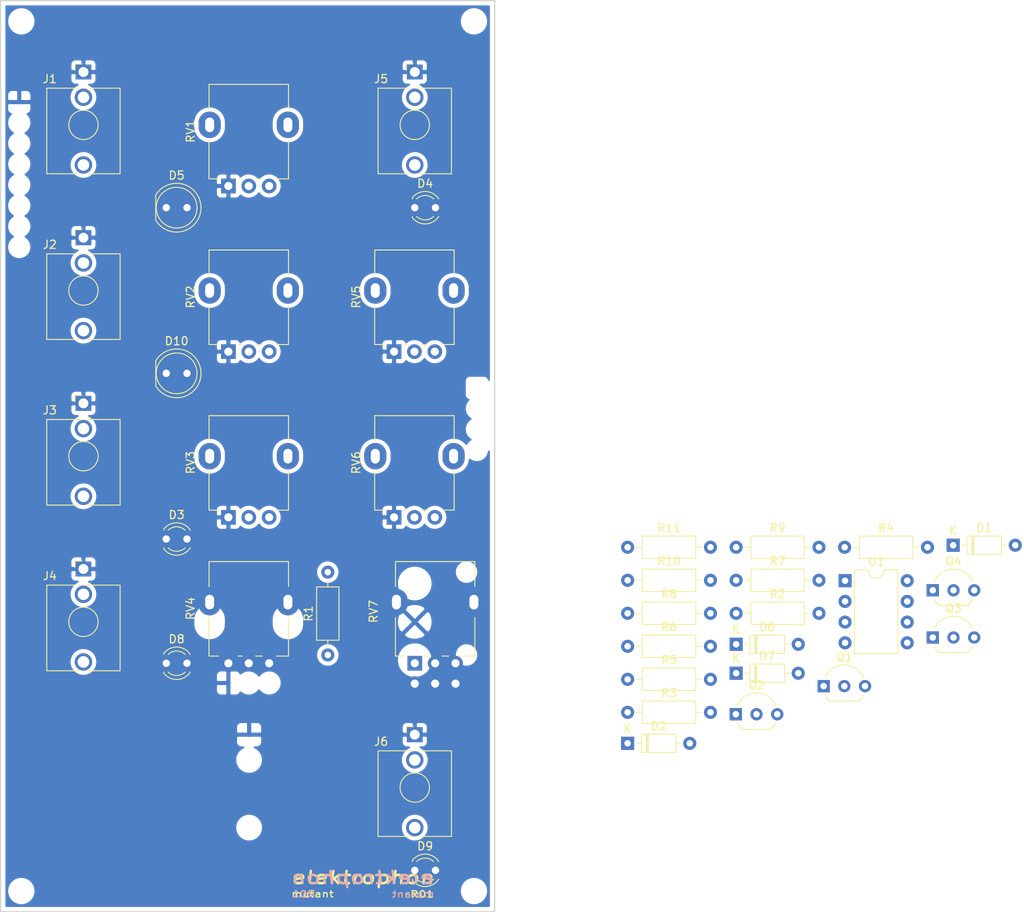
<source format=kicad_pcb>
(kicad_pcb (version 20171130) (host pcbnew 5.1.9)

  (general
    (thickness 1.6)
    (drawings 4)
    (tracks 0)
    (zones 0)
    (modules 44)
    (nets 44)
  )

  (page A4)
  (title_block
    (title mutant)
    (date 2020-10-25)
    (rev 01)
    (comment 1 "PCB for mount circuit")
    (comment 2 "low pass filter")
    (comment 4 "License CC BY 4.0 - Attribution 4.0 International")
  )

  (layers
    (0 F.Cu signal)
    (31 B.Cu signal hide)
    (32 B.Adhes user)
    (33 F.Adhes user)
    (34 B.Paste user)
    (35 F.Paste user)
    (36 B.SilkS user)
    (37 F.SilkS user)
    (38 B.Mask user)
    (39 F.Mask user)
    (40 Dwgs.User user)
    (41 Cmts.User user)
    (42 Eco1.User user)
    (43 Eco2.User user)
    (44 Edge.Cuts user)
    (45 Margin user)
    (46 B.CrtYd user)
    (47 F.CrtYd user)
    (48 B.Fab user)
    (49 F.Fab user)
  )

  (setup
    (last_trace_width 0.25)
    (user_trace_width 0.381)
    (user_trace_width 0.762)
    (trace_clearance 0.2)
    (zone_clearance 0.508)
    (zone_45_only no)
    (trace_min 0.2)
    (via_size 0.8)
    (via_drill 0.4)
    (via_min_size 0.4)
    (via_min_drill 0.3)
    (uvia_size 0.3)
    (uvia_drill 0.1)
    (uvias_allowed no)
    (uvia_min_size 0.2)
    (uvia_min_drill 0.1)
    (edge_width 0.15)
    (segment_width 0.2)
    (pcb_text_width 0.3)
    (pcb_text_size 1.5 1.5)
    (mod_edge_width 0.15)
    (mod_text_size 1 1)
    (mod_text_width 0.15)
    (pad_size 2.2 2.2)
    (pad_drill 2.2)
    (pad_to_mask_clearance 0.051)
    (solder_mask_min_width 0.25)
    (aux_axis_origin 0 0)
    (visible_elements 7FFFFFFF)
    (pcbplotparams
      (layerselection 0x010fc_ffffffff)
      (usegerberextensions false)
      (usegerberattributes false)
      (usegerberadvancedattributes false)
      (creategerberjobfile false)
      (excludeedgelayer true)
      (linewidth 0.100000)
      (plotframeref false)
      (viasonmask false)
      (mode 1)
      (useauxorigin false)
      (hpglpennumber 1)
      (hpglpenspeed 20)
      (hpglpendiameter 15.000000)
      (psnegative false)
      (psa4output false)
      (plotreference true)
      (plotvalue true)
      (plotinvisibletext false)
      (padsonsilk false)
      (subtractmaskfromsilk false)
      (outputformat 1)
      (mirror false)
      (drillshape 0)
      (scaleselection 1)
      (outputdirectory "./gerbers"))
  )

  (net 0 "")
  (net 1 GND)
  (net 2 +15V)
  (net 3 "Net-(J4-PadT)")
  (net 4 IN_1)
  (net 5 IN_2)
  (net 6 "Net-(J3-PadT)")
  (net 7 V_OCT)
  (net 8 "Net-(J6-PadT)")
  (net 9 CV2)
  (net 10 CV)
  (net 11 FREQ)
  (net 12 OUT_B)
  (net 13 RES)
  (net 14 "Net-(J1-PadTN)")
  (net 15 "Net-(J2-PadTN)")
  (net 16 "Net-(J3-PadTN)")
  (net 17 "Net-(J4-PadTN)")
  (net 18 "Net-(J5-PadTN)")
  (net 19 "Net-(J6-PadTN)")
  (net 20 "Net-(J1-PadT)")
  (net 21 "Net-(J2-PadT)")
  (net 22 OUT)
  (net 23 RES_C)
  (net 24 RES_B)
  (net 25 RES_A)
  (net 26 "Net-(D1-Pad1)")
  (net 27 "Net-(D2-Pad1)")
  (net 28 "Net-(D3-Pad2)")
  (net 29 "Net-(D4-Pad2)")
  (net 30 "Net-(D5-Pad2)")
  (net 31 "Net-(D5-Pad1)")
  (net 32 "Net-(D6-Pad1)")
  (net 33 "Net-(D7-Pad1)")
  (net 34 "Net-(D8-Pad2)")
  (net 35 "Net-(D9-Pad2)")
  (net 36 "Net-(D10-Pad2)")
  (net 37 "Net-(D10-Pad1)")
  (net 38 "Net-(Q1-Pad1)")
  (net 39 "Net-(Q2-Pad1)")
  (net 40 "Net-(Q3-Pad1)")
  (net 41 "Net-(Q4-Pad1)")
  (net 42 +5V)
  (net 43 -15V)

  (net_class Default "This is the default net class."
    (clearance 0.2)
    (trace_width 0.25)
    (via_dia 0.8)
    (via_drill 0.4)
    (uvia_dia 0.3)
    (uvia_drill 0.1)
    (add_net +15V)
    (add_net +5V)
    (add_net -15V)
    (add_net CV)
    (add_net CV2)
    (add_net FREQ)
    (add_net GND)
    (add_net IN_1)
    (add_net IN_2)
    (add_net "Net-(D1-Pad1)")
    (add_net "Net-(D10-Pad1)")
    (add_net "Net-(D10-Pad2)")
    (add_net "Net-(D2-Pad1)")
    (add_net "Net-(D3-Pad2)")
    (add_net "Net-(D4-Pad2)")
    (add_net "Net-(D5-Pad1)")
    (add_net "Net-(D5-Pad2)")
    (add_net "Net-(D6-Pad1)")
    (add_net "Net-(D7-Pad1)")
    (add_net "Net-(D8-Pad2)")
    (add_net "Net-(D9-Pad2)")
    (add_net "Net-(J1-PadT)")
    (add_net "Net-(J1-PadTN)")
    (add_net "Net-(J2-PadT)")
    (add_net "Net-(J2-PadTN)")
    (add_net "Net-(J3-PadT)")
    (add_net "Net-(J3-PadTN)")
    (add_net "Net-(J4-PadT)")
    (add_net "Net-(J4-PadTN)")
    (add_net "Net-(J5-PadTN)")
    (add_net "Net-(J6-PadT)")
    (add_net "Net-(J6-PadTN)")
    (add_net "Net-(Q1-Pad1)")
    (add_net "Net-(Q2-Pad1)")
    (add_net "Net-(Q3-Pad1)")
    (add_net "Net-(Q4-Pad1)")
    (add_net OUT)
    (add_net OUT_B)
    (add_net RES)
    (add_net RES_A)
    (add_net RES_B)
    (add_net RES_C)
    (add_net V_OCT)
  )

  (module Package_DIP:DIP-8_W7.62mm (layer F.Cu) (tedit 5A02E8C5) (tstamp 605B3243)
    (at 128.98 96.552)
    (descr "8-lead though-hole mounted DIP package, row spacing 7.62 mm (300 mils)")
    (tags "THT DIP DIL PDIP 2.54mm 7.62mm 300mil")
    (path /5F684F4D)
    (fp_text reference U1 (at 3.81 -2.33) (layer F.SilkS)
      (effects (font (size 1 1) (thickness 0.15)))
    )
    (fp_text value TL072 (at 3.81 9.95) (layer F.Fab)
      (effects (font (size 1 1) (thickness 0.15)))
    )
    (fp_text user %R (at 3.81 3.81) (layer F.Fab)
      (effects (font (size 1 1) (thickness 0.15)))
    )
    (fp_arc (start 3.81 -1.33) (end 2.81 -1.33) (angle -180) (layer F.SilkS) (width 0.12))
    (fp_line (start 1.635 -1.27) (end 6.985 -1.27) (layer F.Fab) (width 0.1))
    (fp_line (start 6.985 -1.27) (end 6.985 8.89) (layer F.Fab) (width 0.1))
    (fp_line (start 6.985 8.89) (end 0.635 8.89) (layer F.Fab) (width 0.1))
    (fp_line (start 0.635 8.89) (end 0.635 -0.27) (layer F.Fab) (width 0.1))
    (fp_line (start 0.635 -0.27) (end 1.635 -1.27) (layer F.Fab) (width 0.1))
    (fp_line (start 2.81 -1.33) (end 1.16 -1.33) (layer F.SilkS) (width 0.12))
    (fp_line (start 1.16 -1.33) (end 1.16 8.95) (layer F.SilkS) (width 0.12))
    (fp_line (start 1.16 8.95) (end 6.46 8.95) (layer F.SilkS) (width 0.12))
    (fp_line (start 6.46 8.95) (end 6.46 -1.33) (layer F.SilkS) (width 0.12))
    (fp_line (start 6.46 -1.33) (end 4.81 -1.33) (layer F.SilkS) (width 0.12))
    (fp_line (start -1.1 -1.55) (end -1.1 9.15) (layer F.CrtYd) (width 0.05))
    (fp_line (start -1.1 9.15) (end 8.7 9.15) (layer F.CrtYd) (width 0.05))
    (fp_line (start 8.7 9.15) (end 8.7 -1.55) (layer F.CrtYd) (width 0.05))
    (fp_line (start 8.7 -1.55) (end -1.1 -1.55) (layer F.CrtYd) (width 0.05))
    (pad 8 thru_hole oval (at 7.62 0) (size 1.6 1.6) (drill 0.8) (layers *.Cu *.Mask)
      (net 2 +15V))
    (pad 4 thru_hole oval (at 0 7.62) (size 1.6 1.6) (drill 0.8) (layers *.Cu *.Mask)
      (net 43 -15V))
    (pad 7 thru_hole oval (at 7.62 2.54) (size 1.6 1.6) (drill 0.8) (layers *.Cu *.Mask)
      (net 36 "Net-(D10-Pad2)"))
    (pad 3 thru_hole oval (at 0 5.08) (size 1.6 1.6) (drill 0.8) (layers *.Cu *.Mask)
      (net 10 CV))
    (pad 6 thru_hole oval (at 7.62 5.08) (size 1.6 1.6) (drill 0.8) (layers *.Cu *.Mask)
      (net 36 "Net-(D10-Pad2)"))
    (pad 2 thru_hole oval (at 0 2.54) (size 1.6 1.6) (drill 0.8) (layers *.Cu *.Mask)
      (net 30 "Net-(D5-Pad2)"))
    (pad 5 thru_hole oval (at 7.62 7.62) (size 1.6 1.6) (drill 0.8) (layers *.Cu *.Mask)
      (net 9 CV2))
    (pad 1 thru_hole rect (at 0 0) (size 1.6 1.6) (drill 0.8) (layers *.Cu *.Mask)
      (net 30 "Net-(D5-Pad2)"))
    (model ${KISYS3DMOD}/Package_DIP.3dshapes/DIP-8_W7.62mm.wrl
      (at (xyz 0 0 0))
      (scale (xyz 1 1 1))
      (rotate (xyz 0 0 0))
    )
  )

  (module Resistor_THT:R_Axial_DIN0207_L6.3mm_D2.5mm_P10.16mm_Horizontal (layer F.Cu) (tedit 5AE5139B) (tstamp 605B30A7)
    (at 102.31 92.452)
    (descr "Resistor, Axial_DIN0207 series, Axial, Horizontal, pin pitch=10.16mm, 0.25W = 1/4W, length*diameter=6.3*2.5mm^2, http://cdn-reichelt.de/documents/datenblatt/B400/1_4W%23YAG.pdf")
    (tags "Resistor Axial_DIN0207 series Axial Horizontal pin pitch 10.16mm 0.25W = 1/4W length 6.3mm diameter 2.5mm")
    (path /5F6A9F10)
    (fp_text reference R11 (at 5.08 -2.37) (layer F.SilkS)
      (effects (font (size 1 1) (thickness 0.15)))
    )
    (fp_text value 490 (at 5.08 2.37) (layer F.Fab)
      (effects (font (size 1 1) (thickness 0.15)))
    )
    (fp_text user %R (at 5.08 0) (layer F.Fab)
      (effects (font (size 1 1) (thickness 0.15)))
    )
    (fp_line (start 1.93 -1.25) (end 1.93 1.25) (layer F.Fab) (width 0.1))
    (fp_line (start 1.93 1.25) (end 8.23 1.25) (layer F.Fab) (width 0.1))
    (fp_line (start 8.23 1.25) (end 8.23 -1.25) (layer F.Fab) (width 0.1))
    (fp_line (start 8.23 -1.25) (end 1.93 -1.25) (layer F.Fab) (width 0.1))
    (fp_line (start 0 0) (end 1.93 0) (layer F.Fab) (width 0.1))
    (fp_line (start 10.16 0) (end 8.23 0) (layer F.Fab) (width 0.1))
    (fp_line (start 1.81 -1.37) (end 1.81 1.37) (layer F.SilkS) (width 0.12))
    (fp_line (start 1.81 1.37) (end 8.35 1.37) (layer F.SilkS) (width 0.12))
    (fp_line (start 8.35 1.37) (end 8.35 -1.37) (layer F.SilkS) (width 0.12))
    (fp_line (start 8.35 -1.37) (end 1.81 -1.37) (layer F.SilkS) (width 0.12))
    (fp_line (start 1.04 0) (end 1.81 0) (layer F.SilkS) (width 0.12))
    (fp_line (start 9.12 0) (end 8.35 0) (layer F.SilkS) (width 0.12))
    (fp_line (start -1.05 -1.5) (end -1.05 1.5) (layer F.CrtYd) (width 0.05))
    (fp_line (start -1.05 1.5) (end 11.21 1.5) (layer F.CrtYd) (width 0.05))
    (fp_line (start 11.21 1.5) (end 11.21 -1.5) (layer F.CrtYd) (width 0.05))
    (fp_line (start 11.21 -1.5) (end -1.05 -1.5) (layer F.CrtYd) (width 0.05))
    (pad 2 thru_hole oval (at 10.16 0) (size 1.6 1.6) (drill 0.8) (layers *.Cu *.Mask)
      (net 37 "Net-(D10-Pad1)"))
    (pad 1 thru_hole circle (at 0 0) (size 1.6 1.6) (drill 0.8) (layers *.Cu *.Mask)
      (net 1 GND))
    (model ${KISYS3DMOD}/Resistor_THT.3dshapes/R_Axial_DIN0207_L6.3mm_D2.5mm_P10.16mm_Horizontal.wrl
      (at (xyz 0 0 0))
      (scale (xyz 1 1 1))
      (rotate (xyz 0 0 0))
    )
  )

  (module Resistor_THT:R_Axial_DIN0207_L6.3mm_D2.5mm_P10.16mm_Horizontal (layer F.Cu) (tedit 5AE5139B) (tstamp 605B3090)
    (at 102.31 96.502)
    (descr "Resistor, Axial_DIN0207 series, Axial, Horizontal, pin pitch=10.16mm, 0.25W = 1/4W, length*diameter=6.3*2.5mm^2, http://cdn-reichelt.de/documents/datenblatt/B400/1_4W%23YAG.pdf")
    (tags "Resistor Axial_DIN0207 series Axial Horizontal pin pitch 10.16mm 0.25W = 1/4W length 6.3mm diameter 2.5mm")
    (path /60639301)
    (fp_text reference R10 (at 5.08 -2.37) (layer F.SilkS)
      (effects (font (size 1 1) (thickness 0.15)))
    )
    (fp_text value 5.6k (at 5.08 2.37) (layer F.Fab)
      (effects (font (size 1 1) (thickness 0.15)))
    )
    (fp_text user %R (at 5.08 0) (layer F.Fab)
      (effects (font (size 1 1) (thickness 0.15)))
    )
    (fp_line (start 1.93 -1.25) (end 1.93 1.25) (layer F.Fab) (width 0.1))
    (fp_line (start 1.93 1.25) (end 8.23 1.25) (layer F.Fab) (width 0.1))
    (fp_line (start 8.23 1.25) (end 8.23 -1.25) (layer F.Fab) (width 0.1))
    (fp_line (start 8.23 -1.25) (end 1.93 -1.25) (layer F.Fab) (width 0.1))
    (fp_line (start 0 0) (end 1.93 0) (layer F.Fab) (width 0.1))
    (fp_line (start 10.16 0) (end 8.23 0) (layer F.Fab) (width 0.1))
    (fp_line (start 1.81 -1.37) (end 1.81 1.37) (layer F.SilkS) (width 0.12))
    (fp_line (start 1.81 1.37) (end 8.35 1.37) (layer F.SilkS) (width 0.12))
    (fp_line (start 8.35 1.37) (end 8.35 -1.37) (layer F.SilkS) (width 0.12))
    (fp_line (start 8.35 -1.37) (end 1.81 -1.37) (layer F.SilkS) (width 0.12))
    (fp_line (start 1.04 0) (end 1.81 0) (layer F.SilkS) (width 0.12))
    (fp_line (start 9.12 0) (end 8.35 0) (layer F.SilkS) (width 0.12))
    (fp_line (start -1.05 -1.5) (end -1.05 1.5) (layer F.CrtYd) (width 0.05))
    (fp_line (start -1.05 1.5) (end 11.21 1.5) (layer F.CrtYd) (width 0.05))
    (fp_line (start 11.21 1.5) (end 11.21 -1.5) (layer F.CrtYd) (width 0.05))
    (fp_line (start 11.21 -1.5) (end -1.05 -1.5) (layer F.CrtYd) (width 0.05))
    (pad 2 thru_hole oval (at 10.16 0) (size 1.6 1.6) (drill 0.8) (layers *.Cu *.Mask)
      (net 42 +5V))
    (pad 1 thru_hole circle (at 0 0) (size 1.6 1.6) (drill 0.8) (layers *.Cu *.Mask)
      (net 41 "Net-(Q4-Pad1)"))
    (model ${KISYS3DMOD}/Resistor_THT.3dshapes/R_Axial_DIN0207_L6.3mm_D2.5mm_P10.16mm_Horizontal.wrl
      (at (xyz 0 0 0))
      (scale (xyz 1 1 1))
      (rotate (xyz 0 0 0))
    )
  )

  (module Resistor_THT:R_Axial_DIN0207_L6.3mm_D2.5mm_P10.16mm_Horizontal (layer F.Cu) (tedit 5AE5139B) (tstamp 605B3079)
    (at 115.62 92.452)
    (descr "Resistor, Axial_DIN0207 series, Axial, Horizontal, pin pitch=10.16mm, 0.25W = 1/4W, length*diameter=6.3*2.5mm^2, http://cdn-reichelt.de/documents/datenblatt/B400/1_4W%23YAG.pdf")
    (tags "Resistor Axial_DIN0207 series Axial Horizontal pin pitch 10.16mm 0.25W = 1/4W length 6.3mm diameter 2.5mm")
    (path /5F68DA12)
    (fp_text reference R9 (at 5.08 -2.37) (layer F.SilkS)
      (effects (font (size 1 1) (thickness 0.15)))
    )
    (fp_text value 5.6k (at 5.08 2.37) (layer F.Fab)
      (effects (font (size 1 1) (thickness 0.15)))
    )
    (fp_text user %R (at 5.08 0) (layer F.Fab)
      (effects (font (size 1 1) (thickness 0.15)))
    )
    (fp_line (start 1.93 -1.25) (end 1.93 1.25) (layer F.Fab) (width 0.1))
    (fp_line (start 1.93 1.25) (end 8.23 1.25) (layer F.Fab) (width 0.1))
    (fp_line (start 8.23 1.25) (end 8.23 -1.25) (layer F.Fab) (width 0.1))
    (fp_line (start 8.23 -1.25) (end 1.93 -1.25) (layer F.Fab) (width 0.1))
    (fp_line (start 0 0) (end 1.93 0) (layer F.Fab) (width 0.1))
    (fp_line (start 10.16 0) (end 8.23 0) (layer F.Fab) (width 0.1))
    (fp_line (start 1.81 -1.37) (end 1.81 1.37) (layer F.SilkS) (width 0.12))
    (fp_line (start 1.81 1.37) (end 8.35 1.37) (layer F.SilkS) (width 0.12))
    (fp_line (start 8.35 1.37) (end 8.35 -1.37) (layer F.SilkS) (width 0.12))
    (fp_line (start 8.35 -1.37) (end 1.81 -1.37) (layer F.SilkS) (width 0.12))
    (fp_line (start 1.04 0) (end 1.81 0) (layer F.SilkS) (width 0.12))
    (fp_line (start 9.12 0) (end 8.35 0) (layer F.SilkS) (width 0.12))
    (fp_line (start -1.05 -1.5) (end -1.05 1.5) (layer F.CrtYd) (width 0.05))
    (fp_line (start -1.05 1.5) (end 11.21 1.5) (layer F.CrtYd) (width 0.05))
    (fp_line (start 11.21 1.5) (end 11.21 -1.5) (layer F.CrtYd) (width 0.05))
    (fp_line (start 11.21 -1.5) (end -1.05 -1.5) (layer F.CrtYd) (width 0.05))
    (pad 2 thru_hole oval (at 10.16 0) (size 1.6 1.6) (drill 0.8) (layers *.Cu *.Mask)
      (net 42 +5V))
    (pad 1 thru_hole circle (at 0 0) (size 1.6 1.6) (drill 0.8) (layers *.Cu *.Mask)
      (net 40 "Net-(Q3-Pad1)"))
    (model ${KISYS3DMOD}/Resistor_THT.3dshapes/R_Axial_DIN0207_L6.3mm_D2.5mm_P10.16mm_Horizontal.wrl
      (at (xyz 0 0 0))
      (scale (xyz 1 1 1))
      (rotate (xyz 0 0 0))
    )
  )

  (module Resistor_THT:R_Axial_DIN0207_L6.3mm_D2.5mm_P10.16mm_Horizontal (layer F.Cu) (tedit 5AE5139B) (tstamp 605B3062)
    (at 102.31 100.552)
    (descr "Resistor, Axial_DIN0207 series, Axial, Horizontal, pin pitch=10.16mm, 0.25W = 1/4W, length*diameter=6.3*2.5mm^2, http://cdn-reichelt.de/documents/datenblatt/B400/1_4W%23YAG.pdf")
    (tags "Resistor Axial_DIN0207 series Axial Horizontal pin pitch 10.16mm 0.25W = 1/4W length 6.3mm diameter 2.5mm")
    (path /606392EF)
    (fp_text reference R8 (at 5.08 -2.37) (layer F.SilkS)
      (effects (font (size 1 1) (thickness 0.15)))
    )
    (fp_text value 100k (at 5.08 2.37) (layer F.Fab)
      (effects (font (size 1 1) (thickness 0.15)))
    )
    (fp_text user %R (at 5.08 0) (layer F.Fab)
      (effects (font (size 1 1) (thickness 0.15)))
    )
    (fp_line (start 1.93 -1.25) (end 1.93 1.25) (layer F.Fab) (width 0.1))
    (fp_line (start 1.93 1.25) (end 8.23 1.25) (layer F.Fab) (width 0.1))
    (fp_line (start 8.23 1.25) (end 8.23 -1.25) (layer F.Fab) (width 0.1))
    (fp_line (start 8.23 -1.25) (end 1.93 -1.25) (layer F.Fab) (width 0.1))
    (fp_line (start 0 0) (end 1.93 0) (layer F.Fab) (width 0.1))
    (fp_line (start 10.16 0) (end 8.23 0) (layer F.Fab) (width 0.1))
    (fp_line (start 1.81 -1.37) (end 1.81 1.37) (layer F.SilkS) (width 0.12))
    (fp_line (start 1.81 1.37) (end 8.35 1.37) (layer F.SilkS) (width 0.12))
    (fp_line (start 8.35 1.37) (end 8.35 -1.37) (layer F.SilkS) (width 0.12))
    (fp_line (start 8.35 -1.37) (end 1.81 -1.37) (layer F.SilkS) (width 0.12))
    (fp_line (start 1.04 0) (end 1.81 0) (layer F.SilkS) (width 0.12))
    (fp_line (start 9.12 0) (end 8.35 0) (layer F.SilkS) (width 0.12))
    (fp_line (start -1.05 -1.5) (end -1.05 1.5) (layer F.CrtYd) (width 0.05))
    (fp_line (start -1.05 1.5) (end 11.21 1.5) (layer F.CrtYd) (width 0.05))
    (fp_line (start 11.21 1.5) (end 11.21 -1.5) (layer F.CrtYd) (width 0.05))
    (fp_line (start 11.21 -1.5) (end -1.05 -1.5) (layer F.CrtYd) (width 0.05))
    (pad 2 thru_hole oval (at 10.16 0) (size 1.6 1.6) (drill 0.8) (layers *.Cu *.Mask)
      (net 22 OUT))
    (pad 1 thru_hole circle (at 0 0) (size 1.6 1.6) (drill 0.8) (layers *.Cu *.Mask)
      (net 33 "Net-(D7-Pad1)"))
    (model ${KISYS3DMOD}/Resistor_THT.3dshapes/R_Axial_DIN0207_L6.3mm_D2.5mm_P10.16mm_Horizontal.wrl
      (at (xyz 0 0 0))
      (scale (xyz 1 1 1))
      (rotate (xyz 0 0 0))
    )
  )

  (module Resistor_THT:R_Axial_DIN0207_L6.3mm_D2.5mm_P10.16mm_Horizontal (layer F.Cu) (tedit 5AE5139B) (tstamp 605B304B)
    (at 115.62 96.502)
    (descr "Resistor, Axial_DIN0207 series, Axial, Horizontal, pin pitch=10.16mm, 0.25W = 1/4W, length*diameter=6.3*2.5mm^2, http://cdn-reichelt.de/documents/datenblatt/B400/1_4W%23YAG.pdf")
    (tags "Resistor Axial_DIN0207 series Axial Horizontal pin pitch 10.16mm 0.25W = 1/4W length 6.3mm diameter 2.5mm")
    (path /5F68DA00)
    (fp_text reference R7 (at 5.08 -2.37) (layer F.SilkS)
      (effects (font (size 1 1) (thickness 0.15)))
    )
    (fp_text value 100k (at 5.08 2.37) (layer F.Fab)
      (effects (font (size 1 1) (thickness 0.15)))
    )
    (fp_text user %R (at 5.08 0) (layer F.Fab)
      (effects (font (size 1 1) (thickness 0.15)))
    )
    (fp_line (start 1.93 -1.25) (end 1.93 1.25) (layer F.Fab) (width 0.1))
    (fp_line (start 1.93 1.25) (end 8.23 1.25) (layer F.Fab) (width 0.1))
    (fp_line (start 8.23 1.25) (end 8.23 -1.25) (layer F.Fab) (width 0.1))
    (fp_line (start 8.23 -1.25) (end 1.93 -1.25) (layer F.Fab) (width 0.1))
    (fp_line (start 0 0) (end 1.93 0) (layer F.Fab) (width 0.1))
    (fp_line (start 10.16 0) (end 8.23 0) (layer F.Fab) (width 0.1))
    (fp_line (start 1.81 -1.37) (end 1.81 1.37) (layer F.SilkS) (width 0.12))
    (fp_line (start 1.81 1.37) (end 8.35 1.37) (layer F.SilkS) (width 0.12))
    (fp_line (start 8.35 1.37) (end 8.35 -1.37) (layer F.SilkS) (width 0.12))
    (fp_line (start 8.35 -1.37) (end 1.81 -1.37) (layer F.SilkS) (width 0.12))
    (fp_line (start 1.04 0) (end 1.81 0) (layer F.SilkS) (width 0.12))
    (fp_line (start 9.12 0) (end 8.35 0) (layer F.SilkS) (width 0.12))
    (fp_line (start -1.05 -1.5) (end -1.05 1.5) (layer F.CrtYd) (width 0.05))
    (fp_line (start -1.05 1.5) (end 11.21 1.5) (layer F.CrtYd) (width 0.05))
    (fp_line (start 11.21 1.5) (end 11.21 -1.5) (layer F.CrtYd) (width 0.05))
    (fp_line (start 11.21 -1.5) (end -1.05 -1.5) (layer F.CrtYd) (width 0.05))
    (pad 2 thru_hole oval (at 10.16 0) (size 1.6 1.6) (drill 0.8) (layers *.Cu *.Mask)
      (net 5 IN_2))
    (pad 1 thru_hole circle (at 0 0) (size 1.6 1.6) (drill 0.8) (layers *.Cu *.Mask)
      (net 32 "Net-(D6-Pad1)"))
    (model ${KISYS3DMOD}/Resistor_THT.3dshapes/R_Axial_DIN0207_L6.3mm_D2.5mm_P10.16mm_Horizontal.wrl
      (at (xyz 0 0 0))
      (scale (xyz 1 1 1))
      (rotate (xyz 0 0 0))
    )
  )

  (module Resistor_THT:R_Axial_DIN0207_L6.3mm_D2.5mm_P10.16mm_Horizontal (layer F.Cu) (tedit 5AE5139B) (tstamp 605B3034)
    (at 102.31 104.602)
    (descr "Resistor, Axial_DIN0207 series, Axial, Horizontal, pin pitch=10.16mm, 0.25W = 1/4W, length*diameter=6.3*2.5mm^2, http://cdn-reichelt.de/documents/datenblatt/B400/1_4W%23YAG.pdf")
    (tags "Resistor Axial_DIN0207 series Axial Horizontal pin pitch 10.16mm 0.25W = 1/4W length 6.3mm diameter 2.5mm")
    (path /5F69E96F)
    (fp_text reference R6 (at 5.08 -2.37) (layer F.SilkS)
      (effects (font (size 1 1) (thickness 0.15)))
    )
    (fp_text value 490 (at 5.08 2.37) (layer F.Fab)
      (effects (font (size 1 1) (thickness 0.15)))
    )
    (fp_text user %R (at 5.08 0) (layer F.Fab)
      (effects (font (size 1 1) (thickness 0.15)))
    )
    (fp_line (start 1.93 -1.25) (end 1.93 1.25) (layer F.Fab) (width 0.1))
    (fp_line (start 1.93 1.25) (end 8.23 1.25) (layer F.Fab) (width 0.1))
    (fp_line (start 8.23 1.25) (end 8.23 -1.25) (layer F.Fab) (width 0.1))
    (fp_line (start 8.23 -1.25) (end 1.93 -1.25) (layer F.Fab) (width 0.1))
    (fp_line (start 0 0) (end 1.93 0) (layer F.Fab) (width 0.1))
    (fp_line (start 10.16 0) (end 8.23 0) (layer F.Fab) (width 0.1))
    (fp_line (start 1.81 -1.37) (end 1.81 1.37) (layer F.SilkS) (width 0.12))
    (fp_line (start 1.81 1.37) (end 8.35 1.37) (layer F.SilkS) (width 0.12))
    (fp_line (start 8.35 1.37) (end 8.35 -1.37) (layer F.SilkS) (width 0.12))
    (fp_line (start 8.35 -1.37) (end 1.81 -1.37) (layer F.SilkS) (width 0.12))
    (fp_line (start 1.04 0) (end 1.81 0) (layer F.SilkS) (width 0.12))
    (fp_line (start 9.12 0) (end 8.35 0) (layer F.SilkS) (width 0.12))
    (fp_line (start -1.05 -1.5) (end -1.05 1.5) (layer F.CrtYd) (width 0.05))
    (fp_line (start -1.05 1.5) (end 11.21 1.5) (layer F.CrtYd) (width 0.05))
    (fp_line (start 11.21 1.5) (end 11.21 -1.5) (layer F.CrtYd) (width 0.05))
    (fp_line (start 11.21 -1.5) (end -1.05 -1.5) (layer F.CrtYd) (width 0.05))
    (pad 2 thru_hole oval (at 10.16 0) (size 1.6 1.6) (drill 0.8) (layers *.Cu *.Mask)
      (net 31 "Net-(D5-Pad1)"))
    (pad 1 thru_hole circle (at 0 0) (size 1.6 1.6) (drill 0.8) (layers *.Cu *.Mask)
      (net 1 GND))
    (model ${KISYS3DMOD}/Resistor_THT.3dshapes/R_Axial_DIN0207_L6.3mm_D2.5mm_P10.16mm_Horizontal.wrl
      (at (xyz 0 0 0))
      (scale (xyz 1 1 1))
      (rotate (xyz 0 0 0))
    )
  )

  (module Resistor_THT:R_Axial_DIN0207_L6.3mm_D2.5mm_P10.16mm_Horizontal (layer F.Cu) (tedit 5AE5139B) (tstamp 605B301D)
    (at 102.31 108.652)
    (descr "Resistor, Axial_DIN0207 series, Axial, Horizontal, pin pitch=10.16mm, 0.25W = 1/4W, length*diameter=6.3*2.5mm^2, http://cdn-reichelt.de/documents/datenblatt/B400/1_4W%23YAG.pdf")
    (tags "Resistor Axial_DIN0207 series Axial Horizontal pin pitch 10.16mm 0.25W = 1/4W length 6.3mm diameter 2.5mm")
    (path /606392DC)
    (fp_text reference R5 (at 5.08 -2.37) (layer F.SilkS)
      (effects (font (size 1 1) (thickness 0.15)))
    )
    (fp_text value 5.6k (at 5.08 2.37) (layer F.Fab)
      (effects (font (size 1 1) (thickness 0.15)))
    )
    (fp_text user %R (at 5.08 0) (layer F.Fab)
      (effects (font (size 1 1) (thickness 0.15)))
    )
    (fp_line (start 1.93 -1.25) (end 1.93 1.25) (layer F.Fab) (width 0.1))
    (fp_line (start 1.93 1.25) (end 8.23 1.25) (layer F.Fab) (width 0.1))
    (fp_line (start 8.23 1.25) (end 8.23 -1.25) (layer F.Fab) (width 0.1))
    (fp_line (start 8.23 -1.25) (end 1.93 -1.25) (layer F.Fab) (width 0.1))
    (fp_line (start 0 0) (end 1.93 0) (layer F.Fab) (width 0.1))
    (fp_line (start 10.16 0) (end 8.23 0) (layer F.Fab) (width 0.1))
    (fp_line (start 1.81 -1.37) (end 1.81 1.37) (layer F.SilkS) (width 0.12))
    (fp_line (start 1.81 1.37) (end 8.35 1.37) (layer F.SilkS) (width 0.12))
    (fp_line (start 8.35 1.37) (end 8.35 -1.37) (layer F.SilkS) (width 0.12))
    (fp_line (start 8.35 -1.37) (end 1.81 -1.37) (layer F.SilkS) (width 0.12))
    (fp_line (start 1.04 0) (end 1.81 0) (layer F.SilkS) (width 0.12))
    (fp_line (start 9.12 0) (end 8.35 0) (layer F.SilkS) (width 0.12))
    (fp_line (start -1.05 -1.5) (end -1.05 1.5) (layer F.CrtYd) (width 0.05))
    (fp_line (start -1.05 1.5) (end 11.21 1.5) (layer F.CrtYd) (width 0.05))
    (fp_line (start 11.21 1.5) (end 11.21 -1.5) (layer F.CrtYd) (width 0.05))
    (fp_line (start 11.21 -1.5) (end -1.05 -1.5) (layer F.CrtYd) (width 0.05))
    (pad 2 thru_hole oval (at 10.16 0) (size 1.6 1.6) (drill 0.8) (layers *.Cu *.Mask)
      (net 42 +5V))
    (pad 1 thru_hole circle (at 0 0) (size 1.6 1.6) (drill 0.8) (layers *.Cu *.Mask)
      (net 39 "Net-(Q2-Pad1)"))
    (model ${KISYS3DMOD}/Resistor_THT.3dshapes/R_Axial_DIN0207_L6.3mm_D2.5mm_P10.16mm_Horizontal.wrl
      (at (xyz 0 0 0))
      (scale (xyz 1 1 1))
      (rotate (xyz 0 0 0))
    )
  )

  (module Resistor_THT:R_Axial_DIN0207_L6.3mm_D2.5mm_P10.16mm_Horizontal (layer F.Cu) (tedit 5AE5139B) (tstamp 605B3006)
    (at 128.93 92.452)
    (descr "Resistor, Axial_DIN0207 series, Axial, Horizontal, pin pitch=10.16mm, 0.25W = 1/4W, length*diameter=6.3*2.5mm^2, http://cdn-reichelt.de/documents/datenblatt/B400/1_4W%23YAG.pdf")
    (tags "Resistor Axial_DIN0207 series Axial Horizontal pin pitch 10.16mm 0.25W = 1/4W length 6.3mm diameter 2.5mm")
    (path /5F67AD73)
    (fp_text reference R4 (at 5.08 -2.37) (layer F.SilkS)
      (effects (font (size 1 1) (thickness 0.15)))
    )
    (fp_text value 5.6k (at 5.08 2.37) (layer F.Fab)
      (effects (font (size 1 1) (thickness 0.15)))
    )
    (fp_text user %R (at 5.08 0) (layer F.Fab)
      (effects (font (size 1 1) (thickness 0.15)))
    )
    (fp_line (start 1.93 -1.25) (end 1.93 1.25) (layer F.Fab) (width 0.1))
    (fp_line (start 1.93 1.25) (end 8.23 1.25) (layer F.Fab) (width 0.1))
    (fp_line (start 8.23 1.25) (end 8.23 -1.25) (layer F.Fab) (width 0.1))
    (fp_line (start 8.23 -1.25) (end 1.93 -1.25) (layer F.Fab) (width 0.1))
    (fp_line (start 0 0) (end 1.93 0) (layer F.Fab) (width 0.1))
    (fp_line (start 10.16 0) (end 8.23 0) (layer F.Fab) (width 0.1))
    (fp_line (start 1.81 -1.37) (end 1.81 1.37) (layer F.SilkS) (width 0.12))
    (fp_line (start 1.81 1.37) (end 8.35 1.37) (layer F.SilkS) (width 0.12))
    (fp_line (start 8.35 1.37) (end 8.35 -1.37) (layer F.SilkS) (width 0.12))
    (fp_line (start 8.35 -1.37) (end 1.81 -1.37) (layer F.SilkS) (width 0.12))
    (fp_line (start 1.04 0) (end 1.81 0) (layer F.SilkS) (width 0.12))
    (fp_line (start 9.12 0) (end 8.35 0) (layer F.SilkS) (width 0.12))
    (fp_line (start -1.05 -1.5) (end -1.05 1.5) (layer F.CrtYd) (width 0.05))
    (fp_line (start -1.05 1.5) (end 11.21 1.5) (layer F.CrtYd) (width 0.05))
    (fp_line (start 11.21 1.5) (end 11.21 -1.5) (layer F.CrtYd) (width 0.05))
    (fp_line (start 11.21 -1.5) (end -1.05 -1.5) (layer F.CrtYd) (width 0.05))
    (pad 2 thru_hole oval (at 10.16 0) (size 1.6 1.6) (drill 0.8) (layers *.Cu *.Mask)
      (net 42 +5V))
    (pad 1 thru_hole circle (at 0 0) (size 1.6 1.6) (drill 0.8) (layers *.Cu *.Mask)
      (net 38 "Net-(Q1-Pad1)"))
    (model ${KISYS3DMOD}/Resistor_THT.3dshapes/R_Axial_DIN0207_L6.3mm_D2.5mm_P10.16mm_Horizontal.wrl
      (at (xyz 0 0 0))
      (scale (xyz 1 1 1))
      (rotate (xyz 0 0 0))
    )
  )

  (module Resistor_THT:R_Axial_DIN0207_L6.3mm_D2.5mm_P10.16mm_Horizontal (layer F.Cu) (tedit 5AE5139B) (tstamp 605B2FEF)
    (at 102.31 112.702)
    (descr "Resistor, Axial_DIN0207 series, Axial, Horizontal, pin pitch=10.16mm, 0.25W = 1/4W, length*diameter=6.3*2.5mm^2, http://cdn-reichelt.de/documents/datenblatt/B400/1_4W%23YAG.pdf")
    (tags "Resistor Axial_DIN0207 series Axial Horizontal pin pitch 10.16mm 0.25W = 1/4W length 6.3mm diameter 2.5mm")
    (path /606392CA)
    (fp_text reference R3 (at 5.08 -2.37) (layer F.SilkS)
      (effects (font (size 1 1) (thickness 0.15)))
    )
    (fp_text value 100k (at 5.08 2.37) (layer F.Fab)
      (effects (font (size 1 1) (thickness 0.15)))
    )
    (fp_text user %R (at 5.08 0) (layer F.Fab)
      (effects (font (size 1 1) (thickness 0.15)))
    )
    (fp_line (start 1.93 -1.25) (end 1.93 1.25) (layer F.Fab) (width 0.1))
    (fp_line (start 1.93 1.25) (end 8.23 1.25) (layer F.Fab) (width 0.1))
    (fp_line (start 8.23 1.25) (end 8.23 -1.25) (layer F.Fab) (width 0.1))
    (fp_line (start 8.23 -1.25) (end 1.93 -1.25) (layer F.Fab) (width 0.1))
    (fp_line (start 0 0) (end 1.93 0) (layer F.Fab) (width 0.1))
    (fp_line (start 10.16 0) (end 8.23 0) (layer F.Fab) (width 0.1))
    (fp_line (start 1.81 -1.37) (end 1.81 1.37) (layer F.SilkS) (width 0.12))
    (fp_line (start 1.81 1.37) (end 8.35 1.37) (layer F.SilkS) (width 0.12))
    (fp_line (start 8.35 1.37) (end 8.35 -1.37) (layer F.SilkS) (width 0.12))
    (fp_line (start 8.35 -1.37) (end 1.81 -1.37) (layer F.SilkS) (width 0.12))
    (fp_line (start 1.04 0) (end 1.81 0) (layer F.SilkS) (width 0.12))
    (fp_line (start 9.12 0) (end 8.35 0) (layer F.SilkS) (width 0.12))
    (fp_line (start -1.05 -1.5) (end -1.05 1.5) (layer F.CrtYd) (width 0.05))
    (fp_line (start -1.05 1.5) (end 11.21 1.5) (layer F.CrtYd) (width 0.05))
    (fp_line (start 11.21 1.5) (end 11.21 -1.5) (layer F.CrtYd) (width 0.05))
    (fp_line (start 11.21 -1.5) (end -1.05 -1.5) (layer F.CrtYd) (width 0.05))
    (pad 2 thru_hole oval (at 10.16 0) (size 1.6 1.6) (drill 0.8) (layers *.Cu *.Mask)
      (net 7 V_OCT))
    (pad 1 thru_hole circle (at 0 0) (size 1.6 1.6) (drill 0.8) (layers *.Cu *.Mask)
      (net 27 "Net-(D2-Pad1)"))
    (model ${KISYS3DMOD}/Resistor_THT.3dshapes/R_Axial_DIN0207_L6.3mm_D2.5mm_P10.16mm_Horizontal.wrl
      (at (xyz 0 0 0))
      (scale (xyz 1 1 1))
      (rotate (xyz 0 0 0))
    )
  )

  (module Resistor_THT:R_Axial_DIN0207_L6.3mm_D2.5mm_P10.16mm_Horizontal (layer F.Cu) (tedit 5AE5139B) (tstamp 605B2FD8)
    (at 115.62 100.552)
    (descr "Resistor, Axial_DIN0207 series, Axial, Horizontal, pin pitch=10.16mm, 0.25W = 1/4W, length*diameter=6.3*2.5mm^2, http://cdn-reichelt.de/documents/datenblatt/B400/1_4W%23YAG.pdf")
    (tags "Resistor Axial_DIN0207 series Axial Horizontal pin pitch 10.16mm 0.25W = 1/4W length 6.3mm diameter 2.5mm")
    (path /5F676F93)
    (fp_text reference R2 (at 5.08 -2.37) (layer F.SilkS)
      (effects (font (size 1 1) (thickness 0.15)))
    )
    (fp_text value 100k (at 5.08 2.37) (layer F.Fab)
      (effects (font (size 1 1) (thickness 0.15)))
    )
    (fp_text user %R (at 5.08 0) (layer F.Fab)
      (effects (font (size 1 1) (thickness 0.15)))
    )
    (fp_line (start 1.93 -1.25) (end 1.93 1.25) (layer F.Fab) (width 0.1))
    (fp_line (start 1.93 1.25) (end 8.23 1.25) (layer F.Fab) (width 0.1))
    (fp_line (start 8.23 1.25) (end 8.23 -1.25) (layer F.Fab) (width 0.1))
    (fp_line (start 8.23 -1.25) (end 1.93 -1.25) (layer F.Fab) (width 0.1))
    (fp_line (start 0 0) (end 1.93 0) (layer F.Fab) (width 0.1))
    (fp_line (start 10.16 0) (end 8.23 0) (layer F.Fab) (width 0.1))
    (fp_line (start 1.81 -1.37) (end 1.81 1.37) (layer F.SilkS) (width 0.12))
    (fp_line (start 1.81 1.37) (end 8.35 1.37) (layer F.SilkS) (width 0.12))
    (fp_line (start 8.35 1.37) (end 8.35 -1.37) (layer F.SilkS) (width 0.12))
    (fp_line (start 8.35 -1.37) (end 1.81 -1.37) (layer F.SilkS) (width 0.12))
    (fp_line (start 1.04 0) (end 1.81 0) (layer F.SilkS) (width 0.12))
    (fp_line (start 9.12 0) (end 8.35 0) (layer F.SilkS) (width 0.12))
    (fp_line (start -1.05 -1.5) (end -1.05 1.5) (layer F.CrtYd) (width 0.05))
    (fp_line (start -1.05 1.5) (end 11.21 1.5) (layer F.CrtYd) (width 0.05))
    (fp_line (start 11.21 1.5) (end 11.21 -1.5) (layer F.CrtYd) (width 0.05))
    (fp_line (start 11.21 -1.5) (end -1.05 -1.5) (layer F.CrtYd) (width 0.05))
    (pad 2 thru_hole oval (at 10.16 0) (size 1.6 1.6) (drill 0.8) (layers *.Cu *.Mask)
      (net 4 IN_1))
    (pad 1 thru_hole circle (at 0 0) (size 1.6 1.6) (drill 0.8) (layers *.Cu *.Mask)
      (net 26 "Net-(D1-Pad1)"))
    (model ${KISYS3DMOD}/Resistor_THT.3dshapes/R_Axial_DIN0207_L6.3mm_D2.5mm_P10.16mm_Horizontal.wrl
      (at (xyz 0 0 0))
      (scale (xyz 1 1 1))
      (rotate (xyz 0 0 0))
    )
  )

  (module Package_TO_SOT_THT:TO-92_Inline_Wide (layer F.Cu) (tedit 5A02FF81) (tstamp 605B2F95)
    (at 139.74 97.732)
    (descr "TO-92 leads in-line, wide, drill 0.75mm (see NXP sot054_po.pdf)")
    (tags "to-92 sc-43 sc-43a sot54 PA33 transistor")
    (path /606392F5)
    (fp_text reference Q4 (at 2.54 -3.56) (layer F.SilkS)
      (effects (font (size 1 1) (thickness 0.15)))
    )
    (fp_text value BC550 (at 2.54 2.79) (layer F.Fab)
      (effects (font (size 1 1) (thickness 0.15)))
    )
    (fp_arc (start 2.54 0) (end 4.34 1.85) (angle -20) (layer F.SilkS) (width 0.12))
    (fp_arc (start 2.54 0) (end 2.54 -2.48) (angle -135) (layer F.Fab) (width 0.1))
    (fp_arc (start 2.54 0) (end 2.54 -2.48) (angle 135) (layer F.Fab) (width 0.1))
    (fp_arc (start 2.54 0) (end 2.54 -2.6) (angle 65) (layer F.SilkS) (width 0.12))
    (fp_arc (start 2.54 0) (end 2.54 -2.6) (angle -65) (layer F.SilkS) (width 0.12))
    (fp_arc (start 2.54 0) (end 0.74 1.85) (angle 20) (layer F.SilkS) (width 0.12))
    (fp_text user %R (at 2.54 0) (layer F.Fab)
      (effects (font (size 1 1) (thickness 0.15)))
    )
    (fp_line (start 0.74 1.85) (end 4.34 1.85) (layer F.SilkS) (width 0.12))
    (fp_line (start 0.8 1.75) (end 4.3 1.75) (layer F.Fab) (width 0.1))
    (fp_line (start -1.01 -2.73) (end 6.09 -2.73) (layer F.CrtYd) (width 0.05))
    (fp_line (start -1.01 -2.73) (end -1.01 2.01) (layer F.CrtYd) (width 0.05))
    (fp_line (start 6.09 2.01) (end 6.09 -2.73) (layer F.CrtYd) (width 0.05))
    (fp_line (start 6.09 2.01) (end -1.01 2.01) (layer F.CrtYd) (width 0.05))
    (pad 1 thru_hole rect (at 0 0) (size 1.5 1.5) (drill 0.8) (layers *.Cu *.Mask)
      (net 41 "Net-(Q4-Pad1)"))
    (pad 3 thru_hole circle (at 5.08 0) (size 1.5 1.5) (drill 0.8) (layers *.Cu *.Mask)
      (net 35 "Net-(D9-Pad2)"))
    (pad 2 thru_hole circle (at 2.54 0) (size 1.5 1.5) (drill 0.8) (layers *.Cu *.Mask)
      (net 33 "Net-(D7-Pad1)"))
    (model ${KISYS3DMOD}/Package_TO_SOT_THT.3dshapes/TO-92_Inline_Wide.wrl
      (at (xyz 0 0 0))
      (scale (xyz 1 1 1))
      (rotate (xyz 0 0 0))
    )
  )

  (module Package_TO_SOT_THT:TO-92_Inline_Wide (layer F.Cu) (tedit 5A02FF81) (tstamp 605B2F81)
    (at 139.74 103.522)
    (descr "TO-92 leads in-line, wide, drill 0.75mm (see NXP sot054_po.pdf)")
    (tags "to-92 sc-43 sc-43a sot54 PA33 transistor")
    (path /5F68DA06)
    (fp_text reference Q3 (at 2.54 -3.56) (layer F.SilkS)
      (effects (font (size 1 1) (thickness 0.15)))
    )
    (fp_text value BC550 (at 2.54 2.79) (layer F.Fab)
      (effects (font (size 1 1) (thickness 0.15)))
    )
    (fp_arc (start 2.54 0) (end 4.34 1.85) (angle -20) (layer F.SilkS) (width 0.12))
    (fp_arc (start 2.54 0) (end 2.54 -2.48) (angle -135) (layer F.Fab) (width 0.1))
    (fp_arc (start 2.54 0) (end 2.54 -2.48) (angle 135) (layer F.Fab) (width 0.1))
    (fp_arc (start 2.54 0) (end 2.54 -2.6) (angle 65) (layer F.SilkS) (width 0.12))
    (fp_arc (start 2.54 0) (end 2.54 -2.6) (angle -65) (layer F.SilkS) (width 0.12))
    (fp_arc (start 2.54 0) (end 0.74 1.85) (angle 20) (layer F.SilkS) (width 0.12))
    (fp_text user %R (at 2.54 0) (layer F.Fab)
      (effects (font (size 1 1) (thickness 0.15)))
    )
    (fp_line (start 0.74 1.85) (end 4.34 1.85) (layer F.SilkS) (width 0.12))
    (fp_line (start 0.8 1.75) (end 4.3 1.75) (layer F.Fab) (width 0.1))
    (fp_line (start -1.01 -2.73) (end 6.09 -2.73) (layer F.CrtYd) (width 0.05))
    (fp_line (start -1.01 -2.73) (end -1.01 2.01) (layer F.CrtYd) (width 0.05))
    (fp_line (start 6.09 2.01) (end 6.09 -2.73) (layer F.CrtYd) (width 0.05))
    (fp_line (start 6.09 2.01) (end -1.01 2.01) (layer F.CrtYd) (width 0.05))
    (pad 1 thru_hole rect (at 0 0) (size 1.5 1.5) (drill 0.8) (layers *.Cu *.Mask)
      (net 40 "Net-(Q3-Pad1)"))
    (pad 3 thru_hole circle (at 5.08 0) (size 1.5 1.5) (drill 0.8) (layers *.Cu *.Mask)
      (net 34 "Net-(D8-Pad2)"))
    (pad 2 thru_hole circle (at 2.54 0) (size 1.5 1.5) (drill 0.8) (layers *.Cu *.Mask)
      (net 32 "Net-(D6-Pad1)"))
    (model ${KISYS3DMOD}/Package_TO_SOT_THT.3dshapes/TO-92_Inline_Wide.wrl
      (at (xyz 0 0 0))
      (scale (xyz 1 1 1))
      (rotate (xyz 0 0 0))
    )
  )

  (module Package_TO_SOT_THT:TO-92_Inline_Wide (layer F.Cu) (tedit 5A02FF81) (tstamp 605B2F6D)
    (at 115.58 112.932)
    (descr "TO-92 leads in-line, wide, drill 0.75mm (see NXP sot054_po.pdf)")
    (tags "to-92 sc-43 sc-43a sot54 PA33 transistor")
    (path /606392D0)
    (fp_text reference Q2 (at 2.54 -3.56) (layer F.SilkS)
      (effects (font (size 1 1) (thickness 0.15)))
    )
    (fp_text value BC550 (at 2.54 2.79) (layer F.Fab)
      (effects (font (size 1 1) (thickness 0.15)))
    )
    (fp_arc (start 2.54 0) (end 4.34 1.85) (angle -20) (layer F.SilkS) (width 0.12))
    (fp_arc (start 2.54 0) (end 2.54 -2.48) (angle -135) (layer F.Fab) (width 0.1))
    (fp_arc (start 2.54 0) (end 2.54 -2.48) (angle 135) (layer F.Fab) (width 0.1))
    (fp_arc (start 2.54 0) (end 2.54 -2.6) (angle 65) (layer F.SilkS) (width 0.12))
    (fp_arc (start 2.54 0) (end 2.54 -2.6) (angle -65) (layer F.SilkS) (width 0.12))
    (fp_arc (start 2.54 0) (end 0.74 1.85) (angle 20) (layer F.SilkS) (width 0.12))
    (fp_text user %R (at 2.54 0) (layer F.Fab)
      (effects (font (size 1 1) (thickness 0.15)))
    )
    (fp_line (start 0.74 1.85) (end 4.34 1.85) (layer F.SilkS) (width 0.12))
    (fp_line (start 0.8 1.75) (end 4.3 1.75) (layer F.Fab) (width 0.1))
    (fp_line (start -1.01 -2.73) (end 6.09 -2.73) (layer F.CrtYd) (width 0.05))
    (fp_line (start -1.01 -2.73) (end -1.01 2.01) (layer F.CrtYd) (width 0.05))
    (fp_line (start 6.09 2.01) (end 6.09 -2.73) (layer F.CrtYd) (width 0.05))
    (fp_line (start 6.09 2.01) (end -1.01 2.01) (layer F.CrtYd) (width 0.05))
    (pad 1 thru_hole rect (at 0 0) (size 1.5 1.5) (drill 0.8) (layers *.Cu *.Mask)
      (net 39 "Net-(Q2-Pad1)"))
    (pad 3 thru_hole circle (at 5.08 0) (size 1.5 1.5) (drill 0.8) (layers *.Cu *.Mask)
      (net 29 "Net-(D4-Pad2)"))
    (pad 2 thru_hole circle (at 2.54 0) (size 1.5 1.5) (drill 0.8) (layers *.Cu *.Mask)
      (net 27 "Net-(D2-Pad1)"))
    (model ${KISYS3DMOD}/Package_TO_SOT_THT.3dshapes/TO-92_Inline_Wide.wrl
      (at (xyz 0 0 0))
      (scale (xyz 1 1 1))
      (rotate (xyz 0 0 0))
    )
  )

  (module Package_TO_SOT_THT:TO-92_Inline_Wide (layer F.Cu) (tedit 5A02FF81) (tstamp 605B2F59)
    (at 126.35 109.482)
    (descr "TO-92 leads in-line, wide, drill 0.75mm (see NXP sot054_po.pdf)")
    (tags "to-92 sc-43 sc-43a sot54 PA33 transistor")
    (path /5F677638)
    (fp_text reference Q1 (at 2.54 -3.56) (layer F.SilkS)
      (effects (font (size 1 1) (thickness 0.15)))
    )
    (fp_text value BC550 (at 2.54 2.79) (layer F.Fab)
      (effects (font (size 1 1) (thickness 0.15)))
    )
    (fp_arc (start 2.54 0) (end 4.34 1.85) (angle -20) (layer F.SilkS) (width 0.12))
    (fp_arc (start 2.54 0) (end 2.54 -2.48) (angle -135) (layer F.Fab) (width 0.1))
    (fp_arc (start 2.54 0) (end 2.54 -2.48) (angle 135) (layer F.Fab) (width 0.1))
    (fp_arc (start 2.54 0) (end 2.54 -2.6) (angle 65) (layer F.SilkS) (width 0.12))
    (fp_arc (start 2.54 0) (end 2.54 -2.6) (angle -65) (layer F.SilkS) (width 0.12))
    (fp_arc (start 2.54 0) (end 0.74 1.85) (angle 20) (layer F.SilkS) (width 0.12))
    (fp_text user %R (at 2.54 0) (layer F.Fab)
      (effects (font (size 1 1) (thickness 0.15)))
    )
    (fp_line (start 0.74 1.85) (end 4.34 1.85) (layer F.SilkS) (width 0.12))
    (fp_line (start 0.8 1.75) (end 4.3 1.75) (layer F.Fab) (width 0.1))
    (fp_line (start -1.01 -2.73) (end 6.09 -2.73) (layer F.CrtYd) (width 0.05))
    (fp_line (start -1.01 -2.73) (end -1.01 2.01) (layer F.CrtYd) (width 0.05))
    (fp_line (start 6.09 2.01) (end 6.09 -2.73) (layer F.CrtYd) (width 0.05))
    (fp_line (start 6.09 2.01) (end -1.01 2.01) (layer F.CrtYd) (width 0.05))
    (pad 1 thru_hole rect (at 0 0) (size 1.5 1.5) (drill 0.8) (layers *.Cu *.Mask)
      (net 38 "Net-(Q1-Pad1)"))
    (pad 3 thru_hole circle (at 5.08 0) (size 1.5 1.5) (drill 0.8) (layers *.Cu *.Mask)
      (net 28 "Net-(D3-Pad2)"))
    (pad 2 thru_hole circle (at 2.54 0) (size 1.5 1.5) (drill 0.8) (layers *.Cu *.Mask)
      (net 26 "Net-(D1-Pad1)"))
    (model ${KISYS3DMOD}/Package_TO_SOT_THT.3dshapes/TO-92_Inline_Wide.wrl
      (at (xyz 0 0 0))
      (scale (xyz 1 1 1))
      (rotate (xyz 0 0 0))
    )
  )

  (module LED_THT:LED_D5.0mm (layer F.Cu) (tedit 5995936A) (tstamp 605B2DB9)
    (at 45.72 71.12)
    (descr "LED, diameter 5.0mm, 2 pins, http://cdn-reichelt.de/documents/datenblatt/A500/LL-504BC2E-009.pdf")
    (tags "LED diameter 5.0mm 2 pins")
    (path /5F69DBE4)
    (fp_text reference D10 (at 1.27 -3.96) (layer F.SilkS)
      (effects (font (size 1 1) (thickness 0.15)))
    )
    (fp_text value LED_Dual_2pin (at 1.27 3.96) (layer F.Fab)
      (effects (font (size 1 1) (thickness 0.15)))
    )
    (fp_text user %R (at 1.25 0) (layer F.Fab)
      (effects (font (size 0.8 0.8) (thickness 0.2)))
    )
    (fp_arc (start 1.27 0) (end -1.29 1.54483) (angle -148.9) (layer F.SilkS) (width 0.12))
    (fp_arc (start 1.27 0) (end -1.29 -1.54483) (angle 148.9) (layer F.SilkS) (width 0.12))
    (fp_arc (start 1.27 0) (end -1.23 -1.469694) (angle 299.1) (layer F.Fab) (width 0.1))
    (fp_circle (center 1.27 0) (end 3.77 0) (layer F.Fab) (width 0.1))
    (fp_circle (center 1.27 0) (end 3.77 0) (layer F.SilkS) (width 0.12))
    (fp_line (start -1.23 -1.469694) (end -1.23 1.469694) (layer F.Fab) (width 0.1))
    (fp_line (start -1.29 -1.545) (end -1.29 1.545) (layer F.SilkS) (width 0.12))
    (fp_line (start -1.95 -3.25) (end -1.95 3.25) (layer F.CrtYd) (width 0.05))
    (fp_line (start -1.95 3.25) (end 4.5 3.25) (layer F.CrtYd) (width 0.05))
    (fp_line (start 4.5 3.25) (end 4.5 -3.25) (layer F.CrtYd) (width 0.05))
    (fp_line (start 4.5 -3.25) (end -1.95 -3.25) (layer F.CrtYd) (width 0.05))
    (pad 2 thru_hole circle (at 2.54 0) (size 1.8 1.8) (drill 0.9) (layers *.Cu *.Mask)
      (net 36 "Net-(D10-Pad2)"))
    (pad 1 thru_hole rect (at 0 0) (size 1.8 1.8) (drill 0.9) (layers *.Cu *.Mask)
      (net 37 "Net-(D10-Pad1)"))
    (model ${KISYS3DMOD}/LED_THT.3dshapes/LED_D5.0mm.wrl
      (at (xyz 0 0 0))
      (scale (xyz 1 1 1))
      (rotate (xyz 0 0 0))
    )
  )

  (module LED_THT:LED_D3.0mm (layer F.Cu) (tedit 587A3A7B) (tstamp 605B2DA7)
    (at 76.2 132.08)
    (descr "LED, diameter 3.0mm, 2 pins")
    (tags "LED diameter 3.0mm 2 pins")
    (path /60639308)
    (fp_text reference D9 (at 1.27 -2.96) (layer F.SilkS)
      (effects (font (size 1 1) (thickness 0.15)))
    )
    (fp_text value WP710A10L (at 1.27 2.96) (layer F.Fab)
      (effects (font (size 1 1) (thickness 0.15)))
    )
    (fp_arc (start 1.27 0) (end 0.229039 1.08) (angle -87.9) (layer F.SilkS) (width 0.12))
    (fp_arc (start 1.27 0) (end 0.229039 -1.08) (angle 87.9) (layer F.SilkS) (width 0.12))
    (fp_arc (start 1.27 0) (end -0.29 1.235516) (angle -108.8) (layer F.SilkS) (width 0.12))
    (fp_arc (start 1.27 0) (end -0.29 -1.235516) (angle 108.8) (layer F.SilkS) (width 0.12))
    (fp_arc (start 1.27 0) (end -0.23 -1.16619) (angle 284.3) (layer F.Fab) (width 0.1))
    (fp_circle (center 1.27 0) (end 2.77 0) (layer F.Fab) (width 0.1))
    (fp_line (start -0.23 -1.16619) (end -0.23 1.16619) (layer F.Fab) (width 0.1))
    (fp_line (start -0.29 -1.236) (end -0.29 -1.08) (layer F.SilkS) (width 0.12))
    (fp_line (start -0.29 1.08) (end -0.29 1.236) (layer F.SilkS) (width 0.12))
    (fp_line (start -1.15 -2.25) (end -1.15 2.25) (layer F.CrtYd) (width 0.05))
    (fp_line (start -1.15 2.25) (end 3.7 2.25) (layer F.CrtYd) (width 0.05))
    (fp_line (start 3.7 2.25) (end 3.7 -2.25) (layer F.CrtYd) (width 0.05))
    (fp_line (start 3.7 -2.25) (end -1.15 -2.25) (layer F.CrtYd) (width 0.05))
    (pad 2 thru_hole circle (at 2.54 0) (size 1.8 1.8) (drill 0.9) (layers *.Cu *.Mask)
      (net 35 "Net-(D9-Pad2)"))
    (pad 1 thru_hole rect (at 0 0) (size 1.8 1.8) (drill 0.9) (layers *.Cu *.Mask)
      (net 1 GND))
    (model ${KISYS3DMOD}/LED_THT.3dshapes/LED_D3.0mm.wrl
      (at (xyz 0 0 0))
      (scale (xyz 1 1 1))
      (rotate (xyz 0 0 0))
    )
  )

  (module LED_THT:LED_D3.0mm (layer F.Cu) (tedit 587A3A7B) (tstamp 605B2D94)
    (at 45.72 106.68)
    (descr "LED, diameter 3.0mm, 2 pins")
    (tags "LED diameter 3.0mm 2 pins")
    (path /5F68DA19)
    (fp_text reference D8 (at 1.27 -2.96) (layer F.SilkS)
      (effects (font (size 1 1) (thickness 0.15)))
    )
    (fp_text value WP710A10L (at 1.27 2.96) (layer F.Fab)
      (effects (font (size 1 1) (thickness 0.15)))
    )
    (fp_arc (start 1.27 0) (end 0.229039 1.08) (angle -87.9) (layer F.SilkS) (width 0.12))
    (fp_arc (start 1.27 0) (end 0.229039 -1.08) (angle 87.9) (layer F.SilkS) (width 0.12))
    (fp_arc (start 1.27 0) (end -0.29 1.235516) (angle -108.8) (layer F.SilkS) (width 0.12))
    (fp_arc (start 1.27 0) (end -0.29 -1.235516) (angle 108.8) (layer F.SilkS) (width 0.12))
    (fp_arc (start 1.27 0) (end -0.23 -1.16619) (angle 284.3) (layer F.Fab) (width 0.1))
    (fp_circle (center 1.27 0) (end 2.77 0) (layer F.Fab) (width 0.1))
    (fp_line (start -0.23 -1.16619) (end -0.23 1.16619) (layer F.Fab) (width 0.1))
    (fp_line (start -0.29 -1.236) (end -0.29 -1.08) (layer F.SilkS) (width 0.12))
    (fp_line (start -0.29 1.08) (end -0.29 1.236) (layer F.SilkS) (width 0.12))
    (fp_line (start -1.15 -2.25) (end -1.15 2.25) (layer F.CrtYd) (width 0.05))
    (fp_line (start -1.15 2.25) (end 3.7 2.25) (layer F.CrtYd) (width 0.05))
    (fp_line (start 3.7 2.25) (end 3.7 -2.25) (layer F.CrtYd) (width 0.05))
    (fp_line (start 3.7 -2.25) (end -1.15 -2.25) (layer F.CrtYd) (width 0.05))
    (pad 2 thru_hole circle (at 2.54 0) (size 1.8 1.8) (drill 0.9) (layers *.Cu *.Mask)
      (net 34 "Net-(D8-Pad2)"))
    (pad 1 thru_hole rect (at 0 0) (size 1.8 1.8) (drill 0.9) (layers *.Cu *.Mask)
      (net 1 GND))
    (model ${KISYS3DMOD}/LED_THT.3dshapes/LED_D3.0mm.wrl
      (at (xyz 0 0 0))
      (scale (xyz 1 1 1))
      (rotate (xyz 0 0 0))
    )
  )

  (module Diode_THT:D_DO-35_SOD27_P7.62mm_Horizontal (layer F.Cu) (tedit 5AE50CD5) (tstamp 605B2D81)
    (at 115.62 107.902)
    (descr "Diode, DO-35_SOD27 series, Axial, Horizontal, pin pitch=7.62mm, , length*diameter=4*2mm^2, , http://www.diodes.com/_files/packages/DO-35.pdf")
    (tags "Diode DO-35_SOD27 series Axial Horizontal pin pitch 7.62mm  length 4mm diameter 2mm")
    (path /60639321)
    (fp_text reference D7 (at 3.81 -2.12) (layer F.SilkS)
      (effects (font (size 1 1) (thickness 0.15)))
    )
    (fp_text value 1N4148 (at 3.81 2.12) (layer F.Fab)
      (effects (font (size 1 1) (thickness 0.15)))
    )
    (fp_text user K (at 0 -1.8) (layer F.SilkS)
      (effects (font (size 1 1) (thickness 0.15)))
    )
    (fp_text user K (at 0 -1.8) (layer F.Fab)
      (effects (font (size 1 1) (thickness 0.15)))
    )
    (fp_text user %R (at 4.11 0) (layer F.Fab)
      (effects (font (size 0.8 0.8) (thickness 0.12)))
    )
    (fp_line (start 1.81 -1) (end 1.81 1) (layer F.Fab) (width 0.1))
    (fp_line (start 1.81 1) (end 5.81 1) (layer F.Fab) (width 0.1))
    (fp_line (start 5.81 1) (end 5.81 -1) (layer F.Fab) (width 0.1))
    (fp_line (start 5.81 -1) (end 1.81 -1) (layer F.Fab) (width 0.1))
    (fp_line (start 0 0) (end 1.81 0) (layer F.Fab) (width 0.1))
    (fp_line (start 7.62 0) (end 5.81 0) (layer F.Fab) (width 0.1))
    (fp_line (start 2.41 -1) (end 2.41 1) (layer F.Fab) (width 0.1))
    (fp_line (start 2.51 -1) (end 2.51 1) (layer F.Fab) (width 0.1))
    (fp_line (start 2.31 -1) (end 2.31 1) (layer F.Fab) (width 0.1))
    (fp_line (start 1.69 -1.12) (end 1.69 1.12) (layer F.SilkS) (width 0.12))
    (fp_line (start 1.69 1.12) (end 5.93 1.12) (layer F.SilkS) (width 0.12))
    (fp_line (start 5.93 1.12) (end 5.93 -1.12) (layer F.SilkS) (width 0.12))
    (fp_line (start 5.93 -1.12) (end 1.69 -1.12) (layer F.SilkS) (width 0.12))
    (fp_line (start 1.04 0) (end 1.69 0) (layer F.SilkS) (width 0.12))
    (fp_line (start 6.58 0) (end 5.93 0) (layer F.SilkS) (width 0.12))
    (fp_line (start 2.41 -1.12) (end 2.41 1.12) (layer F.SilkS) (width 0.12))
    (fp_line (start 2.53 -1.12) (end 2.53 1.12) (layer F.SilkS) (width 0.12))
    (fp_line (start 2.29 -1.12) (end 2.29 1.12) (layer F.SilkS) (width 0.12))
    (fp_line (start -1.05 -1.25) (end -1.05 1.25) (layer F.CrtYd) (width 0.05))
    (fp_line (start -1.05 1.25) (end 8.67 1.25) (layer F.CrtYd) (width 0.05))
    (fp_line (start 8.67 1.25) (end 8.67 -1.25) (layer F.CrtYd) (width 0.05))
    (fp_line (start 8.67 -1.25) (end -1.05 -1.25) (layer F.CrtYd) (width 0.05))
    (pad 2 thru_hole oval (at 7.62 0) (size 1.6 1.6) (drill 0.8) (layers *.Cu *.Mask)
      (net 1 GND))
    (pad 1 thru_hole rect (at 0 0) (size 1.6 1.6) (drill 0.8) (layers *.Cu *.Mask)
      (net 33 "Net-(D7-Pad1)"))
    (model ${KISYS3DMOD}/Diode_THT.3dshapes/D_DO-35_SOD27_P7.62mm_Horizontal.wrl
      (at (xyz 0 0 0))
      (scale (xyz 1 1 1))
      (rotate (xyz 0 0 0))
    )
  )

  (module Diode_THT:D_DO-35_SOD27_P7.62mm_Horizontal (layer F.Cu) (tedit 5AE50CD5) (tstamp 605B2D62)
    (at 115.62 104.352)
    (descr "Diode, DO-35_SOD27 series, Axial, Horizontal, pin pitch=7.62mm, , length*diameter=4*2mm^2, , http://www.diodes.com/_files/packages/DO-35.pdf")
    (tags "Diode DO-35_SOD27 series Axial Horizontal pin pitch 7.62mm  length 4mm diameter 2mm")
    (path /5F6A71CB)
    (fp_text reference D6 (at 3.81 -2.12) (layer F.SilkS)
      (effects (font (size 1 1) (thickness 0.15)))
    )
    (fp_text value 1N4148 (at 3.81 2.12) (layer F.Fab)
      (effects (font (size 1 1) (thickness 0.15)))
    )
    (fp_text user K (at 0 -1.8) (layer F.SilkS)
      (effects (font (size 1 1) (thickness 0.15)))
    )
    (fp_text user K (at 0 -1.8) (layer F.Fab)
      (effects (font (size 1 1) (thickness 0.15)))
    )
    (fp_text user %R (at 4.11 0) (layer F.Fab)
      (effects (font (size 0.8 0.8) (thickness 0.12)))
    )
    (fp_line (start 1.81 -1) (end 1.81 1) (layer F.Fab) (width 0.1))
    (fp_line (start 1.81 1) (end 5.81 1) (layer F.Fab) (width 0.1))
    (fp_line (start 5.81 1) (end 5.81 -1) (layer F.Fab) (width 0.1))
    (fp_line (start 5.81 -1) (end 1.81 -1) (layer F.Fab) (width 0.1))
    (fp_line (start 0 0) (end 1.81 0) (layer F.Fab) (width 0.1))
    (fp_line (start 7.62 0) (end 5.81 0) (layer F.Fab) (width 0.1))
    (fp_line (start 2.41 -1) (end 2.41 1) (layer F.Fab) (width 0.1))
    (fp_line (start 2.51 -1) (end 2.51 1) (layer F.Fab) (width 0.1))
    (fp_line (start 2.31 -1) (end 2.31 1) (layer F.Fab) (width 0.1))
    (fp_line (start 1.69 -1.12) (end 1.69 1.12) (layer F.SilkS) (width 0.12))
    (fp_line (start 1.69 1.12) (end 5.93 1.12) (layer F.SilkS) (width 0.12))
    (fp_line (start 5.93 1.12) (end 5.93 -1.12) (layer F.SilkS) (width 0.12))
    (fp_line (start 5.93 -1.12) (end 1.69 -1.12) (layer F.SilkS) (width 0.12))
    (fp_line (start 1.04 0) (end 1.69 0) (layer F.SilkS) (width 0.12))
    (fp_line (start 6.58 0) (end 5.93 0) (layer F.SilkS) (width 0.12))
    (fp_line (start 2.41 -1.12) (end 2.41 1.12) (layer F.SilkS) (width 0.12))
    (fp_line (start 2.53 -1.12) (end 2.53 1.12) (layer F.SilkS) (width 0.12))
    (fp_line (start 2.29 -1.12) (end 2.29 1.12) (layer F.SilkS) (width 0.12))
    (fp_line (start -1.05 -1.25) (end -1.05 1.25) (layer F.CrtYd) (width 0.05))
    (fp_line (start -1.05 1.25) (end 8.67 1.25) (layer F.CrtYd) (width 0.05))
    (fp_line (start 8.67 1.25) (end 8.67 -1.25) (layer F.CrtYd) (width 0.05))
    (fp_line (start 8.67 -1.25) (end -1.05 -1.25) (layer F.CrtYd) (width 0.05))
    (pad 2 thru_hole oval (at 7.62 0) (size 1.6 1.6) (drill 0.8) (layers *.Cu *.Mask)
      (net 1 GND))
    (pad 1 thru_hole rect (at 0 0) (size 1.6 1.6) (drill 0.8) (layers *.Cu *.Mask)
      (net 32 "Net-(D6-Pad1)"))
    (model ${KISYS3DMOD}/Diode_THT.3dshapes/D_DO-35_SOD27_P7.62mm_Horizontal.wrl
      (at (xyz 0 0 0))
      (scale (xyz 1 1 1))
      (rotate (xyz 0 0 0))
    )
  )

  (module LED_THT:LED_D5.0mm (layer F.Cu) (tedit 5995936A) (tstamp 605B2D43)
    (at 45.72 50.8)
    (descr "LED, diameter 5.0mm, 2 pins, http://cdn-reichelt.de/documents/datenblatt/A500/LL-504BC2E-009.pdf")
    (tags "LED diameter 5.0mm 2 pins")
    (path /5F69D2DD)
    (fp_text reference D5 (at 1.27 -3.96) (layer F.SilkS)
      (effects (font (size 1 1) (thickness 0.15)))
    )
    (fp_text value LED_Dual_2pin (at 1.27 3.96) (layer F.Fab)
      (effects (font (size 1 1) (thickness 0.15)))
    )
    (fp_text user %R (at 1.25 0) (layer F.Fab)
      (effects (font (size 0.8 0.8) (thickness 0.2)))
    )
    (fp_arc (start 1.27 0) (end -1.29 1.54483) (angle -148.9) (layer F.SilkS) (width 0.12))
    (fp_arc (start 1.27 0) (end -1.29 -1.54483) (angle 148.9) (layer F.SilkS) (width 0.12))
    (fp_arc (start 1.27 0) (end -1.23 -1.469694) (angle 299.1) (layer F.Fab) (width 0.1))
    (fp_circle (center 1.27 0) (end 3.77 0) (layer F.Fab) (width 0.1))
    (fp_circle (center 1.27 0) (end 3.77 0) (layer F.SilkS) (width 0.12))
    (fp_line (start -1.23 -1.469694) (end -1.23 1.469694) (layer F.Fab) (width 0.1))
    (fp_line (start -1.29 -1.545) (end -1.29 1.545) (layer F.SilkS) (width 0.12))
    (fp_line (start -1.95 -3.25) (end -1.95 3.25) (layer F.CrtYd) (width 0.05))
    (fp_line (start -1.95 3.25) (end 4.5 3.25) (layer F.CrtYd) (width 0.05))
    (fp_line (start 4.5 3.25) (end 4.5 -3.25) (layer F.CrtYd) (width 0.05))
    (fp_line (start 4.5 -3.25) (end -1.95 -3.25) (layer F.CrtYd) (width 0.05))
    (pad 2 thru_hole circle (at 2.54 0) (size 1.8 1.8) (drill 0.9) (layers *.Cu *.Mask)
      (net 30 "Net-(D5-Pad2)"))
    (pad 1 thru_hole rect (at 0 0) (size 1.8 1.8) (drill 0.9) (layers *.Cu *.Mask)
      (net 31 "Net-(D5-Pad1)"))
    (model ${KISYS3DMOD}/LED_THT.3dshapes/LED_D5.0mm.wrl
      (at (xyz 0 0 0))
      (scale (xyz 1 1 1))
      (rotate (xyz 0 0 0))
    )
  )

  (module LED_THT:LED_D3.0mm (layer F.Cu) (tedit 587A3A7B) (tstamp 605B2D31)
    (at 76.2 50.8)
    (descr "LED, diameter 3.0mm, 2 pins")
    (tags "LED diameter 3.0mm 2 pins")
    (path /606392E3)
    (fp_text reference D4 (at 1.27 -2.96) (layer F.SilkS)
      (effects (font (size 1 1) (thickness 0.15)))
    )
    (fp_text value WP710A10L (at 1.27 2.96) (layer F.Fab)
      (effects (font (size 1 1) (thickness 0.15)))
    )
    (fp_arc (start 1.27 0) (end 0.229039 1.08) (angle -87.9) (layer F.SilkS) (width 0.12))
    (fp_arc (start 1.27 0) (end 0.229039 -1.08) (angle 87.9) (layer F.SilkS) (width 0.12))
    (fp_arc (start 1.27 0) (end -0.29 1.235516) (angle -108.8) (layer F.SilkS) (width 0.12))
    (fp_arc (start 1.27 0) (end -0.29 -1.235516) (angle 108.8) (layer F.SilkS) (width 0.12))
    (fp_arc (start 1.27 0) (end -0.23 -1.16619) (angle 284.3) (layer F.Fab) (width 0.1))
    (fp_circle (center 1.27 0) (end 2.77 0) (layer F.Fab) (width 0.1))
    (fp_line (start -0.23 -1.16619) (end -0.23 1.16619) (layer F.Fab) (width 0.1))
    (fp_line (start -0.29 -1.236) (end -0.29 -1.08) (layer F.SilkS) (width 0.12))
    (fp_line (start -0.29 1.08) (end -0.29 1.236) (layer F.SilkS) (width 0.12))
    (fp_line (start -1.15 -2.25) (end -1.15 2.25) (layer F.CrtYd) (width 0.05))
    (fp_line (start -1.15 2.25) (end 3.7 2.25) (layer F.CrtYd) (width 0.05))
    (fp_line (start 3.7 2.25) (end 3.7 -2.25) (layer F.CrtYd) (width 0.05))
    (fp_line (start 3.7 -2.25) (end -1.15 -2.25) (layer F.CrtYd) (width 0.05))
    (pad 2 thru_hole circle (at 2.54 0) (size 1.8 1.8) (drill 0.9) (layers *.Cu *.Mask)
      (net 29 "Net-(D4-Pad2)"))
    (pad 1 thru_hole rect (at 0 0) (size 1.8 1.8) (drill 0.9) (layers *.Cu *.Mask)
      (net 1 GND))
    (model ${KISYS3DMOD}/LED_THT.3dshapes/LED_D3.0mm.wrl
      (at (xyz 0 0 0))
      (scale (xyz 1 1 1))
      (rotate (xyz 0 0 0))
    )
  )

  (module LED_THT:LED_D3.0mm (layer F.Cu) (tedit 587A3A7B) (tstamp 605B2D1E)
    (at 45.72 91.44)
    (descr "LED, diameter 3.0mm, 2 pins")
    (tags "LED diameter 3.0mm 2 pins")
    (path /5F67E1D7)
    (fp_text reference D3 (at 1.27 -2.96) (layer F.SilkS)
      (effects (font (size 1 1) (thickness 0.15)))
    )
    (fp_text value WP710A10L (at 1.27 2.96) (layer F.Fab)
      (effects (font (size 1 1) (thickness 0.15)))
    )
    (fp_arc (start 1.27 0) (end 0.229039 1.08) (angle -87.9) (layer F.SilkS) (width 0.12))
    (fp_arc (start 1.27 0) (end 0.229039 -1.08) (angle 87.9) (layer F.SilkS) (width 0.12))
    (fp_arc (start 1.27 0) (end -0.29 1.235516) (angle -108.8) (layer F.SilkS) (width 0.12))
    (fp_arc (start 1.27 0) (end -0.29 -1.235516) (angle 108.8) (layer F.SilkS) (width 0.12))
    (fp_arc (start 1.27 0) (end -0.23 -1.16619) (angle 284.3) (layer F.Fab) (width 0.1))
    (fp_circle (center 1.27 0) (end 2.77 0) (layer F.Fab) (width 0.1))
    (fp_line (start -0.23 -1.16619) (end -0.23 1.16619) (layer F.Fab) (width 0.1))
    (fp_line (start -0.29 -1.236) (end -0.29 -1.08) (layer F.SilkS) (width 0.12))
    (fp_line (start -0.29 1.08) (end -0.29 1.236) (layer F.SilkS) (width 0.12))
    (fp_line (start -1.15 -2.25) (end -1.15 2.25) (layer F.CrtYd) (width 0.05))
    (fp_line (start -1.15 2.25) (end 3.7 2.25) (layer F.CrtYd) (width 0.05))
    (fp_line (start 3.7 2.25) (end 3.7 -2.25) (layer F.CrtYd) (width 0.05))
    (fp_line (start 3.7 -2.25) (end -1.15 -2.25) (layer F.CrtYd) (width 0.05))
    (pad 2 thru_hole circle (at 2.54 0) (size 1.8 1.8) (drill 0.9) (layers *.Cu *.Mask)
      (net 28 "Net-(D3-Pad2)"))
    (pad 1 thru_hole rect (at 0 0) (size 1.8 1.8) (drill 0.9) (layers *.Cu *.Mask)
      (net 1 GND))
    (model ${KISYS3DMOD}/LED_THT.3dshapes/LED_D3.0mm.wrl
      (at (xyz 0 0 0))
      (scale (xyz 1 1 1))
      (rotate (xyz 0 0 0))
    )
  )

  (module Diode_THT:D_DO-35_SOD27_P7.62mm_Horizontal (layer F.Cu) (tedit 5AE50CD5) (tstamp 605B2D0B)
    (at 102.31 116.502)
    (descr "Diode, DO-35_SOD27 series, Axial, Horizontal, pin pitch=7.62mm, , length*diameter=4*2mm^2, , http://www.diodes.com/_files/packages/DO-35.pdf")
    (tags "Diode DO-35_SOD27 series Axial Horizontal pin pitch 7.62mm  length 4mm diameter 2mm")
    (path /60639314)
    (fp_text reference D2 (at 3.81 -2.12) (layer F.SilkS)
      (effects (font (size 1 1) (thickness 0.15)))
    )
    (fp_text value 1N4148 (at 3.81 2.12) (layer F.Fab)
      (effects (font (size 1 1) (thickness 0.15)))
    )
    (fp_text user K (at 0 -1.8) (layer F.SilkS)
      (effects (font (size 1 1) (thickness 0.15)))
    )
    (fp_text user K (at 0 -1.8) (layer F.Fab)
      (effects (font (size 1 1) (thickness 0.15)))
    )
    (fp_text user %R (at 4.11 0) (layer F.Fab)
      (effects (font (size 0.8 0.8) (thickness 0.12)))
    )
    (fp_line (start 1.81 -1) (end 1.81 1) (layer F.Fab) (width 0.1))
    (fp_line (start 1.81 1) (end 5.81 1) (layer F.Fab) (width 0.1))
    (fp_line (start 5.81 1) (end 5.81 -1) (layer F.Fab) (width 0.1))
    (fp_line (start 5.81 -1) (end 1.81 -1) (layer F.Fab) (width 0.1))
    (fp_line (start 0 0) (end 1.81 0) (layer F.Fab) (width 0.1))
    (fp_line (start 7.62 0) (end 5.81 0) (layer F.Fab) (width 0.1))
    (fp_line (start 2.41 -1) (end 2.41 1) (layer F.Fab) (width 0.1))
    (fp_line (start 2.51 -1) (end 2.51 1) (layer F.Fab) (width 0.1))
    (fp_line (start 2.31 -1) (end 2.31 1) (layer F.Fab) (width 0.1))
    (fp_line (start 1.69 -1.12) (end 1.69 1.12) (layer F.SilkS) (width 0.12))
    (fp_line (start 1.69 1.12) (end 5.93 1.12) (layer F.SilkS) (width 0.12))
    (fp_line (start 5.93 1.12) (end 5.93 -1.12) (layer F.SilkS) (width 0.12))
    (fp_line (start 5.93 -1.12) (end 1.69 -1.12) (layer F.SilkS) (width 0.12))
    (fp_line (start 1.04 0) (end 1.69 0) (layer F.SilkS) (width 0.12))
    (fp_line (start 6.58 0) (end 5.93 0) (layer F.SilkS) (width 0.12))
    (fp_line (start 2.41 -1.12) (end 2.41 1.12) (layer F.SilkS) (width 0.12))
    (fp_line (start 2.53 -1.12) (end 2.53 1.12) (layer F.SilkS) (width 0.12))
    (fp_line (start 2.29 -1.12) (end 2.29 1.12) (layer F.SilkS) (width 0.12))
    (fp_line (start -1.05 -1.25) (end -1.05 1.25) (layer F.CrtYd) (width 0.05))
    (fp_line (start -1.05 1.25) (end 8.67 1.25) (layer F.CrtYd) (width 0.05))
    (fp_line (start 8.67 1.25) (end 8.67 -1.25) (layer F.CrtYd) (width 0.05))
    (fp_line (start 8.67 -1.25) (end -1.05 -1.25) (layer F.CrtYd) (width 0.05))
    (pad 2 thru_hole oval (at 7.62 0) (size 1.6 1.6) (drill 0.8) (layers *.Cu *.Mask)
      (net 1 GND))
    (pad 1 thru_hole rect (at 0 0) (size 1.6 1.6) (drill 0.8) (layers *.Cu *.Mask)
      (net 27 "Net-(D2-Pad1)"))
    (model ${KISYS3DMOD}/Diode_THT.3dshapes/D_DO-35_SOD27_P7.62mm_Horizontal.wrl
      (at (xyz 0 0 0))
      (scale (xyz 1 1 1))
      (rotate (xyz 0 0 0))
    )
  )

  (module Diode_THT:D_DO-35_SOD27_P7.62mm_Horizontal (layer F.Cu) (tedit 5AE50CD5) (tstamp 605B2CEC)
    (at 142.24 92.202)
    (descr "Diode, DO-35_SOD27 series, Axial, Horizontal, pin pitch=7.62mm, , length*diameter=4*2mm^2, , http://www.diodes.com/_files/packages/DO-35.pdf")
    (tags "Diode DO-35_SOD27 series Axial Horizontal pin pitch 7.62mm  length 4mm diameter 2mm")
    (path /5F69670C)
    (fp_text reference D1 (at 3.81 -2.12) (layer F.SilkS)
      (effects (font (size 1 1) (thickness 0.15)))
    )
    (fp_text value 1N4148 (at 3.81 2.12) (layer F.Fab)
      (effects (font (size 1 1) (thickness 0.15)))
    )
    (fp_text user K (at 0 -1.8) (layer F.SilkS)
      (effects (font (size 1 1) (thickness 0.15)))
    )
    (fp_text user K (at 0 -1.8) (layer F.Fab)
      (effects (font (size 1 1) (thickness 0.15)))
    )
    (fp_text user %R (at 4.11 0) (layer F.Fab)
      (effects (font (size 0.8 0.8) (thickness 0.12)))
    )
    (fp_line (start 1.81 -1) (end 1.81 1) (layer F.Fab) (width 0.1))
    (fp_line (start 1.81 1) (end 5.81 1) (layer F.Fab) (width 0.1))
    (fp_line (start 5.81 1) (end 5.81 -1) (layer F.Fab) (width 0.1))
    (fp_line (start 5.81 -1) (end 1.81 -1) (layer F.Fab) (width 0.1))
    (fp_line (start 0 0) (end 1.81 0) (layer F.Fab) (width 0.1))
    (fp_line (start 7.62 0) (end 5.81 0) (layer F.Fab) (width 0.1))
    (fp_line (start 2.41 -1) (end 2.41 1) (layer F.Fab) (width 0.1))
    (fp_line (start 2.51 -1) (end 2.51 1) (layer F.Fab) (width 0.1))
    (fp_line (start 2.31 -1) (end 2.31 1) (layer F.Fab) (width 0.1))
    (fp_line (start 1.69 -1.12) (end 1.69 1.12) (layer F.SilkS) (width 0.12))
    (fp_line (start 1.69 1.12) (end 5.93 1.12) (layer F.SilkS) (width 0.12))
    (fp_line (start 5.93 1.12) (end 5.93 -1.12) (layer F.SilkS) (width 0.12))
    (fp_line (start 5.93 -1.12) (end 1.69 -1.12) (layer F.SilkS) (width 0.12))
    (fp_line (start 1.04 0) (end 1.69 0) (layer F.SilkS) (width 0.12))
    (fp_line (start 6.58 0) (end 5.93 0) (layer F.SilkS) (width 0.12))
    (fp_line (start 2.41 -1.12) (end 2.41 1.12) (layer F.SilkS) (width 0.12))
    (fp_line (start 2.53 -1.12) (end 2.53 1.12) (layer F.SilkS) (width 0.12))
    (fp_line (start 2.29 -1.12) (end 2.29 1.12) (layer F.SilkS) (width 0.12))
    (fp_line (start -1.05 -1.25) (end -1.05 1.25) (layer F.CrtYd) (width 0.05))
    (fp_line (start -1.05 1.25) (end 8.67 1.25) (layer F.CrtYd) (width 0.05))
    (fp_line (start 8.67 1.25) (end 8.67 -1.25) (layer F.CrtYd) (width 0.05))
    (fp_line (start 8.67 -1.25) (end -1.05 -1.25) (layer F.CrtYd) (width 0.05))
    (pad 2 thru_hole oval (at 7.62 0) (size 1.6 1.6) (drill 0.8) (layers *.Cu *.Mask)
      (net 1 GND))
    (pad 1 thru_hole rect (at 0 0) (size 1.6 1.6) (drill 0.8) (layers *.Cu *.Mask)
      (net 26 "Net-(D1-Pad1)"))
    (model ${KISYS3DMOD}/Diode_THT.3dshapes/D_DO-35_SOD27_P7.62mm_Horizontal.wrl
      (at (xyz 0 0 0))
      (scale (xyz 1 1 1))
      (rotate (xyz 0 0 0))
    )
  )

  (module Potentiometer_THT:Potentiometer_Alpha_RD902F-40-00D_Dual_Vertical (layer F.Cu) (tedit 5C6DD7F9) (tstamp 604E0707)
    (at 76.2 106.68 90)
    (descr "Potentiometer, vertical, 9mm, dual, http://www.taiwanalpha.com.tw/downloads?target=products&id=113")
    (tags "potentiometer vertical 9mm dual")
    (path /601E6A17)
    (fp_text reference RV7 (at 6.35 -5.06 270) (layer F.SilkS)
      (effects (font (size 1 1) (thickness 0.15)))
    )
    (fp_text value 100k (at 0 10.16 270) (layer F.Fab)
      (effects (font (size 1 1) (thickness 0.15)))
    )
    (fp_line (start 0.88 4.16) (end 0.88 3.33) (layer F.SilkS) (width 0.12))
    (fp_line (start 0.88 1.71) (end 0.88 1.18) (layer F.SilkS) (width 0.12))
    (fp_line (start 0.88 -1.19) (end 0.88 -2.37) (layer F.SilkS) (width 0.12))
    (fp_line (start 0.88 7.37) (end 5.6 7.37) (layer F.SilkS) (width 0.12))
    (fp_line (start 9.41 -2.37) (end 12.47 -2.37) (layer F.SilkS) (width 0.12))
    (fp_line (start 1 7.25) (end 12.35 7.25) (layer F.Fab) (width 0.1))
    (fp_line (start 1 -2.25) (end 12.35 -2.25) (layer F.Fab) (width 0.1))
    (fp_line (start 12.35 7.25) (end 12.35 -2.25) (layer F.Fab) (width 0.1))
    (fp_line (start 1 7.25) (end 1 -2.25) (layer F.Fab) (width 0.1))
    (fp_circle (center 7.5 2.5) (end 7.5 -1) (layer F.Fab) (width 0.1))
    (fp_line (start 0.88 -2.37) (end 5.6 -2.37) (layer F.SilkS) (width 0.12))
    (fp_line (start 9.41 7.37) (end 12.47 7.37) (layer F.SilkS) (width 0.12))
    (fp_line (start 0.88 7.37) (end 0.88 5.88) (layer F.SilkS) (width 0.12))
    (fp_line (start 12.47 7.37) (end 12.47 -2.37) (layer F.SilkS) (width 0.12))
    (fp_line (start 12.6 8.86) (end 12.6 -3.86) (layer F.CrtYd) (width 0.05))
    (fp_line (start 12.6 -3.86) (end -3.65 -3.86) (layer F.CrtYd) (width 0.05))
    (fp_line (start -3.65 -3.86) (end -3.65 8.86) (layer F.CrtYd) (width 0.05))
    (fp_line (start -3.65 8.86) (end 12.6 8.86) (layer F.CrtYd) (width 0.05))
    (fp_text user %R (at 7.62 2.54 90) (layer F.Fab)
      (effects (font (size 1 1) (thickness 0.15)))
    )
    (pad 4 thru_hole circle (at -2.5 0 180) (size 1.8 1.8) (drill 1) (layers *.Cu *.Mask)
      (net 24 RES_B))
    (pad 5 thru_hole circle (at -2.5 2.5 180) (size 1.8 1.8) (drill 1) (layers *.Cu *.Mask)
      (net 23 RES_C))
    (pad 6 thru_hole circle (at -2.5 5 180) (size 1.8 1.8) (drill 1) (layers *.Cu *.Mask)
      (net 1 GND))
    (pad "" thru_hole oval (at 7.5 -2.25 180) (size 2.72 3.24) (drill oval 1.1 1.8) (layers *.Cu *.Mask))
    (pad "" thru_hole oval (at 7.5 7.25 180) (size 2.72 3.24) (drill oval 1.1 1.8) (layers *.Cu *.Mask))
    (pad 3 thru_hole circle (at 0 5 180) (size 1.8 1.8) (drill 1) (layers *.Cu *.Mask)
      (net 1 GND))
    (pad 2 thru_hole circle (at 0 2.5 180) (size 1.8 1.8) (drill 1) (layers *.Cu *.Mask)
      (net 25 RES_A))
    (pad 1 thru_hole rect (at 0 0 180) (size 1.8 1.8) (drill 1) (layers *.Cu *.Mask)
      (net 24 RES_B))
    (model ${KISYS3DMOD}/Potentiometer_THT.3dshapes/Potentiometer_Alpha_RD902F-40-00D_Dual_Vertical.wrl
      (at (xyz 0 0 0))
      (scale (xyz 1 1 1))
      (rotate (xyz 0 0 0))
    )
  )

  (module MountingHole:MountingHole_2.2mm_M2 locked (layer F.Cu) (tedit 56D1B4CB) (tstamp 5F954EAD)
    (at 27.94 134.62)
    (descr "Mounting Hole 2.2mm, no annular, M2")
    (tags "mounting hole 2.2mm no annular m2")
    (attr virtual)
    (fp_text reference REF4 (at 0 -3.2) (layer F.SilkS) hide
      (effects (font (size 1 1) (thickness 0.15)))
    )
    (fp_text value MountingHole_2.2mm_M2 (at 0 3.2) (layer F.Fab) hide
      (effects (font (size 1 1) (thickness 0.15)))
    )
    (fp_circle (center 0 0) (end 2.2 0) (layer Cmts.User) (width 0.15))
    (fp_circle (center 0 0) (end 2.45 0) (layer F.CrtYd) (width 0.05))
    (fp_text user %R (at 0.3 0) (layer F.Fab) hide
      (effects (font (size 1 1) (thickness 0.15)))
    )
    (pad 1 np_thru_hole circle (at 0 0) (size 2.2 2.2) (drill 2.2) (layers *.Cu *.Mask))
  )

  (module MountingHole:MountingHole_2.2mm_M2 locked (layer F.Cu) (tedit 56D1B4CB) (tstamp 5F954E90)
    (at 83.46 134.62)
    (descr "Mounting Hole 2.2mm, no annular, M2")
    (tags "mounting hole 2.2mm no annular m2")
    (attr virtual)
    (fp_text reference REF3 (at 0 -3.2) (layer F.SilkS) hide
      (effects (font (size 1 1) (thickness 0.15)))
    )
    (fp_text value MountingHole_2.2mm_M2 (at 0 3.2) (layer F.Fab) hide
      (effects (font (size 1 1) (thickness 0.15)))
    )
    (fp_circle (center 0 0) (end 2.2 0) (layer Cmts.User) (width 0.15))
    (fp_circle (center 0 0) (end 2.45 0) (layer F.CrtYd) (width 0.05))
    (fp_text user %R (at 0.3 0) (layer F.Fab) hide
      (effects (font (size 1 1) (thickness 0.15)))
    )
    (pad 1 np_thru_hole circle (at 0 0) (size 2.2 2.2) (drill 2.2) (layers *.Cu *.Mask))
  )

  (module MountingHole:MountingHole_2.2mm_M2 locked (layer F.Cu) (tedit 56D1B4CB) (tstamp 5F954E73)
    (at 83.46 27.94)
    (descr "Mounting Hole 2.2mm, no annular, M2")
    (tags "mounting hole 2.2mm no annular m2")
    (attr virtual)
    (fp_text reference REF2 (at 0 -3.2) (layer F.SilkS) hide
      (effects (font (size 1 1) (thickness 0.15)))
    )
    (fp_text value MountingHole_2.2mm_M2 (at 0 3.2) (layer F.Fab) hide
      (effects (font (size 1 1) (thickness 0.15)))
    )
    (fp_circle (center 0 0) (end 2.2 0) (layer Cmts.User) (width 0.15))
    (fp_circle (center 0 0) (end 2.45 0) (layer F.CrtYd) (width 0.05))
    (fp_text user %R (at 0.3 0) (layer F.Fab) hide
      (effects (font (size 1 1) (thickness 0.15)))
    )
    (pad 1 np_thru_hole circle (at 0 0) (size 2.2 2.2) (drill 2.2) (layers *.Cu *.Mask))
  )

  (module MountingHole:MountingHole_2.2mm_M2 locked (layer F.Cu) (tedit 56D1B4CB) (tstamp 5F954E4F)
    (at 27.94 27.94)
    (descr "Mounting Hole 2.2mm, no annular, M2")
    (tags "mounting hole 2.2mm no annular m2")
    (attr virtual)
    (fp_text reference REF1 (at 0 -3.2) (layer F.SilkS) hide
      (effects (font (size 1 1) (thickness 0.15)))
    )
    (fp_text value MountingHole_2.2mm_M2 (at 0 3.2) (layer F.Fab) hide
      (effects (font (size 1 1) (thickness 0.15)))
    )
    (fp_circle (center 0 0) (end 2.2 0) (layer Cmts.User) (width 0.15))
    (fp_circle (center 0 0) (end 2.45 0) (layer F.CrtYd) (width 0.05))
    (fp_text user %R (at 0.3 0) (layer F.Fab) hide
      (effects (font (size 1 1) (thickness 0.15)))
    )
    (pad 1 np_thru_hole circle (at 0 0) (size 2.2 2.2) (drill 2.2) (layers *.Cu *.Mask))
  )

  (module elektrophon:Jack_3.5mm_WQP-PJ398SM_Vertical (layer F.Cu) (tedit 5DA46BDA) (tstamp 5F958B60)
    (at 76.2 121.92)
    (descr "TRS 3.5mm, vertical, Thonkiconn, PCB mount, (http://www.qingpu-electronics.com/en/products/WQP-PJ398SM-362.html)")
    (tags "WQP-PJ398SM WQP-PJ301M-12 TRS 3.5mm mono vertical jack thonkiconn qingpu")
    (path /5FABEC10)
    (fp_text reference J6 (at -4.13 -5.63) (layer F.SilkS)
      (effects (font (size 1 1) (thickness 0.15)))
    )
    (fp_text value OUT (at 0 -1.48) (layer F.Fab)
      (effects (font (size 1 1) (thickness 0.15)))
    )
    (fp_line (start 0 -6.48) (end 0 -4.45) (layer F.Fab) (width 0.1))
    (fp_circle (center 0 0) (end 1.8 0) (layer F.Fab) (width 0.1))
    (fp_line (start 4.5 -4.45) (end -4.5 -4.45) (layer F.Fab) (width 0.1))
    (fp_line (start 5 -7.9) (end -5 -7.9) (layer F.CrtYd) (width 0.05))
    (fp_line (start 5 6.5) (end -5 6.5) (layer F.CrtYd) (width 0.05))
    (fp_line (start 5 6.5) (end 5 -7.9) (layer F.CrtYd) (width 0.05))
    (fp_line (start 4.5 6) (end -4.5 6) (layer F.Fab) (width 0.1))
    (fp_line (start 4.5 6) (end 4.5 -4.4) (layer F.Fab) (width 0.1))
    (fp_line (start -1.06 -7.48) (end -0.2 -7.48) (layer F.SilkS) (width 0.12))
    (fp_line (start -1.06 -7.48) (end -1.06 -6.68) (layer F.SilkS) (width 0.12))
    (fp_circle (center 0 0) (end 1.8 0) (layer F.SilkS) (width 0.12))
    (fp_line (start -0.35 -4.5) (end -4.5 -4.5) (layer F.SilkS) (width 0.12))
    (fp_line (start 4.5 -4.5) (end 0.35 -4.5) (layer F.SilkS) (width 0.12))
    (fp_line (start -0.5 6) (end -4.5 6) (layer F.SilkS) (width 0.12))
    (fp_line (start 4.5 6) (end 0.5 6) (layer F.SilkS) (width 0.12))
    (fp_line (start -1.41 -0.46) (end -0.46 -1.41) (layer Dwgs.User) (width 0.12))
    (fp_line (start -1.42 0.395) (end 0.4 -1.42) (layer Dwgs.User) (width 0.12))
    (fp_line (start -1.07 1.01) (end 1.01 -1.07) (layer Dwgs.User) (width 0.12))
    (fp_line (start -0.58 1.35) (end 1.36 -0.59) (layer Dwgs.User) (width 0.12))
    (fp_line (start 0.09 1.48) (end 1.48 0.09) (layer Dwgs.User) (width 0.12))
    (fp_circle (center 0 0) (end 1.5 0) (layer Dwgs.User) (width 0.12))
    (fp_line (start 4.5 -4.5) (end 4.5 6) (layer F.SilkS) (width 0.12))
    (fp_line (start -4.5 -4.5) (end -4.5 6) (layer F.SilkS) (width 0.12))
    (fp_line (start -4.5 6) (end -4.5 -4.4) (layer F.Fab) (width 0.1))
    (fp_line (start -5 6.5) (end -5 -7.9) (layer F.CrtYd) (width 0.05))
    (fp_text user KEEPOUT (at 0 0 180) (layer Cmts.User)
      (effects (font (size 0.4 0.4) (thickness 0.051)))
    )
    (fp_text user %R (at 0 1.52) (layer F.Fab)
      (effects (font (size 1 1) (thickness 0.15)))
    )
    (pad TN thru_hole circle (at 0 -3.38 180) (size 2.13 2.13) (drill 1.42) (layers *.Cu *.Mask)
      (net 19 "Net-(J6-PadTN)"))
    (pad S thru_hole rect (at 0 -6.48 180) (size 1.93 1.83) (drill 1.22) (layers *.Cu *.Mask)
      (net 1 GND))
    (pad T thru_hole circle (at 0 4.92 180) (size 2.13 2.13) (drill 1.43) (layers *.Cu *.Mask)
      (net 8 "Net-(J6-PadT)"))
    (model ${KISYS3DMOD}/Connector_Audio.3dshapes/Jack_3.5mm_QingPu_WQP-PJ398SM_Vertical.wrl
      (at (xyz 0 0 0))
      (scale (xyz 1 1 1))
      (rotate (xyz 0 0 0))
    )
    (model "${KIPRJMOD}/../../../lib/kicad/models/PJ301M-12 Thonkiconn v0.2.stp"
      (offset (xyz 0 -1 0))
      (scale (xyz 1 1 1))
      (rotate (xyz 0 0 180))
    )
  )

  (module elektrophon:Jack_3.5mm_WQP-PJ398SM_Vertical (layer F.Cu) (tedit 5DA46BDA) (tstamp 5F958B3E)
    (at 76.2 40.64)
    (descr "TRS 3.5mm, vertical, Thonkiconn, PCB mount, (http://www.qingpu-electronics.com/en/products/WQP-PJ398SM-362.html)")
    (tags "WQP-PJ398SM WQP-PJ301M-12 TRS 3.5mm mono vertical jack thonkiconn qingpu")
    (path /5FAADE5C)
    (fp_text reference J5 (at -4.13 -5.63) (layer F.SilkS)
      (effects (font (size 1 1) (thickness 0.15)))
    )
    (fp_text value V/OCT (at 0 -1.48) (layer F.Fab)
      (effects (font (size 1 1) (thickness 0.15)))
    )
    (fp_line (start 0 -6.48) (end 0 -4.45) (layer F.Fab) (width 0.1))
    (fp_circle (center 0 0) (end 1.8 0) (layer F.Fab) (width 0.1))
    (fp_line (start 4.5 -4.45) (end -4.5 -4.45) (layer F.Fab) (width 0.1))
    (fp_line (start 5 -7.9) (end -5 -7.9) (layer F.CrtYd) (width 0.05))
    (fp_line (start 5 6.5) (end -5 6.5) (layer F.CrtYd) (width 0.05))
    (fp_line (start 5 6.5) (end 5 -7.9) (layer F.CrtYd) (width 0.05))
    (fp_line (start 4.5 6) (end -4.5 6) (layer F.Fab) (width 0.1))
    (fp_line (start 4.5 6) (end 4.5 -4.4) (layer F.Fab) (width 0.1))
    (fp_line (start -1.06 -7.48) (end -0.2 -7.48) (layer F.SilkS) (width 0.12))
    (fp_line (start -1.06 -7.48) (end -1.06 -6.68) (layer F.SilkS) (width 0.12))
    (fp_circle (center 0 0) (end 1.8 0) (layer F.SilkS) (width 0.12))
    (fp_line (start -0.35 -4.5) (end -4.5 -4.5) (layer F.SilkS) (width 0.12))
    (fp_line (start 4.5 -4.5) (end 0.35 -4.5) (layer F.SilkS) (width 0.12))
    (fp_line (start -0.5 6) (end -4.5 6) (layer F.SilkS) (width 0.12))
    (fp_line (start 4.5 6) (end 0.5 6) (layer F.SilkS) (width 0.12))
    (fp_line (start -1.41 -0.46) (end -0.46 -1.41) (layer Dwgs.User) (width 0.12))
    (fp_line (start -1.42 0.395) (end 0.4 -1.42) (layer Dwgs.User) (width 0.12))
    (fp_line (start -1.07 1.01) (end 1.01 -1.07) (layer Dwgs.User) (width 0.12))
    (fp_line (start -0.58 1.35) (end 1.36 -0.59) (layer Dwgs.User) (width 0.12))
    (fp_line (start 0.09 1.48) (end 1.48 0.09) (layer Dwgs.User) (width 0.12))
    (fp_circle (center 0 0) (end 1.5 0) (layer Dwgs.User) (width 0.12))
    (fp_line (start 4.5 -4.5) (end 4.5 6) (layer F.SilkS) (width 0.12))
    (fp_line (start -4.5 -4.5) (end -4.5 6) (layer F.SilkS) (width 0.12))
    (fp_line (start -4.5 6) (end -4.5 -4.4) (layer F.Fab) (width 0.1))
    (fp_line (start -5 6.5) (end -5 -7.9) (layer F.CrtYd) (width 0.05))
    (fp_text user KEEPOUT (at 0 0 180) (layer Cmts.User)
      (effects (font (size 0.4 0.4) (thickness 0.051)))
    )
    (fp_text user %R (at 0 1.52) (layer F.Fab)
      (effects (font (size 1 1) (thickness 0.15)))
    )
    (pad TN thru_hole circle (at 0 -3.38 180) (size 2.13 2.13) (drill 1.42) (layers *.Cu *.Mask)
      (net 18 "Net-(J5-PadTN)"))
    (pad S thru_hole rect (at 0 -6.48 180) (size 1.93 1.83) (drill 1.22) (layers *.Cu *.Mask)
      (net 1 GND))
    (pad T thru_hole circle (at 0 4.92 180) (size 2.13 2.13) (drill 1.43) (layers *.Cu *.Mask)
      (net 7 V_OCT))
    (model ${KISYS3DMOD}/Connector_Audio.3dshapes/Jack_3.5mm_QingPu_WQP-PJ398SM_Vertical.wrl
      (at (xyz 0 0 0))
      (scale (xyz 1 1 1))
      (rotate (xyz 0 0 0))
    )
    (model "${KIPRJMOD}/../../../lib/kicad/models/PJ301M-12 Thonkiconn v0.2.stp"
      (offset (xyz 0 -1 0))
      (scale (xyz 1 1 1))
      (rotate (xyz 0 0 180))
    )
  )

  (module elektrophon:Jack_3.5mm_WQP-PJ398SM_Vertical (layer F.Cu) (tedit 5DA46BDA) (tstamp 5F958B1C)
    (at 35.56 60.96)
    (descr "TRS 3.5mm, vertical, Thonkiconn, PCB mount, (http://www.qingpu-electronics.com/en/products/WQP-PJ398SM-362.html)")
    (tags "WQP-PJ398SM WQP-PJ301M-12 TRS 3.5mm mono vertical jack thonkiconn qingpu")
    (path /5FAAB3AE)
    (fp_text reference J2 (at -4.13 -5.63) (layer F.SilkS)
      (effects (font (size 1 1) (thickness 0.15)))
    )
    (fp_text value CV2 (at 0 -1.48) (layer F.Fab)
      (effects (font (size 1 1) (thickness 0.15)))
    )
    (fp_line (start 0 -6.48) (end 0 -4.45) (layer F.Fab) (width 0.1))
    (fp_circle (center 0 0) (end 1.8 0) (layer F.Fab) (width 0.1))
    (fp_line (start 4.5 -4.45) (end -4.5 -4.45) (layer F.Fab) (width 0.1))
    (fp_line (start 5 -7.9) (end -5 -7.9) (layer F.CrtYd) (width 0.05))
    (fp_line (start 5 6.5) (end -5 6.5) (layer F.CrtYd) (width 0.05))
    (fp_line (start 5 6.5) (end 5 -7.9) (layer F.CrtYd) (width 0.05))
    (fp_line (start 4.5 6) (end -4.5 6) (layer F.Fab) (width 0.1))
    (fp_line (start 4.5 6) (end 4.5 -4.4) (layer F.Fab) (width 0.1))
    (fp_line (start -1.06 -7.48) (end -0.2 -7.48) (layer F.SilkS) (width 0.12))
    (fp_line (start -1.06 -7.48) (end -1.06 -6.68) (layer F.SilkS) (width 0.12))
    (fp_circle (center 0 0) (end 1.8 0) (layer F.SilkS) (width 0.12))
    (fp_line (start -0.35 -4.5) (end -4.5 -4.5) (layer F.SilkS) (width 0.12))
    (fp_line (start 4.5 -4.5) (end 0.35 -4.5) (layer F.SilkS) (width 0.12))
    (fp_line (start -0.5 6) (end -4.5 6) (layer F.SilkS) (width 0.12))
    (fp_line (start 4.5 6) (end 0.5 6) (layer F.SilkS) (width 0.12))
    (fp_line (start -1.41 -0.46) (end -0.46 -1.41) (layer Dwgs.User) (width 0.12))
    (fp_line (start -1.42 0.395) (end 0.4 -1.42) (layer Dwgs.User) (width 0.12))
    (fp_line (start -1.07 1.01) (end 1.01 -1.07) (layer Dwgs.User) (width 0.12))
    (fp_line (start -0.58 1.35) (end 1.36 -0.59) (layer Dwgs.User) (width 0.12))
    (fp_line (start 0.09 1.48) (end 1.48 0.09) (layer Dwgs.User) (width 0.12))
    (fp_circle (center 0 0) (end 1.5 0) (layer Dwgs.User) (width 0.12))
    (fp_line (start 4.5 -4.5) (end 4.5 6) (layer F.SilkS) (width 0.12))
    (fp_line (start -4.5 -4.5) (end -4.5 6) (layer F.SilkS) (width 0.12))
    (fp_line (start -4.5 6) (end -4.5 -4.4) (layer F.Fab) (width 0.1))
    (fp_line (start -5 6.5) (end -5 -7.9) (layer F.CrtYd) (width 0.05))
    (fp_text user KEEPOUT (at 0 0 180) (layer Cmts.User)
      (effects (font (size 0.4 0.4) (thickness 0.051)))
    )
    (fp_text user %R (at 0 1.52) (layer F.Fab)
      (effects (font (size 1 1) (thickness 0.15)))
    )
    (pad TN thru_hole circle (at 0 -3.38 180) (size 2.13 2.13) (drill 1.42) (layers *.Cu *.Mask)
      (net 15 "Net-(J2-PadTN)"))
    (pad S thru_hole rect (at 0 -6.48 180) (size 1.93 1.83) (drill 1.22) (layers *.Cu *.Mask)
      (net 1 GND))
    (pad T thru_hole circle (at 0 4.92 180) (size 2.13 2.13) (drill 1.43) (layers *.Cu *.Mask)
      (net 21 "Net-(J2-PadT)"))
    (model ${KISYS3DMOD}/Connector_Audio.3dshapes/Jack_3.5mm_QingPu_WQP-PJ398SM_Vertical.wrl
      (at (xyz 0 0 0))
      (scale (xyz 1 1 1))
      (rotate (xyz 0 0 0))
    )
    (model "${KIPRJMOD}/../../../lib/kicad/models/PJ301M-12 Thonkiconn v0.2.stp"
      (offset (xyz 0 -1 0))
      (scale (xyz 1 1 1))
      (rotate (xyz 0 0 180))
    )
  )

  (module elektrophon:Jack_3.5mm_WQP-PJ398SM_Vertical (layer F.Cu) (tedit 5DA46BDA) (tstamp 5F958AFA)
    (at 35.56 40.64)
    (descr "TRS 3.5mm, vertical, Thonkiconn, PCB mount, (http://www.qingpu-electronics.com/en/products/WQP-PJ398SM-362.html)")
    (tags "WQP-PJ398SM WQP-PJ301M-12 TRS 3.5mm mono vertical jack thonkiconn qingpu")
    (path /5FAB1335)
    (fp_text reference J1 (at -4.13 -5.63) (layer F.SilkS)
      (effects (font (size 1 1) (thickness 0.15)))
    )
    (fp_text value CV1 (at 0 -1.48) (layer F.Fab)
      (effects (font (size 1 1) (thickness 0.15)))
    )
    (fp_line (start 0 -6.48) (end 0 -4.45) (layer F.Fab) (width 0.1))
    (fp_circle (center 0 0) (end 1.8 0) (layer F.Fab) (width 0.1))
    (fp_line (start 4.5 -4.45) (end -4.5 -4.45) (layer F.Fab) (width 0.1))
    (fp_line (start 5 -7.9) (end -5 -7.9) (layer F.CrtYd) (width 0.05))
    (fp_line (start 5 6.5) (end -5 6.5) (layer F.CrtYd) (width 0.05))
    (fp_line (start 5 6.5) (end 5 -7.9) (layer F.CrtYd) (width 0.05))
    (fp_line (start 4.5 6) (end -4.5 6) (layer F.Fab) (width 0.1))
    (fp_line (start 4.5 6) (end 4.5 -4.4) (layer F.Fab) (width 0.1))
    (fp_line (start -1.06 -7.48) (end -0.2 -7.48) (layer F.SilkS) (width 0.12))
    (fp_line (start -1.06 -7.48) (end -1.06 -6.68) (layer F.SilkS) (width 0.12))
    (fp_circle (center 0 0) (end 1.8 0) (layer F.SilkS) (width 0.12))
    (fp_line (start -0.35 -4.5) (end -4.5 -4.5) (layer F.SilkS) (width 0.12))
    (fp_line (start 4.5 -4.5) (end 0.35 -4.5) (layer F.SilkS) (width 0.12))
    (fp_line (start -0.5 6) (end -4.5 6) (layer F.SilkS) (width 0.12))
    (fp_line (start 4.5 6) (end 0.5 6) (layer F.SilkS) (width 0.12))
    (fp_line (start -1.41 -0.46) (end -0.46 -1.41) (layer Dwgs.User) (width 0.12))
    (fp_line (start -1.42 0.395) (end 0.4 -1.42) (layer Dwgs.User) (width 0.12))
    (fp_line (start -1.07 1.01) (end 1.01 -1.07) (layer Dwgs.User) (width 0.12))
    (fp_line (start -0.58 1.35) (end 1.36 -0.59) (layer Dwgs.User) (width 0.12))
    (fp_line (start 0.09 1.48) (end 1.48 0.09) (layer Dwgs.User) (width 0.12))
    (fp_circle (center 0 0) (end 1.5 0) (layer Dwgs.User) (width 0.12))
    (fp_line (start 4.5 -4.5) (end 4.5 6) (layer F.SilkS) (width 0.12))
    (fp_line (start -4.5 -4.5) (end -4.5 6) (layer F.SilkS) (width 0.12))
    (fp_line (start -4.5 6) (end -4.5 -4.4) (layer F.Fab) (width 0.1))
    (fp_line (start -5 6.5) (end -5 -7.9) (layer F.CrtYd) (width 0.05))
    (fp_text user KEEPOUT (at 0 0 180) (layer Cmts.User)
      (effects (font (size 0.4 0.4) (thickness 0.051)))
    )
    (fp_text user %R (at 0 1.52) (layer F.Fab)
      (effects (font (size 1 1) (thickness 0.15)))
    )
    (pad TN thru_hole circle (at 0 -3.38 180) (size 2.13 2.13) (drill 1.42) (layers *.Cu *.Mask)
      (net 14 "Net-(J1-PadTN)"))
    (pad S thru_hole rect (at 0 -6.48 180) (size 1.93 1.83) (drill 1.22) (layers *.Cu *.Mask)
      (net 1 GND))
    (pad T thru_hole circle (at 0 4.92 180) (size 2.13 2.13) (drill 1.43) (layers *.Cu *.Mask)
      (net 20 "Net-(J1-PadT)"))
    (model ${KISYS3DMOD}/Connector_Audio.3dshapes/Jack_3.5mm_QingPu_WQP-PJ398SM_Vertical.wrl
      (at (xyz 0 0 0))
      (scale (xyz 1 1 1))
      (rotate (xyz 0 0 0))
    )
    (model "${KIPRJMOD}/../../../lib/kicad/models/PJ301M-12 Thonkiconn v0.2.stp"
      (offset (xyz 0 -1 0))
      (scale (xyz 1 1 1))
      (rotate (xyz 0 0 180))
    )
  )

  (module elektrophon:Jack_3.5mm_WQP-PJ398SM_Vertical (layer F.Cu) (tedit 5DA46BDA) (tstamp 5F958AD8)
    (at 35.56 101.6)
    (descr "TRS 3.5mm, vertical, Thonkiconn, PCB mount, (http://www.qingpu-electronics.com/en/products/WQP-PJ398SM-362.html)")
    (tags "WQP-PJ398SM WQP-PJ301M-12 TRS 3.5mm mono vertical jack thonkiconn qingpu")
    (path /5F7811DD)
    (fp_text reference J4 (at -4.13 -5.63) (layer F.SilkS)
      (effects (font (size 1 1) (thickness 0.15)))
    )
    (fp_text value IN2 (at 0 -1.48) (layer F.Fab)
      (effects (font (size 1 1) (thickness 0.15)))
    )
    (fp_line (start 0 -6.48) (end 0 -4.45) (layer F.Fab) (width 0.1))
    (fp_circle (center 0 0) (end 1.8 0) (layer F.Fab) (width 0.1))
    (fp_line (start 4.5 -4.45) (end -4.5 -4.45) (layer F.Fab) (width 0.1))
    (fp_line (start 5 -7.9) (end -5 -7.9) (layer F.CrtYd) (width 0.05))
    (fp_line (start 5 6.5) (end -5 6.5) (layer F.CrtYd) (width 0.05))
    (fp_line (start 5 6.5) (end 5 -7.9) (layer F.CrtYd) (width 0.05))
    (fp_line (start 4.5 6) (end -4.5 6) (layer F.Fab) (width 0.1))
    (fp_line (start 4.5 6) (end 4.5 -4.4) (layer F.Fab) (width 0.1))
    (fp_line (start -1.06 -7.48) (end -0.2 -7.48) (layer F.SilkS) (width 0.12))
    (fp_line (start -1.06 -7.48) (end -1.06 -6.68) (layer F.SilkS) (width 0.12))
    (fp_circle (center 0 0) (end 1.8 0) (layer F.SilkS) (width 0.12))
    (fp_line (start -0.35 -4.5) (end -4.5 -4.5) (layer F.SilkS) (width 0.12))
    (fp_line (start 4.5 -4.5) (end 0.35 -4.5) (layer F.SilkS) (width 0.12))
    (fp_line (start -0.5 6) (end -4.5 6) (layer F.SilkS) (width 0.12))
    (fp_line (start 4.5 6) (end 0.5 6) (layer F.SilkS) (width 0.12))
    (fp_line (start -1.41 -0.46) (end -0.46 -1.41) (layer Dwgs.User) (width 0.12))
    (fp_line (start -1.42 0.395) (end 0.4 -1.42) (layer Dwgs.User) (width 0.12))
    (fp_line (start -1.07 1.01) (end 1.01 -1.07) (layer Dwgs.User) (width 0.12))
    (fp_line (start -0.58 1.35) (end 1.36 -0.59) (layer Dwgs.User) (width 0.12))
    (fp_line (start 0.09 1.48) (end 1.48 0.09) (layer Dwgs.User) (width 0.12))
    (fp_circle (center 0 0) (end 1.5 0) (layer Dwgs.User) (width 0.12))
    (fp_line (start 4.5 -4.5) (end 4.5 6) (layer F.SilkS) (width 0.12))
    (fp_line (start -4.5 -4.5) (end -4.5 6) (layer F.SilkS) (width 0.12))
    (fp_line (start -4.5 6) (end -4.5 -4.4) (layer F.Fab) (width 0.1))
    (fp_line (start -5 6.5) (end -5 -7.9) (layer F.CrtYd) (width 0.05))
    (fp_text user KEEPOUT (at 0 0 180) (layer Cmts.User)
      (effects (font (size 0.4 0.4) (thickness 0.051)))
    )
    (fp_text user %R (at 0 1.52) (layer F.Fab)
      (effects (font (size 1 1) (thickness 0.15)))
    )
    (pad TN thru_hole circle (at 0 -3.38 180) (size 2.13 2.13) (drill 1.42) (layers *.Cu *.Mask)
      (net 17 "Net-(J4-PadTN)"))
    (pad S thru_hole rect (at 0 -6.48 180) (size 1.93 1.83) (drill 1.22) (layers *.Cu *.Mask)
      (net 1 GND))
    (pad T thru_hole circle (at 0 4.92 180) (size 2.13 2.13) (drill 1.43) (layers *.Cu *.Mask)
      (net 3 "Net-(J4-PadT)"))
    (model ${KISYS3DMOD}/Connector_Audio.3dshapes/Jack_3.5mm_QingPu_WQP-PJ398SM_Vertical.wrl
      (at (xyz 0 0 0))
      (scale (xyz 1 1 1))
      (rotate (xyz 0 0 0))
    )
    (model "${KIPRJMOD}/../../../lib/kicad/models/PJ301M-12 Thonkiconn v0.2.stp"
      (offset (xyz 0 -1 0))
      (scale (xyz 1 1 1))
      (rotate (xyz 0 0 180))
    )
  )

  (module elektrophon:Jack_3.5mm_WQP-PJ398SM_Vertical (layer F.Cu) (tedit 5DA46BDA) (tstamp 5F958AB6)
    (at 35.56 81.28)
    (descr "TRS 3.5mm, vertical, Thonkiconn, PCB mount, (http://www.qingpu-electronics.com/en/products/WQP-PJ398SM-362.html)")
    (tags "WQP-PJ398SM WQP-PJ301M-12 TRS 3.5mm mono vertical jack thonkiconn qingpu")
    (path /5F780A59)
    (fp_text reference J3 (at -4.13 -5.63) (layer F.SilkS)
      (effects (font (size 1 1) (thickness 0.15)))
    )
    (fp_text value IN1 (at 0 -1.48) (layer F.Fab)
      (effects (font (size 1 1) (thickness 0.15)))
    )
    (fp_line (start 0 -6.48) (end 0 -4.45) (layer F.Fab) (width 0.1))
    (fp_circle (center 0 0) (end 1.8 0) (layer F.Fab) (width 0.1))
    (fp_line (start 4.5 -4.45) (end -4.5 -4.45) (layer F.Fab) (width 0.1))
    (fp_line (start 5 -7.9) (end -5 -7.9) (layer F.CrtYd) (width 0.05))
    (fp_line (start 5 6.5) (end -5 6.5) (layer F.CrtYd) (width 0.05))
    (fp_line (start 5 6.5) (end 5 -7.9) (layer F.CrtYd) (width 0.05))
    (fp_line (start 4.5 6) (end -4.5 6) (layer F.Fab) (width 0.1))
    (fp_line (start 4.5 6) (end 4.5 -4.4) (layer F.Fab) (width 0.1))
    (fp_line (start -1.06 -7.48) (end -0.2 -7.48) (layer F.SilkS) (width 0.12))
    (fp_line (start -1.06 -7.48) (end -1.06 -6.68) (layer F.SilkS) (width 0.12))
    (fp_circle (center 0 0) (end 1.8 0) (layer F.SilkS) (width 0.12))
    (fp_line (start -0.35 -4.5) (end -4.5 -4.5) (layer F.SilkS) (width 0.12))
    (fp_line (start 4.5 -4.5) (end 0.35 -4.5) (layer F.SilkS) (width 0.12))
    (fp_line (start -0.5 6) (end -4.5 6) (layer F.SilkS) (width 0.12))
    (fp_line (start 4.5 6) (end 0.5 6) (layer F.SilkS) (width 0.12))
    (fp_line (start -1.41 -0.46) (end -0.46 -1.41) (layer Dwgs.User) (width 0.12))
    (fp_line (start -1.42 0.395) (end 0.4 -1.42) (layer Dwgs.User) (width 0.12))
    (fp_line (start -1.07 1.01) (end 1.01 -1.07) (layer Dwgs.User) (width 0.12))
    (fp_line (start -0.58 1.35) (end 1.36 -0.59) (layer Dwgs.User) (width 0.12))
    (fp_line (start 0.09 1.48) (end 1.48 0.09) (layer Dwgs.User) (width 0.12))
    (fp_circle (center 0 0) (end 1.5 0) (layer Dwgs.User) (width 0.12))
    (fp_line (start 4.5 -4.5) (end 4.5 6) (layer F.SilkS) (width 0.12))
    (fp_line (start -4.5 -4.5) (end -4.5 6) (layer F.SilkS) (width 0.12))
    (fp_line (start -4.5 6) (end -4.5 -4.4) (layer F.Fab) (width 0.1))
    (fp_line (start -5 6.5) (end -5 -7.9) (layer F.CrtYd) (width 0.05))
    (fp_text user KEEPOUT (at 0 0 180) (layer Cmts.User)
      (effects (font (size 0.4 0.4) (thickness 0.051)))
    )
    (fp_text user %R (at 0 1.52) (layer F.Fab)
      (effects (font (size 1 1) (thickness 0.15)))
    )
    (pad TN thru_hole circle (at 0 -3.38 180) (size 2.13 2.13) (drill 1.42) (layers *.Cu *.Mask)
      (net 16 "Net-(J3-PadTN)"))
    (pad S thru_hole rect (at 0 -6.48 180) (size 1.93 1.83) (drill 1.22) (layers *.Cu *.Mask)
      (net 1 GND))
    (pad T thru_hole circle (at 0 4.92 180) (size 2.13 2.13) (drill 1.43) (layers *.Cu *.Mask)
      (net 6 "Net-(J3-PadT)"))
    (model ${KISYS3DMOD}/Connector_Audio.3dshapes/Jack_3.5mm_QingPu_WQP-PJ398SM_Vertical.wrl
      (at (xyz 0 0 0))
      (scale (xyz 1 1 1))
      (rotate (xyz 0 0 0))
    )
    (model "${KIPRJMOD}/../../../lib/kicad/models/PJ301M-12 Thonkiconn v0.2.stp"
      (offset (xyz 0 -1 0))
      (scale (xyz 1 1 1))
      (rotate (xyz 0 0 180))
    )
  )

  (module elektrophon:Potentiometer_Alpha_RD901F-40-00D_Single_Vertical (layer F.Cu) (tedit 5DA46BB9) (tstamp 5F958C33)
    (at 76.2 81.28 90)
    (descr "Potentiometer, vertical, 9mm, single, http://www.taiwanalpha.com.tw/downloads?target=products&id=113")
    (tags "potentiometer vertical 9mm single")
    (path /5FAB9D10)
    (fp_text reference RV6 (at -0.79 -7.18 270) (layer F.SilkS)
      (effects (font (size 1 1) (thickness 0.15)))
    )
    (fp_text value "50k (log)" (at -7.5 7.32 270) (layer F.Fab)
      (effects (font (size 1 1) (thickness 0.15)))
    )
    (fp_line (start -6.62 1.62) (end -6.62 0.79) (layer F.SilkS) (width 0.12))
    (fp_line (start -6.62 -0.83) (end -6.62 -1.36) (layer F.SilkS) (width 0.12))
    (fp_line (start -6.62 -3.73) (end -6.62 -4.91) (layer F.SilkS) (width 0.12))
    (fp_line (start -6.62 4.83) (end -1.9 4.83) (layer F.SilkS) (width 0.12))
    (fp_line (start 1.91 -4.91) (end 4.97 -4.91) (layer F.SilkS) (width 0.12))
    (fp_line (start -6.5 4.71) (end 4.85 4.71) (layer F.Fab) (width 0.1))
    (fp_line (start -6.5 -4.79) (end 4.85 -4.79) (layer F.Fab) (width 0.1))
    (fp_line (start 4.85 4.71) (end 4.85 -4.79) (layer F.Fab) (width 0.1))
    (fp_line (start -6.5 4.71) (end -6.5 -4.79) (layer F.Fab) (width 0.1))
    (fp_circle (center 0 -0.04) (end 0 -3.54) (layer F.Fab) (width 0.1))
    (fp_line (start -6.62 -4.92) (end -1.9 -4.92) (layer F.SilkS) (width 0.12))
    (fp_line (start 1.91 4.83) (end 4.97 4.83) (layer F.SilkS) (width 0.12))
    (fp_line (start -6.62 4.83) (end -6.62 3.34) (layer F.SilkS) (width 0.12))
    (fp_line (start 4.97 4.83) (end 4.97 -4.91) (layer F.SilkS) (width 0.12))
    (fp_line (start 5.1 6.37) (end 5.1 -6.45) (layer F.CrtYd) (width 0.05))
    (fp_line (start 5.1 -6.45) (end -8.65 -6.45) (layer F.CrtYd) (width 0.05))
    (fp_line (start -8.65 -6.45) (end -8.65 6.37) (layer F.CrtYd) (width 0.05))
    (fp_line (start -8.65 6.37) (end 5.1 6.37) (layer F.CrtYd) (width 0.05))
    (fp_text user %R (at 0.12 0 90) (layer F.Fab)
      (effects (font (size 1 1) (thickness 0.15)))
    )
    (pad "" thru_hole oval (at 0 -4.84 180) (size 2.72 3.24) (drill oval 1.1 1.8) (layers *.Cu *.Mask))
    (pad "" thru_hole oval (at 0 4.76 180) (size 2.72 3.24) (drill oval 1.1 1.8) (layers *.Cu *.Mask))
    (pad 3 thru_hole circle (at -7.5 2.46 180) (size 1.8 1.8) (drill 1) (layers *.Cu *.Mask)
      (net 12 OUT_B))
    (pad 2 thru_hole circle (at -7.5 -0.04 180) (size 1.8 1.8) (drill 1) (layers *.Cu *.Mask)
      (net 13 RES))
    (pad 1 thru_hole rect (at -7.5 -2.54 180) (size 1.8 1.8) (drill 1) (layers *.Cu *.Mask)
      (net 1 GND))
    (model ${KISYS3DMOD}/Potentiometer_THT.3dshapes/Potentiometer_Alpha_RD901F-40-00D_Single_Vertical.wrl
      (at (xyz 0 0 0))
      (scale (xyz 1 1 1))
      (rotate (xyz 0 0 0))
    )
    (model ${KIPRJMOD}/../../../lib/kicad/models/ALPHA-RD901F-40.step
      (at (xyz 0 0 0))
      (scale (xyz 1 1 1))
      (rotate (xyz 0 0 90))
    )
  )

  (module elektrophon:Potentiometer_Alpha_RD901F-40-00D_Single_Vertical (layer F.Cu) (tedit 5DA46BB9) (tstamp 5F958C17)
    (at 76.2 60.96 90)
    (descr "Potentiometer, vertical, 9mm, single, http://www.taiwanalpha.com.tw/downloads?target=products&id=113")
    (tags "potentiometer vertical 9mm single")
    (path /5FAAE614)
    (fp_text reference RV5 (at -0.79 -7.18 270) (layer F.SilkS)
      (effects (font (size 1 1) (thickness 0.15)))
    )
    (fp_text value 20k (at -7.5 7.32 270) (layer F.Fab)
      (effects (font (size 1 1) (thickness 0.15)))
    )
    (fp_line (start -6.62 1.62) (end -6.62 0.79) (layer F.SilkS) (width 0.12))
    (fp_line (start -6.62 -0.83) (end -6.62 -1.36) (layer F.SilkS) (width 0.12))
    (fp_line (start -6.62 -3.73) (end -6.62 -4.91) (layer F.SilkS) (width 0.12))
    (fp_line (start -6.62 4.83) (end -1.9 4.83) (layer F.SilkS) (width 0.12))
    (fp_line (start 1.91 -4.91) (end 4.97 -4.91) (layer F.SilkS) (width 0.12))
    (fp_line (start -6.5 4.71) (end 4.85 4.71) (layer F.Fab) (width 0.1))
    (fp_line (start -6.5 -4.79) (end 4.85 -4.79) (layer F.Fab) (width 0.1))
    (fp_line (start 4.85 4.71) (end 4.85 -4.79) (layer F.Fab) (width 0.1))
    (fp_line (start -6.5 4.71) (end -6.5 -4.79) (layer F.Fab) (width 0.1))
    (fp_circle (center 0 -0.04) (end 0 -3.54) (layer F.Fab) (width 0.1))
    (fp_line (start -6.62 -4.92) (end -1.9 -4.92) (layer F.SilkS) (width 0.12))
    (fp_line (start 1.91 4.83) (end 4.97 4.83) (layer F.SilkS) (width 0.12))
    (fp_line (start -6.62 4.83) (end -6.62 3.34) (layer F.SilkS) (width 0.12))
    (fp_line (start 4.97 4.83) (end 4.97 -4.91) (layer F.SilkS) (width 0.12))
    (fp_line (start 5.1 6.37) (end 5.1 -6.45) (layer F.CrtYd) (width 0.05))
    (fp_line (start 5.1 -6.45) (end -8.65 -6.45) (layer F.CrtYd) (width 0.05))
    (fp_line (start -8.65 -6.45) (end -8.65 6.37) (layer F.CrtYd) (width 0.05))
    (fp_line (start -8.65 6.37) (end 5.1 6.37) (layer F.CrtYd) (width 0.05))
    (fp_text user %R (at 0.12 0 90) (layer F.Fab)
      (effects (font (size 1 1) (thickness 0.15)))
    )
    (pad "" thru_hole oval (at 0 -4.84 180) (size 2.72 3.24) (drill oval 1.1 1.8) (layers *.Cu *.Mask))
    (pad "" thru_hole oval (at 0 4.76 180) (size 2.72 3.24) (drill oval 1.1 1.8) (layers *.Cu *.Mask))
    (pad 3 thru_hole circle (at -7.5 2.46 180) (size 1.8 1.8) (drill 1) (layers *.Cu *.Mask)
      (net 2 +15V))
    (pad 2 thru_hole circle (at -7.5 -0.04 180) (size 1.8 1.8) (drill 1) (layers *.Cu *.Mask)
      (net 11 FREQ))
    (pad 1 thru_hole rect (at -7.5 -2.54 180) (size 1.8 1.8) (drill 1) (layers *.Cu *.Mask)
      (net 1 GND))
    (model ${KISYS3DMOD}/Potentiometer_THT.3dshapes/Potentiometer_Alpha_RD901F-40-00D_Single_Vertical.wrl
      (at (xyz 0 0 0))
      (scale (xyz 1 1 1))
      (rotate (xyz 0 0 0))
    )
    (model ${KIPRJMOD}/../../../lib/kicad/models/ALPHA-RD901F-40.step
      (at (xyz 0 0 0))
      (scale (xyz 1 1 1))
      (rotate (xyz 0 0 90))
    )
  )

  (module elektrophon:Potentiometer_Alpha_RD901F-40-00D_Single_Vertical (layer F.Cu) (tedit 5DA46BB9) (tstamp 5F958BFB)
    (at 55.88 60.96 90)
    (descr "Potentiometer, vertical, 9mm, single, http://www.taiwanalpha.com.tw/downloads?target=products&id=113")
    (tags "potentiometer vertical 9mm single")
    (path /5FAAAE99)
    (fp_text reference RV2 (at -0.79 -7.18 270) (layer F.SilkS)
      (effects (font (size 1 1) (thickness 0.15)))
    )
    (fp_text value 47k (at -7.5 7.32 270) (layer F.Fab)
      (effects (font (size 1 1) (thickness 0.15)))
    )
    (fp_line (start -6.62 1.62) (end -6.62 0.79) (layer F.SilkS) (width 0.12))
    (fp_line (start -6.62 -0.83) (end -6.62 -1.36) (layer F.SilkS) (width 0.12))
    (fp_line (start -6.62 -3.73) (end -6.62 -4.91) (layer F.SilkS) (width 0.12))
    (fp_line (start -6.62 4.83) (end -1.9 4.83) (layer F.SilkS) (width 0.12))
    (fp_line (start 1.91 -4.91) (end 4.97 -4.91) (layer F.SilkS) (width 0.12))
    (fp_line (start -6.5 4.71) (end 4.85 4.71) (layer F.Fab) (width 0.1))
    (fp_line (start -6.5 -4.79) (end 4.85 -4.79) (layer F.Fab) (width 0.1))
    (fp_line (start 4.85 4.71) (end 4.85 -4.79) (layer F.Fab) (width 0.1))
    (fp_line (start -6.5 4.71) (end -6.5 -4.79) (layer F.Fab) (width 0.1))
    (fp_circle (center 0 -0.04) (end 0 -3.54) (layer F.Fab) (width 0.1))
    (fp_line (start -6.62 -4.92) (end -1.9 -4.92) (layer F.SilkS) (width 0.12))
    (fp_line (start 1.91 4.83) (end 4.97 4.83) (layer F.SilkS) (width 0.12))
    (fp_line (start -6.62 4.83) (end -6.62 3.34) (layer F.SilkS) (width 0.12))
    (fp_line (start 4.97 4.83) (end 4.97 -4.91) (layer F.SilkS) (width 0.12))
    (fp_line (start 5.1 6.37) (end 5.1 -6.45) (layer F.CrtYd) (width 0.05))
    (fp_line (start 5.1 -6.45) (end -8.65 -6.45) (layer F.CrtYd) (width 0.05))
    (fp_line (start -8.65 -6.45) (end -8.65 6.37) (layer F.CrtYd) (width 0.05))
    (fp_line (start -8.65 6.37) (end 5.1 6.37) (layer F.CrtYd) (width 0.05))
    (fp_text user %R (at 0.12 0 90) (layer F.Fab)
      (effects (font (size 1 1) (thickness 0.15)))
    )
    (pad "" thru_hole oval (at 0 -4.84 180) (size 2.72 3.24) (drill oval 1.1 1.8) (layers *.Cu *.Mask))
    (pad "" thru_hole oval (at 0 4.76 180) (size 2.72 3.24) (drill oval 1.1 1.8) (layers *.Cu *.Mask))
    (pad 3 thru_hole circle (at -7.5 2.46 180) (size 1.8 1.8) (drill 1) (layers *.Cu *.Mask)
      (net 21 "Net-(J2-PadT)"))
    (pad 2 thru_hole circle (at -7.5 -0.04 180) (size 1.8 1.8) (drill 1) (layers *.Cu *.Mask)
      (net 9 CV2))
    (pad 1 thru_hole rect (at -7.5 -2.54 180) (size 1.8 1.8) (drill 1) (layers *.Cu *.Mask)
      (net 1 GND))
    (model ${KISYS3DMOD}/Potentiometer_THT.3dshapes/Potentiometer_Alpha_RD901F-40-00D_Single_Vertical.wrl
      (at (xyz 0 0 0))
      (scale (xyz 1 1 1))
      (rotate (xyz 0 0 0))
    )
    (model ${KIPRJMOD}/../../../lib/kicad/models/ALPHA-RD901F-40.step
      (at (xyz 0 0 0))
      (scale (xyz 1 1 1))
      (rotate (xyz 0 0 90))
    )
  )

  (module elektrophon:Potentiometer_Alpha_RD901F-40-00D_Single_Vertical (layer F.Cu) (tedit 5DA46BB9) (tstamp 5F958BDF)
    (at 55.88 40.64 90)
    (descr "Potentiometer, vertical, 9mm, single, http://www.taiwanalpha.com.tw/downloads?target=products&id=113")
    (tags "potentiometer vertical 9mm single")
    (path /5FAB132F)
    (fp_text reference RV1 (at -0.79 -7.18 270) (layer F.SilkS)
      (effects (font (size 1 1) (thickness 0.15)))
    )
    (fp_text value 47k (at -7.5 7.32 270) (layer F.Fab)
      (effects (font (size 1 1) (thickness 0.15)))
    )
    (fp_line (start -6.62 1.62) (end -6.62 0.79) (layer F.SilkS) (width 0.12))
    (fp_line (start -6.62 -0.83) (end -6.62 -1.36) (layer F.SilkS) (width 0.12))
    (fp_line (start -6.62 -3.73) (end -6.62 -4.91) (layer F.SilkS) (width 0.12))
    (fp_line (start -6.62 4.83) (end -1.9 4.83) (layer F.SilkS) (width 0.12))
    (fp_line (start 1.91 -4.91) (end 4.97 -4.91) (layer F.SilkS) (width 0.12))
    (fp_line (start -6.5 4.71) (end 4.85 4.71) (layer F.Fab) (width 0.1))
    (fp_line (start -6.5 -4.79) (end 4.85 -4.79) (layer F.Fab) (width 0.1))
    (fp_line (start 4.85 4.71) (end 4.85 -4.79) (layer F.Fab) (width 0.1))
    (fp_line (start -6.5 4.71) (end -6.5 -4.79) (layer F.Fab) (width 0.1))
    (fp_circle (center 0 -0.04) (end 0 -3.54) (layer F.Fab) (width 0.1))
    (fp_line (start -6.62 -4.92) (end -1.9 -4.92) (layer F.SilkS) (width 0.12))
    (fp_line (start 1.91 4.83) (end 4.97 4.83) (layer F.SilkS) (width 0.12))
    (fp_line (start -6.62 4.83) (end -6.62 3.34) (layer F.SilkS) (width 0.12))
    (fp_line (start 4.97 4.83) (end 4.97 -4.91) (layer F.SilkS) (width 0.12))
    (fp_line (start 5.1 6.37) (end 5.1 -6.45) (layer F.CrtYd) (width 0.05))
    (fp_line (start 5.1 -6.45) (end -8.65 -6.45) (layer F.CrtYd) (width 0.05))
    (fp_line (start -8.65 -6.45) (end -8.65 6.37) (layer F.CrtYd) (width 0.05))
    (fp_line (start -8.65 6.37) (end 5.1 6.37) (layer F.CrtYd) (width 0.05))
    (fp_text user %R (at 0.12 0 90) (layer F.Fab)
      (effects (font (size 1 1) (thickness 0.15)))
    )
    (pad "" thru_hole oval (at 0 -4.84 180) (size 2.72 3.24) (drill oval 1.1 1.8) (layers *.Cu *.Mask))
    (pad "" thru_hole oval (at 0 4.76 180) (size 2.72 3.24) (drill oval 1.1 1.8) (layers *.Cu *.Mask))
    (pad 3 thru_hole circle (at -7.5 2.46 180) (size 1.8 1.8) (drill 1) (layers *.Cu *.Mask)
      (net 20 "Net-(J1-PadT)"))
    (pad 2 thru_hole circle (at -7.5 -0.04 180) (size 1.8 1.8) (drill 1) (layers *.Cu *.Mask)
      (net 10 CV))
    (pad 1 thru_hole rect (at -7.5 -2.54 180) (size 1.8 1.8) (drill 1) (layers *.Cu *.Mask)
      (net 1 GND))
    (model ${KISYS3DMOD}/Potentiometer_THT.3dshapes/Potentiometer_Alpha_RD901F-40-00D_Single_Vertical.wrl
      (at (xyz 0 0 0))
      (scale (xyz 1 1 1))
      (rotate (xyz 0 0 0))
    )
    (model ${KIPRJMOD}/../../../lib/kicad/models/ALPHA-RD901F-40.step
      (at (xyz 0 0 0))
      (scale (xyz 1 1 1))
      (rotate (xyz 0 0 90))
    )
  )

  (module Resistor_THT:R_Axial_DIN0207_L6.3mm_D2.5mm_P10.16mm_Horizontal (layer F.Cu) (tedit 5AE5139B) (tstamp 5F958BAC)
    (at 65.532 105.664 90)
    (descr "Resistor, Axial_DIN0207 series, Axial, Horizontal, pin pitch=10.16mm, 0.25W = 1/4W, length*diameter=6.3*2.5mm^2, http://cdn-reichelt.de/documents/datenblatt/B400/1_4W%23YAG.pdf")
    (tags "Resistor Axial_DIN0207 series Axial Horizontal pin pitch 10.16mm 0.25W = 1/4W length 6.3mm diameter 2.5mm")
    (path /5FAC8090)
    (fp_text reference R1 (at 5.08 -2.37 90) (layer F.SilkS)
      (effects (font (size 1 1) (thickness 0.15)))
    )
    (fp_text value 1k (at 5.08 2.37 90) (layer F.Fab)
      (effects (font (size 1 1) (thickness 0.15)))
    )
    (fp_line (start 11.21 -1.5) (end -1.05 -1.5) (layer F.CrtYd) (width 0.05))
    (fp_line (start 11.21 1.5) (end 11.21 -1.5) (layer F.CrtYd) (width 0.05))
    (fp_line (start -1.05 1.5) (end 11.21 1.5) (layer F.CrtYd) (width 0.05))
    (fp_line (start -1.05 -1.5) (end -1.05 1.5) (layer F.CrtYd) (width 0.05))
    (fp_line (start 9.12 0) (end 8.35 0) (layer F.SilkS) (width 0.12))
    (fp_line (start 1.04 0) (end 1.81 0) (layer F.SilkS) (width 0.12))
    (fp_line (start 8.35 -1.37) (end 1.81 -1.37) (layer F.SilkS) (width 0.12))
    (fp_line (start 8.35 1.37) (end 8.35 -1.37) (layer F.SilkS) (width 0.12))
    (fp_line (start 1.81 1.37) (end 8.35 1.37) (layer F.SilkS) (width 0.12))
    (fp_line (start 1.81 -1.37) (end 1.81 1.37) (layer F.SilkS) (width 0.12))
    (fp_line (start 10.16 0) (end 8.23 0) (layer F.Fab) (width 0.1))
    (fp_line (start 0 0) (end 1.93 0) (layer F.Fab) (width 0.1))
    (fp_line (start 8.23 -1.25) (end 1.93 -1.25) (layer F.Fab) (width 0.1))
    (fp_line (start 8.23 1.25) (end 8.23 -1.25) (layer F.Fab) (width 0.1))
    (fp_line (start 1.93 1.25) (end 8.23 1.25) (layer F.Fab) (width 0.1))
    (fp_line (start 1.93 -1.25) (end 1.93 1.25) (layer F.Fab) (width 0.1))
    (fp_text user %R (at 5.08 0 90) (layer F.Fab)
      (effects (font (size 1 1) (thickness 0.15)))
    )
    (pad 2 thru_hole oval (at 10.16 0 90) (size 1.6 1.6) (drill 0.8) (layers *.Cu *.Mask)
      (net 22 OUT))
    (pad 1 thru_hole circle (at 0 0 90) (size 1.6 1.6) (drill 0.8) (layers *.Cu *.Mask)
      (net 8 "Net-(J6-PadT)"))
    (model ${KISYS3DMOD}/Resistor_THT.3dshapes/R_Axial_DIN0207_L6.3mm_D2.5mm_P10.16mm_Horizontal.wrl
      (at (xyz 0 0 0))
      (scale (xyz 1 1 1))
      (rotate (xyz 0 0 0))
    )
  )

  (module elektrophon:Potentiometer_Alpha_RD901F-40-00D_Single_Vertical (layer F.Cu) (tedit 5DA46BB9) (tstamp 5F958A94)
    (at 55.88 99.18 90)
    (descr "Potentiometer, vertical, 9mm, single, http://www.taiwanalpha.com.tw/downloads?target=products&id=113")
    (tags "potentiometer vertical 9mm single")
    (path /5F750DB1)
    (fp_text reference RV4 (at -0.79 -7.18 270) (layer F.SilkS)
      (effects (font (size 1 1) (thickness 0.15)))
    )
    (fp_text value 47k (at -7.5 7.32 270) (layer F.Fab)
      (effects (font (size 1 1) (thickness 0.15)))
    )
    (fp_line (start -6.62 1.62) (end -6.62 0.79) (layer F.SilkS) (width 0.12))
    (fp_line (start -6.62 -0.83) (end -6.62 -1.36) (layer F.SilkS) (width 0.12))
    (fp_line (start -6.62 -3.73) (end -6.62 -4.91) (layer F.SilkS) (width 0.12))
    (fp_line (start -6.62 4.83) (end -1.9 4.83) (layer F.SilkS) (width 0.12))
    (fp_line (start 1.91 -4.91) (end 4.97 -4.91) (layer F.SilkS) (width 0.12))
    (fp_line (start -6.5 4.71) (end 4.85 4.71) (layer F.Fab) (width 0.1))
    (fp_line (start -6.5 -4.79) (end 4.85 -4.79) (layer F.Fab) (width 0.1))
    (fp_line (start 4.85 4.71) (end 4.85 -4.79) (layer F.Fab) (width 0.1))
    (fp_line (start -6.5 4.71) (end -6.5 -4.79) (layer F.Fab) (width 0.1))
    (fp_circle (center 0 -0.04) (end 0 -3.54) (layer F.Fab) (width 0.1))
    (fp_line (start -6.62 -4.92) (end -1.9 -4.92) (layer F.SilkS) (width 0.12))
    (fp_line (start 1.91 4.83) (end 4.97 4.83) (layer F.SilkS) (width 0.12))
    (fp_line (start -6.62 4.83) (end -6.62 3.34) (layer F.SilkS) (width 0.12))
    (fp_line (start 4.97 4.83) (end 4.97 -4.91) (layer F.SilkS) (width 0.12))
    (fp_line (start 5.1 6.37) (end 5.1 -6.45) (layer F.CrtYd) (width 0.05))
    (fp_line (start 5.1 -6.45) (end -8.65 -6.45) (layer F.CrtYd) (width 0.05))
    (fp_line (start -8.65 -6.45) (end -8.65 6.37) (layer F.CrtYd) (width 0.05))
    (fp_line (start -8.65 6.37) (end 5.1 6.37) (layer F.CrtYd) (width 0.05))
    (fp_text user %R (at 0.12 0 90) (layer F.Fab)
      (effects (font (size 1 1) (thickness 0.15)))
    )
    (pad "" thru_hole oval (at 0 -4.84 180) (size 2.72 3.24) (drill oval 1.1 1.8) (layers *.Cu *.Mask))
    (pad "" thru_hole oval (at 0 4.76 180) (size 2.72 3.24) (drill oval 1.1 1.8) (layers *.Cu *.Mask))
    (pad 3 thru_hole circle (at -7.5 2.46 180) (size 1.8 1.8) (drill 1) (layers *.Cu *.Mask)
      (net 3 "Net-(J4-PadT)"))
    (pad 2 thru_hole circle (at -7.5 -0.04 180) (size 1.8 1.8) (drill 1) (layers *.Cu *.Mask)
      (net 5 IN_2))
    (pad 1 thru_hole rect (at -7.5 -2.54 180) (size 1.8 1.8) (drill 1) (layers *.Cu *.Mask)
      (net 1 GND))
    (model ${KISYS3DMOD}/Potentiometer_THT.3dshapes/Potentiometer_Alpha_RD901F-40-00D_Single_Vertical.wrl
      (at (xyz 0 0 0))
      (scale (xyz 1 1 1))
      (rotate (xyz 0 0 0))
    )
    (model ${KIPRJMOD}/../../../lib/kicad/models/ALPHA-RD901F-40.step
      (at (xyz 0 0 0))
      (scale (xyz 1 1 1))
      (rotate (xyz 0 0 90))
    )
  )

  (module elektrophon:Potentiometer_Alpha_RD901F-40-00D_Single_Vertical (layer F.Cu) (tedit 5DA46BB9) (tstamp 5F958A78)
    (at 55.88 81.28 90)
    (descr "Potentiometer, vertical, 9mm, single, http://www.taiwanalpha.com.tw/downloads?target=products&id=113")
    (tags "potentiometer vertical 9mm single")
    (path /5F750447)
    (fp_text reference RV3 (at -0.79 -7.18 270) (layer F.SilkS)
      (effects (font (size 1 1) (thickness 0.15)))
    )
    (fp_text value 47k (at -7.5 7.32 270) (layer F.Fab)
      (effects (font (size 1 1) (thickness 0.15)))
    )
    (fp_line (start -6.62 1.62) (end -6.62 0.79) (layer F.SilkS) (width 0.12))
    (fp_line (start -6.62 -0.83) (end -6.62 -1.36) (layer F.SilkS) (width 0.12))
    (fp_line (start -6.62 -3.73) (end -6.62 -4.91) (layer F.SilkS) (width 0.12))
    (fp_line (start -6.62 4.83) (end -1.9 4.83) (layer F.SilkS) (width 0.12))
    (fp_line (start 1.91 -4.91) (end 4.97 -4.91) (layer F.SilkS) (width 0.12))
    (fp_line (start -6.5 4.71) (end 4.85 4.71) (layer F.Fab) (width 0.1))
    (fp_line (start -6.5 -4.79) (end 4.85 -4.79) (layer F.Fab) (width 0.1))
    (fp_line (start 4.85 4.71) (end 4.85 -4.79) (layer F.Fab) (width 0.1))
    (fp_line (start -6.5 4.71) (end -6.5 -4.79) (layer F.Fab) (width 0.1))
    (fp_circle (center 0 -0.04) (end 0 -3.54) (layer F.Fab) (width 0.1))
    (fp_line (start -6.62 -4.92) (end -1.9 -4.92) (layer F.SilkS) (width 0.12))
    (fp_line (start 1.91 4.83) (end 4.97 4.83) (layer F.SilkS) (width 0.12))
    (fp_line (start -6.62 4.83) (end -6.62 3.34) (layer F.SilkS) (width 0.12))
    (fp_line (start 4.97 4.83) (end 4.97 -4.91) (layer F.SilkS) (width 0.12))
    (fp_line (start 5.1 6.37) (end 5.1 -6.45) (layer F.CrtYd) (width 0.05))
    (fp_line (start 5.1 -6.45) (end -8.65 -6.45) (layer F.CrtYd) (width 0.05))
    (fp_line (start -8.65 -6.45) (end -8.65 6.37) (layer F.CrtYd) (width 0.05))
    (fp_line (start -8.65 6.37) (end 5.1 6.37) (layer F.CrtYd) (width 0.05))
    (fp_text user %R (at 0.12 0 90) (layer F.Fab)
      (effects (font (size 1 1) (thickness 0.15)))
    )
    (pad "" thru_hole oval (at 0 -4.84 180) (size 2.72 3.24) (drill oval 1.1 1.8) (layers *.Cu *.Mask))
    (pad "" thru_hole oval (at 0 4.76 180) (size 2.72 3.24) (drill oval 1.1 1.8) (layers *.Cu *.Mask))
    (pad 3 thru_hole circle (at -7.5 2.46 180) (size 1.8 1.8) (drill 1) (layers *.Cu *.Mask)
      (net 6 "Net-(J3-PadT)"))
    (pad 2 thru_hole circle (at -7.5 -0.04 180) (size 1.8 1.8) (drill 1) (layers *.Cu *.Mask)
      (net 4 IN_1))
    (pad 1 thru_hole rect (at -7.5 -2.54 180) (size 1.8 1.8) (drill 1) (layers *.Cu *.Mask)
      (net 1 GND))
    (model ${KISYS3DMOD}/Potentiometer_THT.3dshapes/Potentiometer_Alpha_RD901F-40-00D_Single_Vertical.wrl
      (at (xyz 0 0 0))
      (scale (xyz 1 1 1))
      (rotate (xyz 0 0 0))
    )
    (model ${KIPRJMOD}/../../../lib/kicad/models/ALPHA-RD901F-40.step
      (at (xyz 0 0 0))
      (scale (xyz 1 1 1))
      (rotate (xyz 0 0 90))
    )
  )

  (module "elektrophon:elektrophon logo" locked (layer F.Cu) (tedit 5D74BFC6) (tstamp 5DE397ED)
    (at 69.85 133.985)
    (fp_text reference REF** (at 0 3.556) (layer F.SilkS) hide
      (effects (font (size 1 1) (thickness 0.15)))
    )
    (fp_text value "elektrophon logo" (at 0 -3.048) (layer F.Fab) hide
      (effects (font (size 1 1) (thickness 0.15)))
    )
    (fp_text user mutant (at 8.84 1.02) (layer B.SilkS)
      (effects (font (size 0.8 1) (thickness 0.15)) (justify left mirror))
    )
    (fp_text user R01 (at -8.83 1) (layer B.SilkS)
      (effects (font (size 0.8 1) (thickness 0.15)) (justify right mirror))
    )
    (fp_text user elektrophon (at 0 -1.016) (layer B.SilkS)
      (effects (font (size 1.5 2) (thickness 0.3) italic) (justify mirror))
    )
    (fp_text user R01 (at 8.8 1.02) (layer F.SilkS)
      (effects (font (size 0.8 1) (thickness 0.15)) (justify right))
    )
    (fp_text user mutant (at -8.88 1) (layer F.SilkS)
      (effects (font (size 0.8 1) (thickness 0.15)) (justify left))
    )
    (fp_text user elektrophon (at 0 -1.016) (layer F.SilkS)
      (effects (font (size 1.5 2) (thickness 0.3) italic))
    )
  )

  (gr_line (start 25.4 137.16) (end 25.4 25.4) (layer Edge.Cuts) (width 0.15))
  (gr_line (start 25.4 137.16) (end 86 137.16) (layer Edge.Cuts) (width 0.15))
  (gr_line (start 86 25.4) (end 86 137.16) (layer Edge.Cuts) (width 0.15))
  (gr_line (start 25.4 25.4) (end 86 25.4) (layer Edge.Cuts) (width 0.15))

  (zone (net 1) (net_name GND) (layer B.Cu) (tstamp 5F995844) (hatch edge 0.508)
    (connect_pads (clearance 0.508))
    (min_thickness 0.254)
    (fill yes (arc_segments 32) (thermal_gap 0.508) (thermal_bridge_width 0.508))
    (polygon
      (pts
        (xy 85.852 137.16) (xy 25.4 137.16) (xy 25.4 25.4) (xy 85.852 25.4)
      )
    )
    (filled_polygon
      (pts
        (xy 85.29 71.90436) (xy 85.259502 71.80382) (xy 85.200537 71.693506) (xy 85.121185 71.596815) (xy 85.024494 71.517463)
        (xy 84.91418 71.458498) (xy 84.794482 71.422188) (xy 84.67 71.409928) (xy 82.97 71.409928) (xy 82.845518 71.422188)
        (xy 82.72582 71.458498) (xy 82.615506 71.517463) (xy 82.518815 71.596815) (xy 82.439463 71.693506) (xy 82.380498 71.80382)
        (xy 82.344188 71.923518) (xy 82.331928 72.048) (xy 82.331928 73.748) (xy 82.344188 73.872482) (xy 82.380498 73.99218)
        (xy 82.439463 74.102494) (xy 82.518815 74.199185) (xy 82.615506 74.278537) (xy 82.72582 74.337502) (xy 82.79838 74.359513)
        (xy 82.666525 74.491368) (xy 82.50401 74.734589) (xy 82.392068 75.004842) (xy 82.335 75.29174) (xy 82.335 75.58426)
        (xy 82.392068 75.871158) (xy 82.50401 76.141411) (xy 82.666525 76.384632) (xy 82.873368 76.591475) (xy 83.04776 76.708)
        (xy 82.873368 76.824525) (xy 82.666525 77.031368) (xy 82.50401 77.274589) (xy 82.392068 77.544842) (xy 82.335 77.83174)
        (xy 82.335 78.12426) (xy 82.392068 78.411158) (xy 82.50401 78.681411) (xy 82.666525 78.924632) (xy 82.873368 79.131475)
        (xy 83.04776 79.248) (xy 82.873368 79.364525) (xy 82.666525 79.571368) (xy 82.525351 79.78265) (xy 82.377503 79.602497)
        (xy 82.073725 79.353193) (xy 81.727147 79.167943) (xy 81.351088 79.053867) (xy 80.96 79.015348) (xy 80.568913 79.053867)
        (xy 80.192854 79.167943) (xy 79.846276 79.353193) (xy 79.542498 79.602497) (xy 79.293193 79.906275) (xy 79.107943 80.252853)
        (xy 78.993867 80.628912) (xy 78.965 80.922002) (xy 78.965 81.637997) (xy 78.993867 81.931087) (xy 79.107943 82.307146)
        (xy 79.293193 82.653725) (xy 79.542497 82.957503) (xy 79.846275 83.206807) (xy 80.192853 83.392057) (xy 80.568912 83.506133)
        (xy 80.96 83.544652) (xy 81.351087 83.506133) (xy 81.727146 83.392057) (xy 82.073725 83.206807) (xy 82.377503 82.957503)
        (xy 82.626807 82.653725) (xy 82.812057 82.307147) (xy 82.926133 81.931088) (xy 82.946866 81.720585) (xy 83.116589 81.83399)
        (xy 83.386842 81.945932) (xy 83.67374 82.003) (xy 83.96626 82.003) (xy 84.253158 81.945932) (xy 84.523411 81.83399)
        (xy 84.766632 81.671475) (xy 84.973475 81.464632) (xy 85.13599 81.221411) (xy 85.247932 80.951158) (xy 85.29 80.739667)
        (xy 85.290001 136.45) (xy 26.11 136.45) (xy 26.11 134.449117) (xy 26.205 134.449117) (xy 26.205 134.790883)
        (xy 26.271675 135.126081) (xy 26.402463 135.441831) (xy 26.592337 135.725998) (xy 26.834002 135.967663) (xy 27.118169 136.157537)
        (xy 27.433919 136.288325) (xy 27.769117 136.355) (xy 28.110883 136.355) (xy 28.446081 136.288325) (xy 28.761831 136.157537)
        (xy 29.045998 135.967663) (xy 29.287663 135.725998) (xy 29.477537 135.441831) (xy 29.608325 135.126081) (xy 29.675 134.790883)
        (xy 29.675 134.449117) (xy 81.725 134.449117) (xy 81.725 134.790883) (xy 81.791675 135.126081) (xy 81.922463 135.441831)
        (xy 82.112337 135.725998) (xy 82.354002 135.967663) (xy 82.638169 136.157537) (xy 82.953919 136.288325) (xy 83.289117 136.355)
        (xy 83.630883 136.355) (xy 83.966081 136.288325) (xy 84.281831 136.157537) (xy 84.565998 135.967663) (xy 84.807663 135.725998)
        (xy 84.997537 135.441831) (xy 85.128325 135.126081) (xy 85.195 134.790883) (xy 85.195 134.449117) (xy 85.128325 134.113919)
        (xy 84.997537 133.798169) (xy 84.807663 133.514002) (xy 84.565998 133.272337) (xy 84.281831 133.082463) (xy 83.966081 132.951675)
        (xy 83.630883 132.885) (xy 83.289117 132.885) (xy 82.953919 132.951675) (xy 82.638169 133.082463) (xy 82.354002 133.272337)
        (xy 82.112337 133.514002) (xy 81.922463 133.798169) (xy 81.791675 134.113919) (xy 81.725 134.449117) (xy 29.675 134.449117)
        (xy 29.608325 134.113919) (xy 29.477537 133.798169) (xy 29.287663 133.514002) (xy 29.045998 133.272337) (xy 28.761831 133.082463)
        (xy 28.446081 132.951675) (xy 28.110883 132.885) (xy 27.769117 132.885) (xy 27.433919 132.951675) (xy 27.118169 133.082463)
        (xy 26.834002 133.272337) (xy 26.592337 133.514002) (xy 26.402463 133.798169) (xy 26.271675 134.113919) (xy 26.205 134.449117)
        (xy 26.11 134.449117) (xy 26.11 126.672565) (xy 54.18 126.672565) (xy 54.18 127.007435) (xy 54.24533 127.335872)
        (xy 54.373479 127.645252) (xy 54.559523 127.923687) (xy 54.796313 128.160477) (xy 55.074748 128.346521) (xy 55.384128 128.47467)
        (xy 55.712565 128.54) (xy 56.047435 128.54) (xy 56.375872 128.47467) (xy 56.685252 128.346521) (xy 56.963687 128.160477)
        (xy 57.200477 127.923687) (xy 57.386521 127.645252) (xy 57.51467 127.335872) (xy 57.58 127.007435) (xy 57.58 126.672565)
        (xy 74.5 126.672565) (xy 74.5 127.007435) (xy 74.56533 127.335872) (xy 74.693479 127.645252) (xy 74.879523 127.923687)
        (xy 75.116313 128.160477) (xy 75.394748 128.346521) (xy 75.704128 128.47467) (xy 76.032565 128.54) (xy 76.367435 128.54)
        (xy 76.695872 128.47467) (xy 77.005252 128.346521) (xy 77.283687 128.160477) (xy 77.520477 127.923687) (xy 77.706521 127.645252)
        (xy 77.83467 127.335872) (xy 77.9 127.007435) (xy 77.9 126.672565) (xy 77.83467 126.344128) (xy 77.706521 126.034748)
        (xy 77.520477 125.756313) (xy 77.283687 125.519523) (xy 77.005252 125.333479) (xy 76.695872 125.20533) (xy 76.367435 125.14)
        (xy 76.032565 125.14) (xy 75.704128 125.20533) (xy 75.394748 125.333479) (xy 75.116313 125.519523) (xy 74.879523 125.756313)
        (xy 74.693479 126.034748) (xy 74.56533 126.344128) (xy 74.5 126.672565) (xy 57.58 126.672565) (xy 57.51467 126.344128)
        (xy 57.386521 126.034748) (xy 57.200477 125.756313) (xy 56.963687 125.519523) (xy 56.685252 125.333479) (xy 56.375872 125.20533)
        (xy 56.047435 125.14) (xy 55.712565 125.14) (xy 55.384128 125.20533) (xy 55.074748 125.333479) (xy 54.796313 125.519523)
        (xy 54.559523 125.756313) (xy 54.373479 126.034748) (xy 54.24533 126.344128) (xy 54.18 126.672565) (xy 26.11 126.672565)
        (xy 26.11 118.372565) (xy 54.18 118.372565) (xy 54.18 118.707435) (xy 54.24533 119.035872) (xy 54.373479 119.345252)
        (xy 54.559523 119.623687) (xy 54.796313 119.860477) (xy 55.074748 120.046521) (xy 55.384128 120.17467) (xy 55.712565 120.24)
        (xy 56.047435 120.24) (xy 56.375872 120.17467) (xy 56.685252 120.046521) (xy 56.963687 119.860477) (xy 57.200477 119.623687)
        (xy 57.386521 119.345252) (xy 57.51467 119.035872) (xy 57.58 118.707435) (xy 57.58 118.372565) (xy 74.5 118.372565)
        (xy 74.5 118.707435) (xy 74.56533 119.035872) (xy 74.693479 119.345252) (xy 74.879523 119.623687) (xy 75.116313 119.860477)
        (xy 75.394748 120.046521) (xy 75.704128 120.17467) (xy 76.032565 120.24) (xy 76.367435 120.24) (xy 76.695872 120.17467)
        (xy 77.005252 120.046521) (xy 77.283687 119.860477) (xy 77.520477 119.623687) (xy 77.706521 119.345252) (xy 77.83467 119.035872)
        (xy 77.9 118.707435) (xy 77.9 118.372565) (xy 77.83467 118.044128) (xy 77.706521 117.734748) (xy 77.520477 117.456313)
        (xy 77.283687 117.219523) (xy 77.005252 117.033479) (xy 76.90486 116.991895) (xy 77.165 116.993072) (xy 77.289482 116.980812)
        (xy 77.40918 116.944502) (xy 77.519494 116.885537) (xy 77.616185 116.806185) (xy 77.695537 116.709494) (xy 77.754502 116.59918)
        (xy 77.790812 116.479482) (xy 77.803072 116.355) (xy 77.8 115.72575) (xy 77.64125 115.567) (xy 76.327 115.567)
        (xy 76.327 115.587) (xy 76.073 115.587) (xy 76.073 115.567) (xy 74.75875 115.567) (xy 74.6 115.72575)
        (xy 74.596928 116.355) (xy 74.609188 116.479482) (xy 74.645498 116.59918) (xy 74.704463 116.709494) (xy 74.783815 116.806185)
        (xy 74.880506 116.885537) (xy 74.99082 116.944502) (xy 75.110518 116.980812) (xy 75.235 116.993072) (xy 75.49514 116.991895)
        (xy 75.394748 117.033479) (xy 75.116313 117.219523) (xy 74.879523 117.456313) (xy 74.693479 117.734748) (xy 74.56533 118.044128)
        (xy 74.5 118.372565) (xy 57.58 118.372565) (xy 57.51467 118.044128) (xy 57.386521 117.734748) (xy 57.200477 117.456313)
        (xy 56.963687 117.219523) (xy 56.685252 117.033479) (xy 56.58486 116.991895) (xy 56.845 116.993072) (xy 56.969482 116.980812)
        (xy 57.08918 116.944502) (xy 57.199494 116.885537) (xy 57.296185 116.806185) (xy 57.375537 116.709494) (xy 57.434502 116.59918)
        (xy 57.470812 116.479482) (xy 57.483072 116.355) (xy 57.48 115.72575) (xy 57.32125 115.567) (xy 56.007 115.567)
        (xy 56.007 115.587) (xy 55.753 115.587) (xy 55.753 115.567) (xy 54.43875 115.567) (xy 54.28 115.72575)
        (xy 54.276928 116.355) (xy 54.289188 116.479482) (xy 54.325498 116.59918) (xy 54.384463 116.709494) (xy 54.463815 116.806185)
        (xy 54.560506 116.885537) (xy 54.67082 116.944502) (xy 54.790518 116.980812) (xy 54.915 116.993072) (xy 55.17514 116.991895)
        (xy 55.074748 117.033479) (xy 54.796313 117.219523) (xy 54.559523 117.456313) (xy 54.373479 117.734748) (xy 54.24533 118.044128)
        (xy 54.18 118.372565) (xy 26.11 118.372565) (xy 26.11 114.525) (xy 54.276928 114.525) (xy 54.28 115.15425)
        (xy 54.43875 115.313) (xy 55.753 115.313) (xy 55.753 114.04875) (xy 56.007 114.04875) (xy 56.007 115.313)
        (xy 57.32125 115.313) (xy 57.48 115.15425) (xy 57.483072 114.525) (xy 74.596928 114.525) (xy 74.6 115.15425)
        (xy 74.75875 115.313) (xy 76.073 115.313) (xy 76.073 114.04875) (xy 76.327 114.04875) (xy 76.327 115.313)
        (xy 77.64125 115.313) (xy 77.8 115.15425) (xy 77.803072 114.525) (xy 77.790812 114.400518) (xy 77.754502 114.28082)
        (xy 77.695537 114.170506) (xy 77.616185 114.073815) (xy 77.519494 113.994463) (xy 77.40918 113.935498) (xy 77.289482 113.899188)
        (xy 77.165 113.886928) (xy 76.48575 113.89) (xy 76.327 114.04875) (xy 76.073 114.04875) (xy 75.91425 113.89)
        (xy 75.235 113.886928) (xy 75.110518 113.899188) (xy 74.99082 113.935498) (xy 74.880506 113.994463) (xy 74.783815 114.073815)
        (xy 74.704463 114.170506) (xy 74.645498 114.28082) (xy 74.609188 114.400518) (xy 74.596928 114.525) (xy 57.483072 114.525)
        (xy 57.470812 114.400518) (xy 57.434502 114.28082) (xy 57.375537 114.170506) (xy 57.296185 114.073815) (xy 57.199494 113.994463)
        (xy 57.08918 113.935498) (xy 56.969482 113.899188) (xy 56.845 113.886928) (xy 56.16575 113.89) (xy 56.007 114.04875)
        (xy 55.753 114.04875) (xy 55.59425 113.89) (xy 54.915 113.886928) (xy 54.790518 113.899188) (xy 54.67082 113.935498)
        (xy 54.560506 113.994463) (xy 54.463815 114.073815) (xy 54.384463 114.170506) (xy 54.325498 114.28082) (xy 54.289188 114.400518)
        (xy 54.276928 114.525) (xy 26.11 114.525) (xy 26.11 110) (xy 51.801928 110) (xy 51.814188 110.124482)
        (xy 51.850498 110.24418) (xy 51.909463 110.354494) (xy 51.988815 110.451185) (xy 52.085506 110.530537) (xy 52.19582 110.589502)
        (xy 52.315518 110.625812) (xy 52.44 110.638072) (xy 53.05425 110.635) (xy 53.213 110.47625) (xy 53.213 109.227)
        (xy 51.96375 109.227) (xy 51.805 109.38575) (xy 51.801928 110) (xy 26.11 110) (xy 26.11 106.352565)
        (xy 33.86 106.352565) (xy 33.86 106.687435) (xy 33.92533 107.015872) (xy 34.053479 107.325252) (xy 34.239523 107.603687)
        (xy 34.476313 107.840477) (xy 34.754748 108.026521) (xy 35.064128 108.15467) (xy 35.392565 108.22) (xy 35.727435 108.22)
        (xy 35.827982 108.2) (xy 51.801928 108.2) (xy 51.805 108.81425) (xy 51.96375 108.973) (xy 53.213 108.973)
        (xy 53.213 107.72375) (xy 53.467 107.72375) (xy 53.467 108.973) (xy 53.487 108.973) (xy 53.487 109.227)
        (xy 53.467 109.227) (xy 53.467 110.47625) (xy 53.62575 110.635) (xy 54.24 110.638072) (xy 54.364482 110.625812)
        (xy 54.48418 110.589502) (xy 54.594494 110.530537) (xy 54.691185 110.451185) (xy 54.770537 110.354494) (xy 54.82388 110.254697)
        (xy 54.861495 110.292312) (xy 55.112905 110.460299) (xy 55.392257 110.576011) (xy 55.688816 110.635) (xy 55.991184 110.635)
        (xy 56.287743 110.576011) (xy 56.567095 110.460299) (xy 56.818505 110.292312) (xy 57.032312 110.078505) (xy 57.09 109.992169)
        (xy 57.147688 110.078505) (xy 57.361495 110.292312) (xy 57.612905 110.460299) (xy 57.892257 110.576011) (xy 58.188816 110.635)
        (xy 58.491184 110.635) (xy 58.787743 110.576011) (xy 59.067095 110.460299) (xy 59.318505 110.292312) (xy 59.532312 110.078505)
        (xy 59.700299 109.827095) (xy 59.816011 109.547743) (xy 59.875 109.251184) (xy 59.875 108.948816) (xy 59.816011 108.652257)
        (xy 59.700299 108.372905) (xy 59.532312 108.121495) (xy 59.318505 107.907688) (xy 59.067095 107.739701) (xy 58.787743 107.623989)
        (xy 58.491184 107.565) (xy 58.188816 107.565) (xy 57.892257 107.623989) (xy 57.612905 107.739701) (xy 57.361495 107.907688)
        (xy 57.147688 108.121495) (xy 57.09 108.207831) (xy 57.032312 108.121495) (xy 56.818505 107.907688) (xy 56.567095 107.739701)
        (xy 56.287743 107.623989) (xy 55.991184 107.565) (xy 55.688816 107.565) (xy 55.392257 107.623989) (xy 55.112905 107.739701)
        (xy 54.861495 107.907688) (xy 54.82388 107.945303) (xy 54.770537 107.845506) (xy 54.691185 107.748815) (xy 54.594494 107.669463)
        (xy 54.48418 107.610498) (xy 54.364482 107.574188) (xy 54.24 107.561928) (xy 53.62575 107.565) (xy 53.467 107.72375)
        (xy 53.213 107.72375) (xy 53.05425 107.565) (xy 52.44 107.561928) (xy 52.315518 107.574188) (xy 52.19582 107.610498)
        (xy 52.085506 107.669463) (xy 51.988815 107.748815) (xy 51.909463 107.845506) (xy 51.850498 107.95582) (xy 51.814188 108.075518)
        (xy 51.801928 108.2) (xy 35.827982 108.2) (xy 36.055872 108.15467) (xy 36.365252 108.026521) (xy 36.643687 107.840477)
        (xy 36.880477 107.603687) (xy 37.066521 107.325252) (xy 37.19467 107.015872) (xy 37.26 106.687435) (xy 37.26 106.352565)
        (xy 37.19467 106.024128) (xy 37.066521 105.714748) (xy 36.938176 105.522665) (xy 64.097 105.522665) (xy 64.097 105.805335)
        (xy 64.152147 106.082574) (xy 64.26032 106.343727) (xy 64.417363 106.578759) (xy 64.617241 106.778637) (xy 64.852273 106.93568)
        (xy 65.113426 107.043853) (xy 65.390665 107.099) (xy 65.673335 107.099) (xy 65.950574 107.043853) (xy 66.211727 106.93568)
        (xy 66.446759 106.778637) (xy 66.646637 106.578759) (xy 66.80368 106.343727) (xy 66.910932 106.084796) (xy 74.015 106.084796)
        (xy 74.015 106.515204) (xy 74.098969 106.937341) (xy 74.263678 107.334985) (xy 74.5028 107.692856) (xy 74.807144 107.9972)
        (xy 75.165015 108.236322) (xy 75.562659 108.401031) (xy 75.984796 108.485) (xy 76.415204 108.485) (xy 76.837341 108.401031)
        (xy 77.234985 108.236322) (xy 77.592856 107.9972) (xy 77.8972 107.692856) (xy 78.136322 107.334985) (xy 78.301031 106.937341)
        (xy 78.385 106.515204) (xy 78.385 106.084796) (xy 78.301031 105.662659) (xy 78.243044 105.522665) (xy 81.115 105.522665)
        (xy 81.115 105.805335) (xy 81.170147 106.082574) (xy 81.27832 106.343727) (xy 81.435363 106.578759) (xy 81.635241 106.778637)
        (xy 81.870273 106.93568) (xy 82.131426 107.043853) (xy 82.408665 107.099) (xy 82.691335 107.099) (xy 82.968574 107.043853)
        (xy 83.229727 106.93568) (xy 83.464759 106.778637) (xy 83.664637 106.578759) (xy 83.82168 106.343727) (xy 83.929853 106.082574)
        (xy 83.985 105.805335) (xy 83.985 105.522665) (xy 83.929853 105.245426) (xy 83.82168 104.984273) (xy 83.664637 104.749241)
        (xy 83.464759 104.549363) (xy 83.229727 104.39232) (xy 82.968574 104.284147) (xy 82.691335 104.229) (xy 82.408665 104.229)
        (xy 82.131426 104.284147) (xy 81.870273 104.39232) (xy 81.635241 104.549363) (xy 81.435363 104.749241) (xy 81.27832 104.984273)
        (xy 81.170147 105.245426) (xy 81.115 105.522665) (xy 78.243044 105.522665) (xy 78.136322 105.265015) (xy 77.8972 104.907144)
        (xy 77.592856 104.6028) (xy 77.234985 104.363678) (xy 76.837341 104.198969) (xy 76.415204 104.115) (xy 75.984796 104.115)
        (xy 75.562659 104.198969) (xy 75.165015 104.363678) (xy 74.807144 104.6028) (xy 74.5028 104.907144) (xy 74.263678 105.265015)
        (xy 74.098969 105.662659) (xy 74.015 106.084796) (xy 66.910932 106.084796) (xy 66.911853 106.082574) (xy 66.967 105.805335)
        (xy 66.967 105.522665) (xy 66.911853 105.245426) (xy 66.80368 104.984273) (xy 66.646637 104.749241) (xy 66.446759 104.549363)
        (xy 66.211727 104.39232) (xy 65.950574 104.284147) (xy 65.673335 104.229) (xy 65.390665 104.229) (xy 65.113426 104.284147)
        (xy 64.852273 104.39232) (xy 64.617241 104.549363) (xy 64.417363 104.749241) (xy 64.26032 104.984273) (xy 64.152147 105.245426)
        (xy 64.097 105.522665) (xy 36.938176 105.522665) (xy 36.880477 105.436313) (xy 36.643687 105.199523) (xy 36.365252 105.013479)
        (xy 36.055872 104.88533) (xy 35.727435 104.82) (xy 35.392565 104.82) (xy 35.064128 104.88533) (xy 34.754748 105.013479)
        (xy 34.476313 105.199523) (xy 34.239523 105.436313) (xy 34.053479 105.714748) (xy 33.92533 106.024128) (xy 33.86 106.352565)
        (xy 26.11 106.352565) (xy 26.11 101.242002) (xy 49.045 101.242002) (xy 49.045 101.957997) (xy 49.073867 102.251087)
        (xy 49.187943 102.627146) (xy 49.373193 102.973725) (xy 49.622497 103.277503) (xy 49.926275 103.526807) (xy 50.272853 103.712057)
        (xy 50.648912 103.826133) (xy 51.04 103.864652) (xy 51.431087 103.826133) (xy 51.807146 103.712057) (xy 52.153725 103.526807)
        (xy 52.457503 103.277503) (xy 52.706807 102.973725) (xy 52.892057 102.627147) (xy 53.006133 102.251088) (xy 53.035 101.957998)
        (xy 53.035 101.242003) (xy 53.035 101.242002) (xy 58.645 101.242002) (xy 58.645 101.957997) (xy 58.673867 102.251087)
        (xy 58.787943 102.627146) (xy 58.973193 102.973725) (xy 59.222497 103.277503) (xy 59.526275 103.526807) (xy 59.872853 103.712057)
        (xy 60.248912 103.826133) (xy 60.64 103.864652) (xy 61.031087 103.826133) (xy 61.407146 103.712057) (xy 61.753725 103.526807)
        (xy 62.057503 103.277503) (xy 62.180811 103.127251) (xy 74.852354 103.127251) (xy 75.014381 103.44793) (xy 75.397675 103.643725)
        (xy 75.811803 103.760981) (xy 76.240848 103.795192) (xy 76.668324 103.745042) (xy 77.077802 103.612461) (xy 77.385619 103.44793)
        (xy 77.547646 103.127251) (xy 76.2 101.779605) (xy 74.852354 103.127251) (xy 62.180811 103.127251) (xy 62.306807 102.973725)
        (xy 62.492057 102.627147) (xy 62.606133 102.251088) (xy 62.635 101.957998) (xy 62.635 101.640848) (xy 74.004808 101.640848)
        (xy 74.054958 102.068324) (xy 74.187539 102.477802) (xy 74.35207 102.785619) (xy 74.672749 102.947646) (xy 76.020395 101.6)
        (xy 76.379605 101.6) (xy 77.727251 102.947646) (xy 78.04793 102.785619) (xy 78.243725 102.402325) (xy 78.360981 101.988197)
        (xy 78.395192 101.559152) (xy 78.345042 101.131676) (xy 78.212461 100.722198) (xy 78.04793 100.414381) (xy 77.727251 100.252354)
        (xy 76.379605 101.6) (xy 76.020395 101.6) (xy 74.672749 100.252354) (xy 74.35207 100.414381) (xy 74.156275 100.797675)
        (xy 74.039019 101.211803) (xy 74.004808 101.640848) (xy 62.635 101.640848) (xy 62.635 101.242003) (xy 62.606133 100.948913)
        (xy 62.492057 100.572853) (xy 62.306807 100.226275) (xy 62.180812 100.072749) (xy 74.852354 100.072749) (xy 76.2 101.420395)
        (xy 77.547646 100.072749) (xy 77.385619 99.75207) (xy 77.002325 99.556275) (xy 76.588197 99.439019) (xy 76.159152 99.404808)
        (xy 75.731676 99.454958) (xy 75.322198 99.587539) (xy 75.014381 99.75207) (xy 74.852354 100.072749) (xy 62.180812 100.072749)
        (xy 62.057503 99.922497) (xy 61.753725 99.673193) (xy 61.407147 99.487943) (xy 61.031088 99.373867) (xy 60.64 99.335348)
        (xy 60.248913 99.373867) (xy 59.872854 99.487943) (xy 59.526276 99.673193) (xy 59.222498 99.922497) (xy 58.973193 100.226275)
        (xy 58.787943 100.572853) (xy 58.673867 100.948912) (xy 58.645 101.242002) (xy 53.035 101.242002) (xy 53.006133 100.948913)
        (xy 52.892057 100.572853) (xy 52.706807 100.226275) (xy 52.457503 99.922497) (xy 52.153725 99.673193) (xy 51.807147 99.487943)
        (xy 51.431088 99.373867) (xy 51.04 99.335348) (xy 50.648913 99.373867) (xy 50.272854 99.487943) (xy 49.926276 99.673193)
        (xy 49.622498 99.922497) (xy 49.373193 100.226275) (xy 49.187943 100.572853) (xy 49.073867 100.948912) (xy 49.045 101.242002)
        (xy 26.11 101.242002) (xy 26.11 98.052565) (xy 33.86 98.052565) (xy 33.86 98.387435) (xy 33.92533 98.715872)
        (xy 34.053479 99.025252) (xy 34.239523 99.303687) (xy 34.476313 99.540477) (xy 34.754748 99.726521) (xy 35.064128 99.85467)
        (xy 35.392565 99.92) (xy 35.727435 99.92) (xy 36.055872 99.85467) (xy 36.365252 99.726521) (xy 36.643687 99.540477)
        (xy 36.880477 99.303687) (xy 37.066521 99.025252) (xy 37.19467 98.715872) (xy 37.26 98.387435) (xy 37.26 98.052565)
        (xy 37.19467 97.724128) (xy 37.066521 97.414748) (xy 36.880477 97.136313) (xy 36.643687 96.899523) (xy 36.365252 96.713479)
        (xy 36.26486 96.671895) (xy 36.525 96.673072) (xy 36.649482 96.660812) (xy 36.76918 96.624502) (xy 36.879494 96.565537)
        (xy 36.976185 96.486185) (xy 37.055537 96.389494) (xy 37.114502 96.27918) (xy 37.150812 96.159482) (xy 37.163072 96.035)
        (xy 37.16 95.40575) (xy 37.116915 95.362665) (xy 64.097 95.362665) (xy 64.097 95.645335) (xy 64.152147 95.922574)
        (xy 64.26032 96.183727) (xy 64.417363 96.418759) (xy 64.617241 96.618637) (xy 64.852273 96.77568) (xy 65.113426 96.883853)
        (xy 65.390665 96.939) (xy 65.673335 96.939) (xy 65.950574 96.883853) (xy 66.211727 96.77568) (xy 66.347744 96.684796)
        (xy 74.015 96.684796) (xy 74.015 97.115204) (xy 74.098969 97.537341) (xy 74.263678 97.934985) (xy 74.5028 98.292856)
        (xy 74.807144 98.5972) (xy 75.165015 98.836322) (xy 75.562659 99.001031) (xy 75.984796 99.085) (xy 76.415204 99.085)
        (xy 76.837341 99.001031) (xy 77.234985 98.836322) (xy 77.592856 98.5972) (xy 77.8972 98.292856) (xy 78.136322 97.934985)
        (xy 78.301031 97.537341) (xy 78.385 97.115204) (xy 78.385 96.684796) (xy 78.301031 96.262659) (xy 78.136322 95.865015)
        (xy 77.8972 95.507144) (xy 77.752721 95.362665) (xy 81.115 95.362665) (xy 81.115 95.645335) (xy 81.170147 95.922574)
        (xy 81.27832 96.183727) (xy 81.435363 96.418759) (xy 81.635241 96.618637) (xy 81.870273 96.77568) (xy 82.131426 96.883853)
        (xy 82.408665 96.939) (xy 82.691335 96.939) (xy 82.968574 96.883853) (xy 83.229727 96.77568) (xy 83.464759 96.618637)
        (xy 83.664637 96.418759) (xy 83.82168 96.183727) (xy 83.929853 95.922574) (xy 83.985 95.645335) (xy 83.985 95.362665)
        (xy 83.929853 95.085426) (xy 83.82168 94.824273) (xy 83.664637 94.589241) (xy 83.464759 94.389363) (xy 83.229727 94.23232)
        (xy 82.968574 94.124147) (xy 82.691335 94.069) (xy 82.408665 94.069) (xy 82.131426 94.124147) (xy 81.870273 94.23232)
        (xy 81.635241 94.389363) (xy 81.435363 94.589241) (xy 81.27832 94.824273) (xy 81.170147 95.085426) (xy 81.115 95.362665)
        (xy 77.752721 95.362665) (xy 77.592856 95.2028) (xy 77.234985 94.963678) (xy 76.837341 94.798969) (xy 76.415204 94.715)
        (xy 75.984796 94.715) (xy 75.562659 94.798969) (xy 75.165015 94.963678) (xy 74.807144 95.2028) (xy 74.5028 95.507144)
        (xy 74.263678 95.865015) (xy 74.098969 96.262659) (xy 74.015 96.684796) (xy 66.347744 96.684796) (xy 66.446759 96.618637)
        (xy 66.646637 96.418759) (xy 66.80368 96.183727) (xy 66.911853 95.922574) (xy 66.967 95.645335) (xy 66.967 95.362665)
        (xy 66.911853 95.085426) (xy 66.80368 94.824273) (xy 66.646637 94.589241) (xy 66.446759 94.389363) (xy 66.211727 94.23232)
        (xy 65.950574 94.124147) (xy 65.673335 94.069) (xy 65.390665 94.069) (xy 65.113426 94.124147) (xy 64.852273 94.23232)
        (xy 64.617241 94.389363) (xy 64.417363 94.589241) (xy 64.26032 94.824273) (xy 64.152147 95.085426) (xy 64.097 95.362665)
        (xy 37.116915 95.362665) (xy 37.00125 95.247) (xy 35.687 95.247) (xy 35.687 95.267) (xy 35.433 95.267)
        (xy 35.433 95.247) (xy 34.11875 95.247) (xy 33.96 95.40575) (xy 33.956928 96.035) (xy 33.969188 96.159482)
        (xy 34.005498 96.27918) (xy 34.064463 96.389494) (xy 34.143815 96.486185) (xy 34.240506 96.565537) (xy 34.35082 96.624502)
        (xy 34.470518 96.660812) (xy 34.595 96.673072) (xy 34.85514 96.671895) (xy 34.754748 96.713479) (xy 34.476313 96.899523)
        (xy 34.239523 97.136313) (xy 34.053479 97.414748) (xy 33.92533 97.724128) (xy 33.86 98.052565) (xy 26.11 98.052565)
        (xy 26.11 94.205) (xy 33.956928 94.205) (xy 33.96 94.83425) (xy 34.11875 94.993) (xy 35.433 94.993)
        (xy 35.433 93.72875) (xy 35.687 93.72875) (xy 35.687 94.993) (xy 37.00125 94.993) (xy 37.16 94.83425)
        (xy 37.163072 94.205) (xy 37.150812 94.080518) (xy 37.114502 93.96082) (xy 37.055537 93.850506) (xy 36.976185 93.753815)
        (xy 36.879494 93.674463) (xy 36.76918 93.615498) (xy 36.649482 93.579188) (xy 36.525 93.566928) (xy 35.84575 93.57)
        (xy 35.687 93.72875) (xy 35.433 93.72875) (xy 35.27425 93.57) (xy 34.595 93.566928) (xy 34.470518 93.579188)
        (xy 34.35082 93.615498) (xy 34.240506 93.674463) (xy 34.143815 93.753815) (xy 34.064463 93.850506) (xy 34.005498 93.96082)
        (xy 33.969188 94.080518) (xy 33.956928 94.205) (xy 26.11 94.205) (xy 26.11 89.68) (xy 51.801928 89.68)
        (xy 51.814188 89.804482) (xy 51.850498 89.92418) (xy 51.909463 90.034494) (xy 51.988815 90.131185) (xy 52.085506 90.210537)
        (xy 52.19582 90.269502) (xy 52.315518 90.305812) (xy 52.44 90.318072) (xy 53.05425 90.315) (xy 53.213 90.15625)
        (xy 53.213 88.907) (xy 51.96375 88.907) (xy 51.805 89.06575) (xy 51.801928 89.68) (xy 26.11 89.68)
        (xy 26.11 86.032565) (xy 33.86 86.032565) (xy 33.86 86.367435) (xy 33.92533 86.695872) (xy 34.053479 87.005252)
        (xy 34.239523 87.283687) (xy 34.476313 87.520477) (xy 34.754748 87.706521) (xy 35.064128 87.83467) (xy 35.392565 87.9)
        (xy 35.727435 87.9) (xy 35.827982 87.88) (xy 51.801928 87.88) (xy 51.805 88.49425) (xy 51.96375 88.653)
        (xy 53.213 88.653) (xy 53.213 87.40375) (xy 53.467 87.40375) (xy 53.467 88.653) (xy 53.487 88.653)
        (xy 53.487 88.907) (xy 53.467 88.907) (xy 53.467 90.15625) (xy 53.62575 90.315) (xy 54.24 90.318072)
        (xy 54.364482 90.305812) (xy 54.48418 90.269502) (xy 54.594494 90.210537) (xy 54.691185 90.131185) (xy 54.770537 90.034494)
        (xy 54.82388 89.934697) (xy 54.861495 89.972312) (xy 55.112905 90.140299) (xy 55.392257 90.256011) (xy 55.688816 90.315)
        (xy 55.991184 90.315) (xy 56.287743 90.256011) (xy 56.567095 90.140299) (xy 56.818505 89.972312) (xy 57.032312 89.758505)
        (xy 57.09 89.672169) (xy 57.147688 89.758505) (xy 57.361495 89.972312) (xy 57.612905 90.140299) (xy 57.892257 90.256011)
        (xy 58.188816 90.315) (xy 58.491184 90.315) (xy 58.787743 90.256011) (xy 59.067095 90.140299) (xy 59.318505 89.972312)
        (xy 59.532312 89.758505) (xy 59.584767 89.68) (xy 72.121928 89.68) (xy 72.134188 89.804482) (xy 72.170498 89.92418)
        (xy 72.229463 90.034494) (xy 72.308815 90.131185) (xy 72.405506 90.210537) (xy 72.51582 90.269502) (xy 72.635518 90.305812)
        (xy 72.76 90.318072) (xy 73.37425 90.315) (xy 73.533 90.15625) (xy 73.533 88.907) (xy 72.28375 88.907)
        (xy 72.125 89.06575) (xy 72.121928 89.68) (xy 59.584767 89.68) (xy 59.700299 89.507095) (xy 59.816011 89.227743)
        (xy 59.875 88.931184) (xy 59.875 88.628816) (xy 59.816011 88.332257) (xy 59.700299 88.052905) (xy 59.584768 87.88)
        (xy 72.121928 87.88) (xy 72.125 88.49425) (xy 72.28375 88.653) (xy 73.533 88.653) (xy 73.533 87.40375)
        (xy 73.787 87.40375) (xy 73.787 88.653) (xy 73.807 88.653) (xy 73.807 88.907) (xy 73.787 88.907)
        (xy 73.787 90.15625) (xy 73.94575 90.315) (xy 74.56 90.318072) (xy 74.684482 90.305812) (xy 74.80418 90.269502)
        (xy 74.914494 90.210537) (xy 75.011185 90.131185) (xy 75.090537 90.034494) (xy 75.14388 89.934697) (xy 75.181495 89.972312)
        (xy 75.432905 90.140299) (xy 75.712257 90.256011) (xy 76.008816 90.315) (xy 76.311184 90.315) (xy 76.607743 90.256011)
        (xy 76.887095 90.140299) (xy 77.138505 89.972312) (xy 77.352312 89.758505) (xy 77.41 89.672169) (xy 77.467688 89.758505)
        (xy 77.681495 89.972312) (xy 77.932905 90.140299) (xy 78.212257 90.256011) (xy 78.508816 90.315) (xy 78.811184 90.315)
        (xy 79.107743 90.256011) (xy 79.387095 90.140299) (xy 79.638505 89.972312) (xy 79.852312 89.758505) (xy 80.020299 89.507095)
        (xy 80.136011 89.227743) (xy 80.195 88.931184) (xy 80.195 88.628816) (xy 80.136011 88.332257) (xy 80.020299 88.052905)
        (xy 79.852312 87.801495) (xy 79.638505 87.587688) (xy 79.387095 87.419701) (xy 79.107743 87.303989) (xy 78.811184 87.245)
        (xy 78.508816 87.245) (xy 78.212257 87.303989) (xy 77.932905 87.419701) (xy 77.681495 87.587688) (xy 77.467688 87.801495)
        (xy 77.41 87.887831) (xy 77.352312 87.801495) (xy 77.138505 87.587688) (xy 76.887095 87.419701) (xy 76.607743 87.303989)
        (xy 76.311184 87.245) (xy 76.008816 87.245) (xy 75.712257 87.303989) (xy 75.432905 87.419701) (xy 75.181495 87.587688)
        (xy 75.14388 87.625303) (xy 75.090537 87.525506) (xy 75.011185 87.428815) (xy 74.914494 87.349463) (xy 74.80418 87.290498)
        (xy 74.684482 87.254188) (xy 74.56 87.241928) (xy 73.94575 87.245) (xy 73.787 87.40375) (xy 73.533 87.40375)
        (xy 73.37425 87.245) (xy 72.76 87.241928) (xy 72.635518 87.254188) (xy 72.51582 87.290498) (xy 72.405506 87.349463)
        (xy 72.308815 87.428815) (xy 72.229463 87.525506) (xy 72.170498 87.63582) (xy 72.134188 87.755518) (xy 72.121928 87.88)
        (xy 59.584768 87.88) (xy 59.532312 87.801495) (xy 59.318505 87.587688) (xy 59.067095 87.419701) (xy 58.787743 87.303989)
        (xy 58.491184 87.245) (xy 58.188816 87.245) (xy 57.892257 87.303989) (xy 57.612905 87.419701) (xy 57.361495 87.587688)
        (xy 57.147688 87.801495) (xy 57.09 87.887831) (xy 57.032312 87.801495) (xy 56.818505 87.587688) (xy 56.567095 87.419701)
        (xy 56.287743 87.303989) (xy 55.991184 87.245) (xy 55.688816 87.245) (xy 55.392257 87.303989) (xy 55.112905 87.419701)
        (xy 54.861495 87.587688) (xy 54.82388 87.625303) (xy 54.770537 87.525506) (xy 54.691185 87.428815) (xy 54.594494 87.349463)
        (xy 54.48418 87.290498) (xy 54.364482 87.254188) (xy 54.24 87.241928) (xy 53.62575 87.245) (xy 53.467 87.40375)
        (xy 53.213 87.40375) (xy 53.05425 87.245) (xy 52.44 87.241928) (xy 52.315518 87.254188) (xy 52.19582 87.290498)
        (xy 52.085506 87.349463) (xy 51.988815 87.428815) (xy 51.909463 87.525506) (xy 51.850498 87.63582) (xy 51.814188 87.755518)
        (xy 51.801928 87.88) (xy 35.827982 87.88) (xy 36.055872 87.83467) (xy 36.365252 87.706521) (xy 36.643687 87.520477)
        (xy 36.880477 87.283687) (xy 37.066521 87.005252) (xy 37.19467 86.695872) (xy 37.26 86.367435) (xy 37.26 86.032565)
        (xy 37.19467 85.704128) (xy 37.066521 85.394748) (xy 36.880477 85.116313) (xy 36.643687 84.879523) (xy 36.365252 84.693479)
        (xy 36.055872 84.56533) (xy 35.727435 84.5) (xy 35.392565 84.5) (xy 35.064128 84.56533) (xy 34.754748 84.693479)
        (xy 34.476313 84.879523) (xy 34.239523 85.116313) (xy 34.053479 85.394748) (xy 33.92533 85.704128) (xy 33.86 86.032565)
        (xy 26.11 86.032565) (xy 26.11 80.922002) (xy 49.045 80.922002) (xy 49.045 81.637997) (xy 49.073867 81.931087)
        (xy 49.187943 82.307146) (xy 49.373193 82.653725) (xy 49.622497 82.957503) (xy 49.926275 83.206807) (xy 50.272853 83.392057)
        (xy 50.648912 83.506133) (xy 51.04 83.544652) (xy 51.431087 83.506133) (xy 51.807146 83.392057) (xy 52.153725 83.206807)
        (xy 52.457503 82.957503) (xy 52.706807 82.653725) (xy 52.892057 82.307147) (xy 53.006133 81.931088) (xy 53.035 81.637998)
        (xy 53.035 80.922003) (xy 53.035 80.922002) (xy 58.645 80.922002) (xy 58.645 81.637997) (xy 58.673867 81.931087)
        (xy 58.787943 82.307146) (xy 58.973193 82.653725) (xy 59.222497 82.957503) (xy 59.526275 83.206807) (xy 59.872853 83.392057)
        (xy 60.248912 83.506133) (xy 60.64 83.544652) (xy 61.031087 83.506133) (xy 61.407146 83.392057) (xy 61.753725 83.206807)
        (xy 62.057503 82.957503) (xy 62.306807 82.653725) (xy 62.492057 82.307147) (xy 62.606133 81.931088) (xy 62.635 81.637998)
        (xy 62.635 80.922003) (xy 62.635 80.922002) (xy 69.365 80.922002) (xy 69.365 81.637997) (xy 69.393867 81.931087)
        (xy 69.507943 82.307146) (xy 69.693193 82.653725) (xy 69.942497 82.957503) (xy 70.246275 83.206807) (xy 70.592853 83.392057)
        (xy 70.968912 83.506133) (xy 71.36 83.544652) (xy 71.751087 83.506133) (xy 72.127146 83.392057) (xy 72.473725 83.206807)
        (xy 72.777503 82.957503) (xy 73.026807 82.653725) (xy 73.212057 82.307147) (xy 73.326133 81.931088) (xy 73.355 81.637998)
        (xy 73.355 80.922003) (xy 73.326133 80.628913) (xy 73.212057 80.252853) (xy 73.026807 79.906275) (xy 72.777503 79.602497)
        (xy 72.473725 79.353193) (xy 72.127147 79.167943) (xy 71.751088 79.053867) (xy 71.36 79.015348) (xy 70.968913 79.053867)
        (xy 70.592854 79.167943) (xy 70.246276 79.353193) (xy 69.942498 79.602497) (xy 69.693193 79.906275) (xy 69.507943 80.252853)
        (xy 69.393867 80.628912) (xy 69.365 80.922002) (xy 62.635 80.922002) (xy 62.606133 80.628913) (xy 62.492057 80.252853)
        (xy 62.306807 79.906275) (xy 62.057503 79.602497) (xy 61.753725 79.353193) (xy 61.407147 79.167943) (xy 61.031088 79.053867)
        (xy 60.64 79.015348) (xy 60.248913 79.053867) (xy 59.872854 79.167943) (xy 59.526276 79.353193) (xy 59.222498 79.602497)
        (xy 58.973193 79.906275) (xy 58.787943 80.252853) (xy 58.673867 80.628912) (xy 58.645 80.922002) (xy 53.035 80.922002)
        (xy 53.006133 80.628913) (xy 52.892057 80.252853) (xy 52.706807 79.906275) (xy 52.457503 79.602497) (xy 52.153725 79.353193)
        (xy 51.807147 79.167943) (xy 51.431088 79.053867) (xy 51.04 79.015348) (xy 50.648913 79.053867) (xy 50.272854 79.167943)
        (xy 49.926276 79.353193) (xy 49.622498 79.602497) (xy 49.373193 79.906275) (xy 49.187943 80.252853) (xy 49.073867 80.628912)
        (xy 49.045 80.922002) (xy 26.11 80.922002) (xy 26.11 77.732565) (xy 33.86 77.732565) (xy 33.86 78.067435)
        (xy 33.92533 78.395872) (xy 34.053479 78.705252) (xy 34.239523 78.983687) (xy 34.476313 79.220477) (xy 34.754748 79.406521)
        (xy 35.064128 79.53467) (xy 35.392565 79.6) (xy 35.727435 79.6) (xy 36.055872 79.53467) (xy 36.365252 79.406521)
        (xy 36.643687 79.220477) (xy 36.880477 78.983687) (xy 37.066521 78.705252) (xy 37.19467 78.395872) (xy 37.26 78.067435)
        (xy 37.26 77.732565) (xy 37.19467 77.404128) (xy 37.066521 77.094748) (xy 36.880477 76.816313) (xy 36.643687 76.579523)
        (xy 36.365252 76.393479) (xy 36.26486 76.351895) (xy 36.525 76.353072) (xy 36.649482 76.340812) (xy 36.76918 76.304502)
        (xy 36.879494 76.245537) (xy 36.976185 76.166185) (xy 37.055537 76.069494) (xy 37.114502 75.95918) (xy 37.150812 75.839482)
        (xy 37.163072 75.715) (xy 37.16 75.08575) (xy 37.00125 74.927) (xy 35.687 74.927) (xy 35.687 74.947)
        (xy 35.433 74.947) (xy 35.433 74.927) (xy 34.11875 74.927) (xy 33.96 75.08575) (xy 33.956928 75.715)
        (xy 33.969188 75.839482) (xy 34.005498 75.95918) (xy 34.064463 76.069494) (xy 34.143815 76.166185) (xy 34.240506 76.245537)
        (xy 34.35082 76.304502) (xy 34.470518 76.340812) (xy 34.595 76.353072) (xy 34.85514 76.351895) (xy 34.754748 76.393479)
        (xy 34.476313 76.579523) (xy 34.239523 76.816313) (xy 34.053479 77.094748) (xy 33.92533 77.404128) (xy 33.86 77.732565)
        (xy 26.11 77.732565) (xy 26.11 73.885) (xy 33.956928 73.885) (xy 33.96 74.51425) (xy 34.11875 74.673)
        (xy 35.433 74.673) (xy 35.433 73.40875) (xy 35.687 73.40875) (xy 35.687 74.673) (xy 37.00125 74.673)
        (xy 37.16 74.51425) (xy 37.163072 73.885) (xy 37.150812 73.760518) (xy 37.114502 73.64082) (xy 37.055537 73.530506)
        (xy 36.976185 73.433815) (xy 36.879494 73.354463) (xy 36.76918 73.295498) (xy 36.649482 73.259188) (xy 36.525 73.246928)
        (xy 35.84575 73.25) (xy 35.687 73.40875) (xy 35.433 73.40875) (xy 35.27425 73.25) (xy 34.595 73.246928)
        (xy 34.470518 73.259188) (xy 34.35082 73.295498) (xy 34.240506 73.354463) (xy 34.143815 73.433815) (xy 34.064463 73.530506)
        (xy 34.005498 73.64082) (xy 33.969188 73.760518) (xy 33.956928 73.885) (xy 26.11 73.885) (xy 26.11 69.36)
        (xy 51.801928 69.36) (xy 51.814188 69.484482) (xy 51.850498 69.60418) (xy 51.909463 69.714494) (xy 51.988815 69.811185)
        (xy 52.085506 69.890537) (xy 52.19582 69.949502) (xy 52.315518 69.985812) (xy 52.44 69.998072) (xy 53.05425 69.995)
        (xy 53.213 69.83625) (xy 53.213 68.587) (xy 51.96375 68.587) (xy 51.805 68.74575) (xy 51.801928 69.36)
        (xy 26.11 69.36) (xy 26.11 65.712565) (xy 33.86 65.712565) (xy 33.86 66.047435) (xy 33.92533 66.375872)
        (xy 34.053479 66.685252) (xy 34.239523 66.963687) (xy 34.476313 67.200477) (xy 34.754748 67.386521) (xy 35.064128 67.51467)
        (xy 35.392565 67.58) (xy 35.727435 67.58) (xy 35.827982 67.56) (xy 51.801928 67.56) (xy 51.805 68.17425)
        (xy 51.96375 68.333) (xy 53.213 68.333) (xy 53.213 67.08375) (xy 53.467 67.08375) (xy 53.467 68.333)
        (xy 53.487 68.333) (xy 53.487 68.587) (xy 53.467 68.587) (xy 53.467 69.83625) (xy 53.62575 69.995)
        (xy 54.24 69.998072) (xy 54.364482 69.985812) (xy 54.48418 69.949502) (xy 54.594494 69.890537) (xy 54.691185 69.811185)
        (xy 54.770537 69.714494) (xy 54.82388 69.614697) (xy 54.861495 69.652312) (xy 55.112905 69.820299) (xy 55.392257 69.936011)
        (xy 55.688816 69.995) (xy 55.991184 69.995) (xy 56.287743 69.936011) (xy 56.567095 69.820299) (xy 56.818505 69.652312)
        (xy 57.032312 69.438505) (xy 57.09 69.352169) (xy 57.147688 69.438505) (xy 57.361495 69.652312) (xy 57.612905 69.820299)
        (xy 57.892257 69.936011) (xy 58.188816 69.995) (xy 58.491184 69.995) (xy 58.787743 69.936011) (xy 59.067095 69.820299)
        (xy 59.318505 69.652312) (xy 59.532312 69.438505) (xy 59.584767 69.36) (xy 72.121928 69.36) (xy 72.134188 69.484482)
        (xy 72.170498 69.60418) (xy 72.229463 69.714494) (xy 72.308815 69.811185) (xy 72.405506 69.890537) (xy 72.51582 69.949502)
        (xy 72.635518 69.985812) (xy 72.76 69.998072) (xy 73.37425 69.995) (xy 73.533 69.83625) (xy 73.533 68.587)
        (xy 72.28375 68.587) (xy 72.125 68.74575) (xy 72.121928 69.36) (xy 59.584767 69.36) (xy 59.700299 69.187095)
        (xy 59.816011 68.907743) (xy 59.875 68.611184) (xy 59.875 68.308816) (xy 59.816011 68.012257) (xy 59.700299 67.732905)
        (xy 59.584768 67.56) (xy 72.121928 67.56) (xy 72.125 68.17425) (xy 72.28375 68.333) (xy 73.533 68.333)
        (xy 73.533 67.08375) (xy 73.787 67.08375) (xy 73.787 68.333) (xy 73.807 68.333) (xy 73.807 68.587)
        (xy 73.787 68.587) (xy 73.787 69.83625) (xy 73.94575 69.995) (xy 74.56 69.998072) (xy 74.684482 69.985812)
        (xy 74.80418 69.949502) (xy 74.914494 69.890537) (xy 75.011185 69.811185) (xy 75.090537 69.714494) (xy 75.14388 69.614697)
        (xy 75.181495 69.652312) (xy 75.432905 69.820299) (xy 75.712257 69.936011) (xy 76.008816 69.995) (xy 76.311184 69.995)
        (xy 76.607743 69.936011) (xy 76.887095 69.820299) (xy 77.138505 69.652312) (xy 77.352312 69.438505) (xy 77.41 69.352169)
        (xy 77.467688 69.438505) (xy 77.681495 69.652312) (xy 77.932905 69.820299) (xy 78.212257 69.936011) (xy 78.508816 69.995)
        (xy 78.811184 69.995) (xy 79.107743 69.936011) (xy 79.387095 69.820299) (xy 79.638505 69.652312) (xy 79.852312 69.438505)
        (xy 80.020299 69.187095) (xy 80.136011 68.907743) (xy 80.195 68.611184) (xy 80.195 68.308816) (xy 80.136011 68.012257)
        (xy 80.020299 67.732905) (xy 79.852312 67.481495) (xy 79.638505 67.267688) (xy 79.387095 67.099701) (xy 79.107743 66.983989)
        (xy 78.811184 66.925) (xy 78.508816 66.925) (xy 78.212257 66.983989) (xy 77.932905 67.099701) (xy 77.681495 67.267688)
        (xy 77.467688 67.481495) (xy 77.41 67.567831) (xy 77.352312 67.481495) (xy 77.138505 67.267688) (xy 76.887095 67.099701)
        (xy 76.607743 66.983989) (xy 76.311184 66.925) (xy 76.008816 66.925) (xy 75.712257 66.983989) (xy 75.432905 67.099701)
        (xy 75.181495 67.267688) (xy 75.14388 67.305303) (xy 75.090537 67.205506) (xy 75.011185 67.108815) (xy 74.914494 67.029463)
        (xy 74.80418 66.970498) (xy 74.684482 66.934188) (xy 74.56 66.921928) (xy 73.94575 66.925) (xy 73.787 67.08375)
        (xy 73.533 67.08375) (xy 73.37425 66.925) (xy 72.76 66.921928) (xy 72.635518 66.934188) (xy 72.51582 66.970498)
        (xy 72.405506 67.029463) (xy 72.308815 67.108815) (xy 72.229463 67.205506) (xy 72.170498 67.31582) (xy 72.134188 67.435518)
        (xy 72.121928 67.56) (xy 59.584768 67.56) (xy 59.532312 67.481495) (xy 59.318505 67.267688) (xy 59.067095 67.099701)
        (xy 58.787743 66.983989) (xy 58.491184 66.925) (xy 58.188816 66.925) (xy 57.892257 66.983989) (xy 57.612905 67.099701)
        (xy 57.361495 67.267688) (xy 57.147688 67.481495) (xy 57.09 67.567831) (xy 57.032312 67.481495) (xy 56.818505 67.267688)
        (xy 56.567095 67.099701) (xy 56.287743 66.983989) (xy 55.991184 66.925) (xy 55.688816 66.925) (xy 55.392257 66.983989)
        (xy 55.112905 67.099701) (xy 54.861495 67.267688) (xy 54.82388 67.305303) (xy 54.770537 67.205506) (xy 54.691185 67.108815)
        (xy 54.594494 67.029463) (xy 54.48418 66.970498) (xy 54.364482 66.934188) (xy 54.24 66.921928) (xy 53.62575 66.925)
        (xy 53.467 67.08375) (xy 53.213 67.08375) (xy 53.05425 66.925) (xy 52.44 66.921928) (xy 52.315518 66.934188)
        (xy 52.19582 66.970498) (xy 52.085506 67.029463) (xy 51.988815 67.108815) (xy 51.909463 67.205506) (xy 51.850498 67.31582)
        (xy 51.814188 67.435518) (xy 51.801928 67.56) (xy 35.827982 67.56) (xy 36.055872 67.51467) (xy 36.365252 67.386521)
        (xy 36.643687 67.200477) (xy 36.880477 66.963687) (xy 37.066521 66.685252) (xy 37.19467 66.375872) (xy 37.26 66.047435)
        (xy 37.26 65.712565) (xy 37.19467 65.384128) (xy 37.066521 65.074748) (xy 36.880477 64.796313) (xy 36.643687 64.559523)
        (xy 36.365252 64.373479) (xy 36.055872 64.24533) (xy 35.727435 64.18) (xy 35.392565 64.18) (xy 35.064128 64.24533)
        (xy 34.754748 64.373479) (xy 34.476313 64.559523) (xy 34.239523 64.796313) (xy 34.053479 65.074748) (xy 33.92533 65.384128)
        (xy 33.86 65.712565) (xy 26.11 65.712565) (xy 26.11 60.602002) (xy 49.045 60.602002) (xy 49.045 61.317997)
        (xy 49.073867 61.611087) (xy 49.187943 61.987146) (xy 49.373193 62.333725) (xy 49.622497 62.637503) (xy 49.926275 62.886807)
        (xy 50.272853 63.072057) (xy 50.648912 63.186133) (xy 51.04 63.224652) (xy 51.431087 63.186133) (xy 51.807146 63.072057)
        (xy 52.153725 62.886807) (xy 52.457503 62.637503) (xy 52.706807 62.333725) (xy 52.892057 61.987147) (xy 53.006133 61.611088)
        (xy 53.035 61.317998) (xy 53.035 60.602003) (xy 53.035 60.602002) (xy 58.645 60.602002) (xy 58.645 61.317997)
        (xy 58.673867 61.611087) (xy 58.787943 61.987146) (xy 58.973193 62.333725) (xy 59.222497 62.637503) (xy 59.526275 62.886807)
        (xy 59.872853 63.072057) (xy 60.248912 63.186133) (xy 60.64 63.224652) (xy 61.031087 63.186133) (xy 61.407146 63.072057)
        (xy 61.753725 62.886807) (xy 62.057503 62.637503) (xy 62.306807 62.333725) (xy 62.492057 61.987147) (xy 62.606133 61.611088)
        (xy 62.635 61.317998) (xy 62.635 60.602003) (xy 62.635 60.602002) (xy 69.365 60.602002) (xy 69.365 61.317997)
        (xy 69.393867 61.611087) (xy 69.507943 61.987146) (xy 69.693193 62.333725) (xy 69.942497 62.637503) (xy 70.246275 62.886807)
        (xy 70.592853 63.072057) (xy 70.968912 63.186133) (xy 71.36 63.224652) (xy 71.751087 63.186133) (xy 72.127146 63.072057)
        (xy 72.473725 62.886807) (xy 72.777503 62.637503) (xy 73.026807 62.333725) (xy 73.212057 61.987147) (xy 73.326133 61.611088)
        (xy 73.355 61.317998) (xy 73.355 60.602003) (xy 73.355 60.602002) (xy 78.965 60.602002) (xy 78.965 61.317997)
        (xy 78.993867 61.611087) (xy 79.107943 61.987146) (xy 79.293193 62.333725) (xy 79.542497 62.637503) (xy 79.846275 62.886807)
        (xy 80.192853 63.072057) (xy 80.568912 63.186133) (xy 80.96 63.224652) (xy 81.351087 63.186133) (xy 81.727146 63.072057)
        (xy 82.073725 62.886807) (xy 82.377503 62.637503) (xy 82.626807 62.333725) (xy 82.812057 61.987147) (xy 82.926133 61.611088)
        (xy 82.955 61.317998) (xy 82.955 60.602003) (xy 82.926133 60.308913) (xy 82.812057 59.932853) (xy 82.626807 59.586275)
        (xy 82.377503 59.282497) (xy 82.073725 59.033193) (xy 81.727147 58.847943) (xy 81.351088 58.733867) (xy 80.96 58.695348)
        (xy 80.568913 58.733867) (xy 80.192854 58.847943) (xy 79.846276 59.033193) (xy 79.542498 59.282497) (xy 79.293193 59.586275)
        (xy 79.107943 59.932853) (xy 78.993867 60.308912) (xy 78.965 60.602002) (xy 73.355 60.602002) (xy 73.326133 60.308913)
        (xy 73.212057 59.932853) (xy 73.026807 59.586275) (xy 72.777503 59.282497) (xy 72.473725 59.033193) (xy 72.127147 58.847943)
        (xy 71.751088 58.733867) (xy 71.36 58.695348) (xy 70.968913 58.733867) (xy 70.592854 58.847943) (xy 70.246276 59.033193)
        (xy 69.942498 59.282497) (xy 69.693193 59.586275) (xy 69.507943 59.932853) (xy 69.393867 60.308912) (xy 69.365 60.602002)
        (xy 62.635 60.602002) (xy 62.606133 60.308913) (xy 62.492057 59.932853) (xy 62.306807 59.586275) (xy 62.057503 59.282497)
        (xy 61.753725 59.033193) (xy 61.407147 58.847943) (xy 61.031088 58.733867) (xy 60.64 58.695348) (xy 60.248913 58.733867)
        (xy 59.872854 58.847943) (xy 59.526276 59.033193) (xy 59.222498 59.282497) (xy 58.973193 59.586275) (xy 58.787943 59.932853)
        (xy 58.673867 60.308912) (xy 58.645 60.602002) (xy 53.035 60.602002) (xy 53.006133 60.308913) (xy 52.892057 59.932853)
        (xy 52.706807 59.586275) (xy 52.457503 59.282497) (xy 52.153725 59.033193) (xy 51.807147 58.847943) (xy 51.431088 58.733867)
        (xy 51.04 58.695348) (xy 50.648913 58.733867) (xy 50.272854 58.847943) (xy 49.926276 59.033193) (xy 49.622498 59.282497)
        (xy 49.373193 59.586275) (xy 49.187943 59.932853) (xy 49.073867 60.308912) (xy 49.045 60.602002) (xy 26.11 60.602002)
        (xy 26.11 57.412565) (xy 33.86 57.412565) (xy 33.86 57.747435) (xy 33.92533 58.075872) (xy 34.053479 58.385252)
        (xy 34.239523 58.663687) (xy 34.476313 58.900477) (xy 34.754748 59.086521) (xy 35.064128 59.21467) (xy 35.392565 59.28)
        (xy 35.727435 59.28) (xy 36.055872 59.21467) (xy 36.365252 59.086521) (xy 36.643687 58.900477) (xy 36.880477 58.663687)
        (xy 37.066521 58.385252) (xy 37.19467 58.075872) (xy 37.26 57.747435) (xy 37.26 57.412565) (xy 37.19467 57.084128)
        (xy 37.066521 56.774748) (xy 36.880477 56.496313) (xy 36.643687 56.259523) (xy 36.365252 56.073479) (xy 36.26486 56.031895)
        (xy 36.525 56.033072) (xy 36.649482 56.020812) (xy 36.76918 55.984502) (xy 36.879494 55.925537) (xy 36.976185 55.846185)
        (xy 37.055537 55.749494) (xy 37.114502 55.63918) (xy 37.150812 55.519482) (xy 37.163072 55.395) (xy 37.16 54.76575)
        (xy 37.00125 54.607) (xy 35.687 54.607) (xy 35.687 54.627) (xy 35.433 54.627) (xy 35.433 54.607)
        (xy 34.11875 54.607) (xy 33.96 54.76575) (xy 33.956928 55.395) (xy 33.969188 55.519482) (xy 34.005498 55.63918)
        (xy 34.064463 55.749494) (xy 34.143815 55.846185) (xy 34.240506 55.925537) (xy 34.35082 55.984502) (xy 34.470518 56.020812)
        (xy 34.595 56.033072) (xy 34.85514 56.031895) (xy 34.754748 56.073479) (xy 34.476313 56.259523) (xy 34.239523 56.496313)
        (xy 34.053479 56.774748) (xy 33.92533 57.084128) (xy 33.86 57.412565) (xy 26.11 57.412565) (xy 26.11 38.696)
        (xy 26.197928 38.696) (xy 26.210188 38.820482) (xy 26.246498 38.94018) (xy 26.305463 39.050494) (xy 26.384815 39.147185)
        (xy 26.481506 39.226537) (xy 26.59182 39.285502) (xy 26.66438 39.307513) (xy 26.532525 39.439368) (xy 26.37001 39.682589)
        (xy 26.258068 39.952842) (xy 26.201 40.23974) (xy 26.201 40.53226) (xy 26.258068 40.819158) (xy 26.37001 41.089411)
        (xy 26.532525 41.332632) (xy 26.739368 41.539475) (xy 26.91376 41.656) (xy 26.739368 41.772525) (xy 26.532525 41.979368)
        (xy 26.37001 42.222589) (xy 26.258068 42.492842) (xy 26.201 42.77974) (xy 26.201 43.07226) (xy 26.258068 43.359158)
        (xy 26.37001 43.629411) (xy 26.532525 43.872632) (xy 26.739368 44.079475) (xy 26.91376 44.196) (xy 26.739368 44.312525)
        (xy 26.532525 44.519368) (xy 26.37001 44.762589) (xy 26.258068 45.032842) (xy 26.201 45.31974) (xy 26.201 45.61226)
        (xy 26.258068 45.899158) (xy 26.37001 46.169411) (xy 26.532525 46.412632) (xy 26.739368 46.619475) (xy 26.91376 46.736)
        (xy 26.739368 46.852525) (xy 26.532525 47.059368) (xy 26.37001 47.302589) (xy 26.258068 47.572842) (xy 26.201 47.85974)
        (xy 26.201 48.15226) (xy 26.258068 48.439158) (xy 26.37001 48.709411) (xy 26.532525 48.952632) (xy 26.739368 49.159475)
        (xy 26.91376 49.276) (xy 26.739368 49.392525) (xy 26.532525 49.599368) (xy 26.37001 49.842589) (xy 26.258068 50.112842)
        (xy 26.201 50.39974) (xy 26.201 50.69226) (xy 26.258068 50.979158) (xy 26.37001 51.249411) (xy 26.532525 51.492632)
        (xy 26.739368 51.699475) (xy 26.91376 51.816) (xy 26.739368 51.932525) (xy 26.532525 52.139368) (xy 26.37001 52.382589)
        (xy 26.258068 52.652842) (xy 26.201 52.93974) (xy 26.201 53.23226) (xy 26.258068 53.519158) (xy 26.37001 53.789411)
        (xy 26.532525 54.032632) (xy 26.739368 54.239475) (xy 26.91376 54.356) (xy 26.739368 54.472525) (xy 26.532525 54.679368)
        (xy 26.37001 54.922589) (xy 26.258068 55.192842) (xy 26.201 55.47974) (xy 26.201 55.77226) (xy 26.258068 56.059158)
        (xy 26.37001 56.329411) (xy 26.532525 56.572632) (xy 26.739368 56.779475) (xy 26.982589 56.94199) (xy 27.252842 57.053932)
        (xy 27.53974 57.111) (xy 27.83226 57.111) (xy 28.119158 57.053932) (xy 28.389411 56.94199) (xy 28.632632 56.779475)
        (xy 28.839475 56.572632) (xy 29.00199 56.329411) (xy 29.113932 56.059158) (xy 29.171 55.77226) (xy 29.171 55.47974)
        (xy 29.113932 55.192842) (xy 29.00199 54.922589) (xy 28.839475 54.679368) (xy 28.632632 54.472525) (xy 28.45824 54.356)
        (xy 28.632632 54.239475) (xy 28.839475 54.032632) (xy 29.00199 53.789411) (xy 29.094943 53.565) (xy 33.956928 53.565)
        (xy 33.96 54.19425) (xy 34.11875 54.353) (xy 35.433 54.353) (xy 35.433 53.08875) (xy 35.687 53.08875)
        (xy 35.687 54.353) (xy 37.00125 54.353) (xy 37.16 54.19425) (xy 37.163072 53.565) (xy 37.150812 53.440518)
        (xy 37.114502 53.32082) (xy 37.055537 53.210506) (xy 36.976185 53.113815) (xy 36.879494 53.034463) (xy 36.76918 52.975498)
        (xy 36.649482 52.939188) (xy 36.525 52.926928) (xy 35.84575 52.93) (xy 35.687 53.08875) (xy 35.433 53.08875)
        (xy 35.27425 52.93) (xy 34.595 52.926928) (xy 34.470518 52.939188) (xy 34.35082 52.975498) (xy 34.240506 53.034463)
        (xy 34.143815 53.113815) (xy 34.064463 53.210506) (xy 34.005498 53.32082) (xy 33.969188 53.440518) (xy 33.956928 53.565)
        (xy 29.094943 53.565) (xy 29.113932 53.519158) (xy 29.171 53.23226) (xy 29.171 52.93974) (xy 29.113932 52.652842)
        (xy 29.00199 52.382589) (xy 28.839475 52.139368) (xy 28.632632 51.932525) (xy 28.45824 51.816) (xy 28.632632 51.699475)
        (xy 28.839475 51.492632) (xy 29.00199 51.249411) (xy 29.113932 50.979158) (xy 29.171 50.69226) (xy 29.171 50.39974)
        (xy 29.113932 50.112842) (xy 29.00199 49.842589) (xy 28.839475 49.599368) (xy 28.632632 49.392525) (xy 28.45824 49.276)
        (xy 28.632632 49.159475) (xy 28.752107 49.04) (xy 51.801928 49.04) (xy 51.814188 49.164482) (xy 51.850498 49.28418)
        (xy 51.909463 49.394494) (xy 51.988815 49.491185) (xy 52.085506 49.570537) (xy 52.19582 49.629502) (xy 52.315518 49.665812)
        (xy 52.44 49.678072) (xy 53.05425 49.675) (xy 53.213 49.51625) (xy 53.213 48.267) (xy 51.96375 48.267)
        (xy 51.805 48.42575) (xy 51.801928 49.04) (xy 28.752107 49.04) (xy 28.839475 48.952632) (xy 29.00199 48.709411)
        (xy 29.113932 48.439158) (xy 29.171 48.15226) (xy 29.171 47.85974) (xy 29.113932 47.572842) (xy 29.00199 47.302589)
        (xy 28.839475 47.059368) (xy 28.632632 46.852525) (xy 28.45824 46.736) (xy 28.632632 46.619475) (xy 28.839475 46.412632)
        (xy 29.00199 46.169411) (xy 29.113932 45.899158) (xy 29.171 45.61226) (xy 29.171 45.392565) (xy 33.86 45.392565)
        (xy 33.86 45.727435) (xy 33.92533 46.055872) (xy 34.053479 46.365252) (xy 34.239523 46.643687) (xy 34.476313 46.880477)
        (xy 34.754748 47.066521) (xy 35.064128 47.19467) (xy 35.392565 47.26) (xy 35.727435 47.26) (xy 35.827982 47.24)
        (xy 51.801928 47.24) (xy 51.805 47.85425) (xy 51.96375 48.013) (xy 53.213 48.013) (xy 53.213 46.76375)
        (xy 53.467 46.76375) (xy 53.467 48.013) (xy 53.487 48.013) (xy 53.487 48.267) (xy 53.467 48.267)
        (xy 53.467 49.51625) (xy 53.62575 49.675) (xy 54.24 49.678072) (xy 54.364482 49.665812) (xy 54.48418 49.629502)
        (xy 54.594494 49.570537) (xy 54.691185 49.491185) (xy 54.770537 49.394494) (xy 54.82388 49.294697) (xy 54.861495 49.332312)
        (xy 55.112905 49.500299) (xy 55.392257 49.616011) (xy 55.688816 49.675) (xy 55.991184 49.675) (xy 56.287743 49.616011)
        (xy 56.567095 49.500299) (xy 56.818505 49.332312) (xy 57.032312 49.118505) (xy 57.09 49.032169) (xy 57.147688 49.118505)
        (xy 57.361495 49.332312) (xy 57.612905 49.500299) (xy 57.892257 49.616011) (xy 58.188816 49.675) (xy 58.491184 49.675)
        (xy 58.787743 49.616011) (xy 59.067095 49.500299) (xy 59.318505 49.332312) (xy 59.532312 49.118505) (xy 59.700299 48.867095)
        (xy 59.816011 48.587743) (xy 59.875 48.291184) (xy 59.875 47.988816) (xy 59.816011 47.692257) (xy 59.700299 47.412905)
        (xy 59.532312 47.161495) (xy 59.318505 46.947688) (xy 59.067095 46.779701) (xy 58.787743 46.663989) (xy 58.491184 46.605)
        (xy 58.188816 46.605) (xy 57.892257 46.663989) (xy 57.612905 46.779701) (xy 57.361495 46.947688) (xy 57.147688 47.161495)
        (xy 57.09 47.247831) (xy 57.032312 47.161495) (xy 56.818505 46.947688) (xy 56.567095 46.779701) (xy 56.287743 46.663989)
        (xy 55.991184 46.605) (xy 55.688816 46.605) (xy 55.392257 46.663989) (xy 55.112905 46.779701) (xy 54.861495 46.947688)
        (xy 54.82388 46.985303) (xy 54.770537 46.885506) (xy 54.691185 46.788815) (xy 54.594494 46.709463) (xy 54.48418 46.650498)
        (xy 54.364482 46.614188) (xy 54.24 46.601928) (xy 53.62575 46.605) (xy 53.467 46.76375) (xy 53.213 46.76375)
        (xy 53.05425 46.605) (xy 52.44 46.601928) (xy 52.315518 46.614188) (xy 52.19582 46.650498) (xy 52.085506 46.709463)
        (xy 51.988815 46.788815) (xy 51.909463 46.885506) (xy 51.850498 46.99582) (xy 51.814188 47.115518) (xy 51.801928 47.24)
        (xy 35.827982 47.24) (xy 36.055872 47.19467) (xy 36.365252 47.066521) (xy 36.643687 46.880477) (xy 36.880477 46.643687)
        (xy 37.066521 46.365252) (xy 37.19467 46.055872) (xy 37.26 45.727435) (xy 37.26 45.392565) (xy 74.5 45.392565)
        (xy 74.5 45.727435) (xy 74.56533 46.055872) (xy 74.693479 46.365252) (xy 74.879523 46.643687) (xy 75.116313 46.880477)
        (xy 75.394748 47.066521) (xy 75.704128 47.19467) (xy 76.032565 47.26) (xy 76.367435 47.26) (xy 76.695872 47.19467)
        (xy 77.005252 47.066521) (xy 77.283687 46.880477) (xy 77.520477 46.643687) (xy 77.706521 46.365252) (xy 77.83467 46.055872)
        (xy 77.9 45.727435) (xy 77.9 45.392565) (xy 77.83467 45.064128) (xy 77.706521 44.754748) (xy 77.520477 44.476313)
        (xy 77.283687 44.239523) (xy 77.005252 44.053479) (xy 76.695872 43.92533) (xy 76.367435 43.86) (xy 76.032565 43.86)
        (xy 75.704128 43.92533) (xy 75.394748 44.053479) (xy 75.116313 44.239523) (xy 74.879523 44.476313) (xy 74.693479 44.754748)
        (xy 74.56533 45.064128) (xy 74.5 45.392565) (xy 37.26 45.392565) (xy 37.19467 45.064128) (xy 37.066521 44.754748)
        (xy 36.880477 44.476313) (xy 36.643687 44.239523) (xy 36.365252 44.053479) (xy 36.055872 43.92533) (xy 35.727435 43.86)
        (xy 35.392565 43.86) (xy 35.064128 43.92533) (xy 34.754748 44.053479) (xy 34.476313 44.239523) (xy 34.239523 44.476313)
        (xy 34.053479 44.754748) (xy 33.92533 45.064128) (xy 33.86 45.392565) (xy 29.171 45.392565) (xy 29.171 45.31974)
        (xy 29.113932 45.032842) (xy 29.00199 44.762589) (xy 28.839475 44.519368) (xy 28.632632 44.312525) (xy 28.45824 44.196)
        (xy 28.632632 44.079475) (xy 28.839475 43.872632) (xy 29.00199 43.629411) (xy 29.113932 43.359158) (xy 29.171 43.07226)
        (xy 29.171 42.77974) (xy 29.113932 42.492842) (xy 29.00199 42.222589) (xy 28.839475 41.979368) (xy 28.632632 41.772525)
        (xy 28.45824 41.656) (xy 28.632632 41.539475) (xy 28.839475 41.332632) (xy 29.00199 41.089411) (xy 29.113932 40.819158)
        (xy 29.171 40.53226) (xy 29.171 40.282002) (xy 49.045 40.282002) (xy 49.045 40.997997) (xy 49.073867 41.291087)
        (xy 49.187943 41.667146) (xy 49.373193 42.013725) (xy 49.622497 42.317503) (xy 49.926275 42.566807) (xy 50.272853 42.752057)
        (xy 50.648912 42.866133) (xy 51.04 42.904652) (xy 51.431087 42.866133) (xy 51.807146 42.752057) (xy 52.153725 42.566807)
        (xy 52.457503 42.317503) (xy 52.706807 42.013725) (xy 52.892057 41.667147) (xy 53.006133 41.291088) (xy 53.035 40.997998)
        (xy 53.035 40.282003) (xy 53.035 40.282002) (xy 58.645 40.282002) (xy 58.645 40.997997) (xy 58.673867 41.291087)
        (xy 58.787943 41.667146) (xy 58.973193 42.013725) (xy 59.222497 42.317503) (xy 59.526275 42.566807) (xy 59.872853 42.752057)
        (xy 60.248912 42.866133) (xy 60.64 42.904652) (xy 61.031087 42.866133) (xy 61.407146 42.752057) (xy 61.753725 42.566807)
        (xy 62.057503 42.317503) (xy 62.306807 42.013725) (xy 62.492057 41.667147) (xy 62.606133 41.291088) (xy 62.635 40.997998)
        (xy 62.635 40.282003) (xy 62.606133 39.988913) (xy 62.492057 39.612853) (xy 62.306807 39.266275) (xy 62.057503 38.962497)
        (xy 61.753725 38.713193) (xy 61.407147 38.527943) (xy 61.031088 38.413867) (xy 60.64 38.375348) (xy 60.248913 38.413867)
        (xy 59.872854 38.527943) (xy 59.526276 38.713193) (xy 59.222498 38.962497) (xy 58.973193 39.266275) (xy 58.787943 39.612853)
        (xy 58.673867 39.988912) (xy 58.645 40.282002) (xy 53.035 40.282002) (xy 53.006133 39.988913) (xy 52.892057 39.612853)
        (xy 52.706807 39.266275) (xy 52.457503 38.962497) (xy 52.153725 38.713193) (xy 51.807147 38.527943) (xy 51.431088 38.413867)
        (xy 51.04 38.375348) (xy 50.648913 38.413867) (xy 50.272854 38.527943) (xy 49.926276 38.713193) (xy 49.622498 38.962497)
        (xy 49.373193 39.266275) (xy 49.187943 39.612853) (xy 49.073867 39.988912) (xy 49.045 40.282002) (xy 29.171 40.282002)
        (xy 29.171 40.23974) (xy 29.113932 39.952842) (xy 29.00199 39.682589) (xy 28.839475 39.439368) (xy 28.70762 39.307513)
        (xy 28.78018 39.285502) (xy 28.890494 39.226537) (xy 28.987185 39.147185) (xy 29.066537 39.050494) (xy 29.125502 38.94018)
        (xy 29.161812 38.820482) (xy 29.174072 38.696) (xy 29.171 38.13175) (xy 29.01225 37.973) (xy 27.813 37.973)
        (xy 27.813 37.993) (xy 27.559 37.993) (xy 27.559 37.973) (xy 26.35975 37.973) (xy 26.201 38.13175)
        (xy 26.197928 38.696) (xy 26.11 38.696) (xy 26.11 36.996) (xy 26.197928 36.996) (xy 26.201 37.56025)
        (xy 26.35975 37.719) (xy 27.559 37.719) (xy 27.559 36.51975) (xy 27.813 36.51975) (xy 27.813 37.719)
        (xy 29.01225 37.719) (xy 29.171 37.56025) (xy 29.173546 37.092565) (xy 33.86 37.092565) (xy 33.86 37.427435)
        (xy 33.92533 37.755872) (xy 34.053479 38.065252) (xy 34.239523 38.343687) (xy 34.476313 38.580477) (xy 34.754748 38.766521)
        (xy 35.064128 38.89467) (xy 35.392565 38.96) (xy 35.727435 38.96) (xy 36.055872 38.89467) (xy 36.365252 38.766521)
        (xy 36.643687 38.580477) (xy 36.880477 38.343687) (xy 37.066521 38.065252) (xy 37.19467 37.755872) (xy 37.26 37.427435)
        (xy 37.26 37.092565) (xy 74.5 37.092565) (xy 74.5 37.427435) (xy 74.56533 37.755872) (xy 74.693479 38.065252)
        (xy 74.879523 38.343687) (xy 75.116313 38.580477) (xy 75.394748 38.766521) (xy 75.704128 38.89467) (xy 76.032565 38.96)
        (xy 76.367435 38.96) (xy 76.695872 38.89467) (xy 77.005252 38.766521) (xy 77.283687 38.580477) (xy 77.520477 38.343687)
        (xy 77.706521 38.065252) (xy 77.83467 37.755872) (xy 77.9 37.427435) (xy 77.9 37.092565) (xy 77.83467 36.764128)
        (xy 77.706521 36.454748) (xy 77.520477 36.176313) (xy 77.283687 35.939523) (xy 77.005252 35.753479) (xy 76.90486 35.711895)
        (xy 77.165 35.713072) (xy 77.289482 35.700812) (xy 77.40918 35.664502) (xy 77.519494 35.605537) (xy 77.616185 35.526185)
        (xy 77.695537 35.429494) (xy 77.754502 35.31918) (xy 77.790812 35.199482) (xy 77.803072 35.075) (xy 77.8 34.44575)
        (xy 77.64125 34.287) (xy 76.327 34.287) (xy 76.327 34.307) (xy 76.073 34.307) (xy 76.073 34.287)
        (xy 74.75875 34.287) (xy 74.6 34.44575) (xy 74.596928 35.075) (xy 74.609188 35.199482) (xy 74.645498 35.31918)
        (xy 74.704463 35.429494) (xy 74.783815 35.526185) (xy 74.880506 35.605537) (xy 74.99082 35.664502) (xy 75.110518 35.700812)
        (xy 75.235 35.713072) (xy 75.49514 35.711895) (xy 75.394748 35.753479) (xy 75.116313 35.939523) (xy 74.879523 36.176313)
        (xy 74.693479 36.454748) (xy 74.56533 36.764128) (xy 74.5 37.092565) (xy 37.26 37.092565) (xy 37.19467 36.764128)
        (xy 37.066521 36.454748) (xy 36.880477 36.176313) (xy 36.643687 35.939523) (xy 36.365252 35.753479) (xy 36.26486 35.711895)
        (xy 36.525 35.713072) (xy 36.649482 35.700812) (xy 36.76918 35.664502) (xy 36.879494 35.605537) (xy 36.976185 35.526185)
        (xy 37.055537 35.429494) (xy 37.114502 35.31918) (xy 37.150812 35.199482) (xy 37.163072 35.075) (xy 37.16 34.44575)
        (xy 37.00125 34.287) (xy 35.687 34.287) (xy 35.687 34.307) (xy 35.433 34.307) (xy 35.433 34.287)
        (xy 34.11875 34.287) (xy 33.96 34.44575) (xy 33.956928 35.075) (xy 33.969188 35.199482) (xy 34.005498 35.31918)
        (xy 34.064463 35.429494) (xy 34.143815 35.526185) (xy 34.240506 35.605537) (xy 34.35082 35.664502) (xy 34.470518 35.700812)
        (xy 34.595 35.713072) (xy 34.85514 35.711895) (xy 34.754748 35.753479) (xy 34.476313 35.939523) (xy 34.239523 36.176313)
        (xy 34.053479 36.454748) (xy 33.92533 36.764128) (xy 33.86 37.092565) (xy 29.173546 37.092565) (xy 29.174072 36.996)
        (xy 29.161812 36.871518) (xy 29.125502 36.75182) (xy 29.066537 36.641506) (xy 28.987185 36.544815) (xy 28.890494 36.465463)
        (xy 28.78018 36.406498) (xy 28.660482 36.370188) (xy 28.536 36.357928) (xy 27.97175 36.361) (xy 27.813 36.51975)
        (xy 27.559 36.51975) (xy 27.40025 36.361) (xy 26.836 36.357928) (xy 26.711518 36.370188) (xy 26.59182 36.406498)
        (xy 26.481506 36.465463) (xy 26.384815 36.544815) (xy 26.305463 36.641506) (xy 26.246498 36.75182) (xy 26.210188 36.871518)
        (xy 26.197928 36.996) (xy 26.11 36.996) (xy 26.11 33.245) (xy 33.956928 33.245) (xy 33.96 33.87425)
        (xy 34.11875 34.033) (xy 35.433 34.033) (xy 35.433 32.76875) (xy 35.687 32.76875) (xy 35.687 34.033)
        (xy 37.00125 34.033) (xy 37.16 33.87425) (xy 37.163072 33.245) (xy 74.596928 33.245) (xy 74.6 33.87425)
        (xy 74.75875 34.033) (xy 76.073 34.033) (xy 76.073 32.76875) (xy 76.327 32.76875) (xy 76.327 34.033)
        (xy 77.64125 34.033) (xy 77.8 33.87425) (xy 77.803072 33.245) (xy 77.790812 33.120518) (xy 77.754502 33.00082)
        (xy 77.695537 32.890506) (xy 77.616185 32.793815) (xy 77.519494 32.714463) (xy 77.40918 32.655498) (xy 77.289482 32.619188)
        (xy 77.165 32.606928) (xy 76.48575 32.61) (xy 76.327 32.76875) (xy 76.073 32.76875) (xy 75.91425 32.61)
        (xy 75.235 32.606928) (xy 75.110518 32.619188) (xy 74.99082 32.655498) (xy 74.880506 32.714463) (xy 74.783815 32.793815)
        (xy 74.704463 32.890506) (xy 74.645498 33.00082) (xy 74.609188 33.120518) (xy 74.596928 33.245) (xy 37.163072 33.245)
        (xy 37.150812 33.120518) (xy 37.114502 33.00082) (xy 37.055537 32.890506) (xy 36.976185 32.793815) (xy 36.879494 32.714463)
        (xy 36.76918 32.655498) (xy 36.649482 32.619188) (xy 36.525 32.606928) (xy 35.84575 32.61) (xy 35.687 32.76875)
        (xy 35.433 32.76875) (xy 35.27425 32.61) (xy 34.595 32.606928) (xy 34.470518 32.619188) (xy 34.35082 32.655498)
        (xy 34.240506 32.714463) (xy 34.143815 32.793815) (xy 34.064463 32.890506) (xy 34.005498 33.00082) (xy 33.969188 33.120518)
        (xy 33.956928 33.245) (xy 26.11 33.245) (xy 26.11 27.769117) (xy 26.205 27.769117) (xy 26.205 28.110883)
        (xy 26.271675 28.446081) (xy 26.402463 28.761831) (xy 26.592337 29.045998) (xy 26.834002 29.287663) (xy 27.118169 29.477537)
        (xy 27.433919 29.608325) (xy 27.769117 29.675) (xy 28.110883 29.675) (xy 28.446081 29.608325) (xy 28.761831 29.477537)
        (xy 29.045998 29.287663) (xy 29.287663 29.045998) (xy 29.477537 28.761831) (xy 29.608325 28.446081) (xy 29.675 28.110883)
        (xy 29.675 27.769117) (xy 81.725 27.769117) (xy 81.725 28.110883) (xy 81.791675 28.446081) (xy 81.922463 28.761831)
        (xy 82.112337 29.045998) (xy 82.354002 29.287663) (xy 82.638169 29.477537) (xy 82.953919 29.608325) (xy 83.289117 29.675)
        (xy 83.630883 29.675) (xy 83.966081 29.608325) (xy 84.281831 29.477537) (xy 84.565998 29.287663) (xy 84.807663 29.045998)
        (xy 84.997537 28.761831) (xy 85.128325 28.446081) (xy 85.195 28.110883) (xy 85.195 27.769117) (xy 85.128325 27.433919)
        (xy 84.997537 27.118169) (xy 84.807663 26.834002) (xy 84.565998 26.592337) (xy 84.281831 26.402463) (xy 83.966081 26.271675)
        (xy 83.630883 26.205) (xy 83.289117 26.205) (xy 82.953919 26.271675) (xy 82.638169 26.402463) (xy 82.354002 26.592337)
        (xy 82.112337 26.834002) (xy 81.922463 27.118169) (xy 81.791675 27.433919) (xy 81.725 27.769117) (xy 29.675 27.769117)
        (xy 29.608325 27.433919) (xy 29.477537 27.118169) (xy 29.287663 26.834002) (xy 29.045998 26.592337) (xy 28.761831 26.402463)
        (xy 28.446081 26.271675) (xy 28.110883 26.205) (xy 27.769117 26.205) (xy 27.433919 26.271675) (xy 27.118169 26.402463)
        (xy 26.834002 26.592337) (xy 26.592337 26.834002) (xy 26.402463 27.118169) (xy 26.271675 27.433919) (xy 26.205 27.769117)
        (xy 26.11 27.769117) (xy 26.11 26.11) (xy 85.29 26.11)
      )
    )
  )
)

</source>
